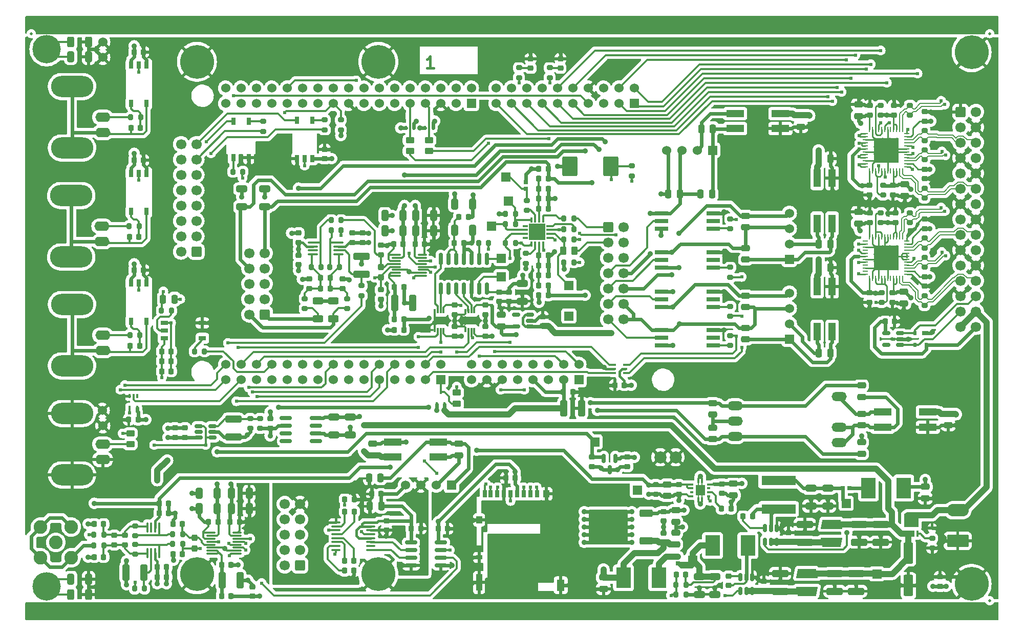
<source format=gtl>
%TF.GenerationSoftware,KiCad,Pcbnew,7.0.1*%
%TF.CreationDate,2023-11-30T13:28:03+01:00*%
%TF.ProjectId,current100A_Artiq,63757272-656e-4743-9130-30415f417274,rev?*%
%TF.SameCoordinates,Original*%
%TF.FileFunction,Copper,L1,Top*%
%TF.FilePolarity,Positive*%
%FSLAX46Y46*%
G04 Gerber Fmt 4.6, Leading zero omitted, Abs format (unit mm)*
G04 Created by KiCad (PCBNEW 7.0.1) date 2023-11-30 13:28:03*
%MOMM*%
%LPD*%
G01*
G04 APERTURE LIST*
G04 Aperture macros list*
%AMRoundRect*
0 Rectangle with rounded corners*
0 $1 Rounding radius*
0 $2 $3 $4 $5 $6 $7 $8 $9 X,Y pos of 4 corners*
0 Add a 4 corners polygon primitive as box body*
4,1,4,$2,$3,$4,$5,$6,$7,$8,$9,$2,$3,0*
0 Add four circle primitives for the rounded corners*
1,1,$1+$1,$2,$3*
1,1,$1+$1,$4,$5*
1,1,$1+$1,$6,$7*
1,1,$1+$1,$8,$9*
0 Add four rect primitives between the rounded corners*
20,1,$1+$1,$2,$3,$4,$5,0*
20,1,$1+$1,$4,$5,$6,$7,0*
20,1,$1+$1,$6,$7,$8,$9,0*
20,1,$1+$1,$8,$9,$2,$3,0*%
%AMOutline4P*
0 Free polygon, 4 corners , with rotation*
0 The origin of the aperture is its center*
0 number of corners: always 4*
0 $1 to $8 corner X, Y*
0 $9 Rotation angle, in degrees counterclockwise*
0 create outline with 4 corners*
4,1,4,$1,$2,$3,$4,$5,$6,$7,$8,$1,$2,$9*%
%AMFreePoly0*
4,1,17,1.395000,0.765000,0.855000,0.765000,0.855000,0.535000,1.395000,0.535000,1.395000,0.115000,0.855000,0.115000,0.855000,-0.115000,1.395000,-0.115000,1.395000,-0.535000,0.855000,-0.535000,0.855000,-0.765000,1.395000,-0.765000,1.395000,-1.185000,-0.855000,-1.185000,-0.855000,1.185000,1.395000,1.185000,1.395000,0.765000,1.395000,0.765000,$1*%
G04 Aperture macros list end*
%ADD10C,0.400000*%
%TA.AperFunction,NonConductor*%
%ADD11C,0.400000*%
%TD*%
%TA.AperFunction,ComponentPad*%
%ADD12O,2.500000X1.600000*%
%TD*%
%TA.AperFunction,ComponentPad*%
%ADD13O,7.000000X3.500000*%
%TD*%
%TA.AperFunction,SMDPad,CuDef*%
%ADD14RoundRect,0.200000X-0.275000X0.200000X-0.275000X-0.200000X0.275000X-0.200000X0.275000X0.200000X0*%
%TD*%
%TA.AperFunction,SMDPad,CuDef*%
%ADD15RoundRect,0.200000X0.200000X0.275000X-0.200000X0.275000X-0.200000X-0.275000X0.200000X-0.275000X0*%
%TD*%
%TA.AperFunction,SMDPad,CuDef*%
%ADD16RoundRect,0.225000X0.250000X-0.225000X0.250000X0.225000X-0.250000X0.225000X-0.250000X-0.225000X0*%
%TD*%
%TA.AperFunction,SMDPad,CuDef*%
%ADD17RoundRect,0.200000X0.275000X-0.200000X0.275000X0.200000X-0.275000X0.200000X-0.275000X-0.200000X0*%
%TD*%
%TA.AperFunction,SMDPad,CuDef*%
%ADD18R,0.600000X0.310000*%
%TD*%
%TA.AperFunction,ComponentPad*%
%ADD19C,0.400000*%
%TD*%
%TA.AperFunction,SMDPad,CuDef*%
%ADD20R,0.230000X0.825000*%
%TD*%
%TA.AperFunction,SMDPad,CuDef*%
%ADD21R,1.500000X1.750000*%
%TD*%
%TA.AperFunction,SMDPad,CuDef*%
%ADD22RoundRect,0.225000X0.225000X0.250000X-0.225000X0.250000X-0.225000X-0.250000X0.225000X-0.250000X0*%
%TD*%
%TA.AperFunction,SMDPad,CuDef*%
%ADD23RoundRect,0.225000X-0.225000X-0.250000X0.225000X-0.250000X0.225000X0.250000X-0.225000X0.250000X0*%
%TD*%
%TA.AperFunction,SMDPad,CuDef*%
%ADD24RoundRect,0.250000X-0.325000X-0.650000X0.325000X-0.650000X0.325000X0.650000X-0.325000X0.650000X0*%
%TD*%
%TA.AperFunction,SMDPad,CuDef*%
%ADD25RoundRect,0.250000X-0.450000X0.262500X-0.450000X-0.262500X0.450000X-0.262500X0.450000X0.262500X0*%
%TD*%
%TA.AperFunction,SMDPad,CuDef*%
%ADD26R,3.000000X1.200000*%
%TD*%
%TA.AperFunction,ComponentPad*%
%ADD27R,1.524000X1.524000*%
%TD*%
%TA.AperFunction,ComponentPad*%
%ADD28C,1.524000*%
%TD*%
%TA.AperFunction,SMDPad,CuDef*%
%ADD29R,2.160000X0.640000*%
%TD*%
%TA.AperFunction,SMDPad,CuDef*%
%ADD30RoundRect,0.250000X0.475000X-0.250000X0.475000X0.250000X-0.475000X0.250000X-0.475000X-0.250000X0*%
%TD*%
%TA.AperFunction,SMDPad,CuDef*%
%ADD31RoundRect,0.250000X-0.650000X0.325000X-0.650000X-0.325000X0.650000X-0.325000X0.650000X0.325000X0*%
%TD*%
%TA.AperFunction,ComponentPad*%
%ADD32R,1.500000X1.500000*%
%TD*%
%TA.AperFunction,SMDPad,CuDef*%
%ADD33R,0.800000X0.800000*%
%TD*%
%TA.AperFunction,SMDPad,CuDef*%
%ADD34RoundRect,0.250000X0.850000X0.350000X-0.850000X0.350000X-0.850000X-0.350000X0.850000X-0.350000X0*%
%TD*%
%TA.AperFunction,SMDPad,CuDef*%
%ADD35RoundRect,0.250000X1.275000X1.125000X-1.275000X1.125000X-1.275000X-1.125000X1.275000X-1.125000X0*%
%TD*%
%TA.AperFunction,SMDPad,CuDef*%
%ADD36RoundRect,0.249997X2.950003X2.650003X-2.950003X2.650003X-2.950003X-2.650003X2.950003X-2.650003X0*%
%TD*%
%TA.AperFunction,ComponentPad*%
%ADD37RoundRect,0.250000X0.600000X0.600000X-0.600000X0.600000X-0.600000X-0.600000X0.600000X-0.600000X0*%
%TD*%
%TA.AperFunction,ComponentPad*%
%ADD38C,1.700000*%
%TD*%
%TA.AperFunction,SMDPad,CuDef*%
%ADD39RoundRect,0.200000X-0.200000X-0.275000X0.200000X-0.275000X0.200000X0.275000X-0.200000X0.275000X0*%
%TD*%
%TA.AperFunction,ComponentPad*%
%ADD40C,2.250000*%
%TD*%
%TA.AperFunction,SMDPad,CuDef*%
%ADD41R,2.413000X3.429000*%
%TD*%
%TA.AperFunction,SMDPad,CuDef*%
%ADD42RoundRect,0.225000X-0.250000X0.225000X-0.250000X-0.225000X0.250000X-0.225000X0.250000X0.225000X0*%
%TD*%
%TA.AperFunction,SMDPad,CuDef*%
%ADD43R,0.800000X1.200000*%
%TD*%
%TA.AperFunction,SMDPad,CuDef*%
%ADD44RoundRect,0.218750X-0.218750X-0.256250X0.218750X-0.256250X0.218750X0.256250X-0.218750X0.256250X0*%
%TD*%
%TA.AperFunction,SMDPad,CuDef*%
%ADD45R,0.700000X1.200000*%
%TD*%
%TA.AperFunction,SMDPad,CuDef*%
%ADD46R,1.000000X0.800000*%
%TD*%
%TA.AperFunction,SMDPad,CuDef*%
%ADD47R,1.000000X1.200000*%
%TD*%
%TA.AperFunction,SMDPad,CuDef*%
%ADD48R,1.000000X2.800000*%
%TD*%
%TA.AperFunction,SMDPad,CuDef*%
%ADD49R,1.300000X1.900000*%
%TD*%
%TA.AperFunction,SMDPad,CuDef*%
%ADD50RoundRect,0.218750X-0.256250X0.218750X-0.256250X-0.218750X0.256250X-0.218750X0.256250X0.218750X0*%
%TD*%
%TA.AperFunction,SMDPad,CuDef*%
%ADD51RoundRect,0.150000X0.512500X0.150000X-0.512500X0.150000X-0.512500X-0.150000X0.512500X-0.150000X0*%
%TD*%
%TA.AperFunction,SMDPad,CuDef*%
%ADD52RoundRect,0.250000X-0.312500X-0.625000X0.312500X-0.625000X0.312500X0.625000X-0.312500X0.625000X0*%
%TD*%
%TA.AperFunction,ComponentPad*%
%ADD53C,2.000000*%
%TD*%
%TA.AperFunction,SMDPad,CuDef*%
%ADD54Outline4P,-1.500000X-0.725000X1.500000X-0.725000X1.800000X0.725000X-1.800000X0.725000X0.000000*%
%TD*%
%TA.AperFunction,SMDPad,CuDef*%
%ADD55Outline4P,-1.800000X-0.725000X1.800000X-0.725000X1.500000X0.725000X-1.500000X0.725000X0.000000*%
%TD*%
%TA.AperFunction,SMDPad,CuDef*%
%ADD56R,0.450000X0.700000*%
%TD*%
%TA.AperFunction,SMDPad,CuDef*%
%ADD57C,0.500000*%
%TD*%
%TA.AperFunction,ComponentPad*%
%ADD58C,5.600000*%
%TD*%
%TA.AperFunction,SMDPad,CuDef*%
%ADD59RoundRect,0.250000X0.450000X-0.262500X0.450000X0.262500X-0.450000X0.262500X-0.450000X-0.262500X0*%
%TD*%
%TA.AperFunction,SMDPad,CuDef*%
%ADD60RoundRect,0.250000X-0.475000X0.250000X-0.475000X-0.250000X0.475000X-0.250000X0.475000X0.250000X0*%
%TD*%
%TA.AperFunction,SMDPad,CuDef*%
%ADD61RoundRect,0.150000X-0.150000X0.825000X-0.150000X-0.825000X0.150000X-0.825000X0.150000X0.825000X0*%
%TD*%
%TA.AperFunction,SMDPad,CuDef*%
%ADD62R,0.300000X0.800000*%
%TD*%
%TA.AperFunction,SMDPad,CuDef*%
%ADD63RoundRect,0.075000X-0.650000X-0.075000X0.650000X-0.075000X0.650000X0.075000X-0.650000X0.075000X0*%
%TD*%
%TA.AperFunction,SMDPad,CuDef*%
%ADD64RoundRect,0.100000X-0.637500X-0.100000X0.637500X-0.100000X0.637500X0.100000X-0.637500X0.100000X0*%
%TD*%
%TA.AperFunction,SMDPad,CuDef*%
%ADD65RoundRect,0.250000X0.250000X0.475000X-0.250000X0.475000X-0.250000X-0.475000X0.250000X-0.475000X0*%
%TD*%
%TA.AperFunction,SMDPad,CuDef*%
%ADD66RoundRect,0.218750X0.218750X0.256250X-0.218750X0.256250X-0.218750X-0.256250X0.218750X-0.256250X0*%
%TD*%
%TA.AperFunction,SMDPad,CuDef*%
%ADD67RoundRect,0.250000X-1.100000X0.325000X-1.100000X-0.325000X1.100000X-0.325000X1.100000X0.325000X0*%
%TD*%
%TA.AperFunction,SMDPad,CuDef*%
%ADD68RoundRect,0.150000X0.825000X0.150000X-0.825000X0.150000X-0.825000X-0.150000X0.825000X-0.150000X0*%
%TD*%
%TA.AperFunction,SMDPad,CuDef*%
%ADD69RoundRect,0.112500X0.112500X-0.187500X0.112500X0.187500X-0.112500X0.187500X-0.112500X-0.187500X0*%
%TD*%
%TA.AperFunction,SMDPad,CuDef*%
%ADD70RoundRect,0.237500X0.237500X-0.300000X0.237500X0.300000X-0.237500X0.300000X-0.237500X-0.300000X0*%
%TD*%
%TA.AperFunction,SMDPad,CuDef*%
%ADD71R,1.000000X0.700000*%
%TD*%
%TA.AperFunction,SMDPad,CuDef*%
%ADD72R,0.600000X0.700000*%
%TD*%
%TA.AperFunction,SMDPad,CuDef*%
%ADD73RoundRect,0.062500X0.375000X0.062500X-0.375000X0.062500X-0.375000X-0.062500X0.375000X-0.062500X0*%
%TD*%
%TA.AperFunction,SMDPad,CuDef*%
%ADD74RoundRect,0.062500X0.062500X0.375000X-0.062500X0.375000X-0.062500X-0.375000X0.062500X-0.375000X0*%
%TD*%
%TA.AperFunction,ComponentPad*%
%ADD75C,0.500000*%
%TD*%
%TA.AperFunction,SMDPad,CuDef*%
%ADD76R,4.100000X4.100000*%
%TD*%
%TA.AperFunction,ComponentPad*%
%ADD77C,4.700000*%
%TD*%
%TA.AperFunction,SMDPad,CuDef*%
%ADD78R,1.200000X3.000000*%
%TD*%
%TA.AperFunction,SMDPad,CuDef*%
%ADD79R,0.650000X0.400000*%
%TD*%
%TA.AperFunction,SMDPad,CuDef*%
%ADD80RoundRect,0.250000X-0.250000X-0.475000X0.250000X-0.475000X0.250000X0.475000X-0.250000X0.475000X0*%
%TD*%
%TA.AperFunction,SMDPad,CuDef*%
%ADD81RoundRect,0.250000X0.325000X0.650000X-0.325000X0.650000X-0.325000X-0.650000X0.325000X-0.650000X0*%
%TD*%
%TA.AperFunction,SMDPad,CuDef*%
%ADD82RoundRect,0.250000X1.100000X-0.325000X1.100000X0.325000X-1.100000X0.325000X-1.100000X-0.325000X0*%
%TD*%
%TA.AperFunction,SMDPad,CuDef*%
%ADD83RoundRect,0.250000X0.625000X-0.312500X0.625000X0.312500X-0.625000X0.312500X-0.625000X-0.312500X0*%
%TD*%
%TA.AperFunction,SMDPad,CuDef*%
%ADD84R,0.400000X0.650000*%
%TD*%
%TA.AperFunction,SMDPad,CuDef*%
%ADD85RoundRect,0.250000X0.650000X-0.325000X0.650000X0.325000X-0.650000X0.325000X-0.650000X-0.325000X0*%
%TD*%
%TA.AperFunction,SMDPad,CuDef*%
%ADD86RoundRect,0.150000X-0.150000X0.587500X-0.150000X-0.587500X0.150000X-0.587500X0.150000X0.587500X0*%
%TD*%
%TA.AperFunction,ComponentPad*%
%ADD87RoundRect,0.250000X-0.600000X-0.600000X0.600000X-0.600000X0.600000X0.600000X-0.600000X0.600000X0*%
%TD*%
%TA.AperFunction,SMDPad,CuDef*%
%ADD88RoundRect,0.250000X-0.325000X-1.100000X0.325000X-1.100000X0.325000X1.100000X-0.325000X1.100000X0*%
%TD*%
%TA.AperFunction,SMDPad,CuDef*%
%ADD89RoundRect,0.218750X0.256250X-0.218750X0.256250X0.218750X-0.256250X0.218750X-0.256250X-0.218750X0*%
%TD*%
%TA.AperFunction,SMDPad,CuDef*%
%ADD90RoundRect,0.100000X0.100000X-0.712500X0.100000X0.712500X-0.100000X0.712500X-0.100000X-0.712500X0*%
%TD*%
%TA.AperFunction,SMDPad,CuDef*%
%ADD91RoundRect,0.250000X-0.625000X0.312500X-0.625000X-0.312500X0.625000X-0.312500X0.625000X0.312500X0*%
%TD*%
%TA.AperFunction,SMDPad,CuDef*%
%ADD92RoundRect,0.100000X0.712500X0.100000X-0.712500X0.100000X-0.712500X-0.100000X0.712500X-0.100000X0*%
%TD*%
%TA.AperFunction,SMDPad,CuDef*%
%ADD93R,1.200000X0.800000*%
%TD*%
%TA.AperFunction,SMDPad,CuDef*%
%ADD94RoundRect,0.250000X1.000000X-1.400000X1.000000X1.400000X-1.000000X1.400000X-1.000000X-1.400000X0*%
%TD*%
%TA.AperFunction,ComponentPad*%
%ADD95O,2.500000X1.500000*%
%TD*%
%TA.AperFunction,SMDPad,CuDef*%
%ADD96RoundRect,0.250000X-0.550000X1.500000X-0.550000X-1.500000X0.550000X-1.500000X0.550000X1.500000X0*%
%TD*%
%TA.AperFunction,SMDPad,CuDef*%
%ADD97RoundRect,0.250000X0.325000X1.100000X-0.325000X1.100000X-0.325000X-1.100000X0.325000X-1.100000X0*%
%TD*%
%TA.AperFunction,SMDPad,CuDef*%
%ADD98RoundRect,0.250000X0.262500X0.450000X-0.262500X0.450000X-0.262500X-0.450000X0.262500X-0.450000X0*%
%TD*%
%TA.AperFunction,SMDPad,CuDef*%
%ADD99RoundRect,0.150000X0.150000X-0.512500X0.150000X0.512500X-0.150000X0.512500X-0.150000X-0.512500X0*%
%TD*%
%TA.AperFunction,SMDPad,CuDef*%
%ADD100RoundRect,0.087500X0.087500X-0.337500X0.087500X0.337500X-0.087500X0.337500X-0.087500X-0.337500X0*%
%TD*%
%TA.AperFunction,SMDPad,CuDef*%
%ADD101RoundRect,0.081250X0.081250X-0.343750X0.081250X0.343750X-0.081250X0.343750X-0.081250X-0.343750X0*%
%TD*%
%TA.AperFunction,SMDPad,CuDef*%
%ADD102RoundRect,0.081250X0.343750X-0.081250X0.343750X0.081250X-0.343750X0.081250X-0.343750X-0.081250X0*%
%TD*%
%TA.AperFunction,SMDPad,CuDef*%
%ADD103RoundRect,0.087500X0.337500X-0.087500X0.337500X0.087500X-0.337500X0.087500X-0.337500X-0.087500X0*%
%TD*%
%TA.AperFunction,SMDPad,CuDef*%
%ADD104R,2.700000X2.700000*%
%TD*%
%TA.AperFunction,ComponentPad*%
%ADD105RoundRect,0.249999X1.550001X-0.790001X1.550001X0.790001X-1.550001X0.790001X-1.550001X-0.790001X0*%
%TD*%
%TA.AperFunction,ComponentPad*%
%ADD106O,3.600000X2.080000*%
%TD*%
%TA.AperFunction,SMDPad,CuDef*%
%ADD107RoundRect,0.150000X-0.825000X-0.150000X0.825000X-0.150000X0.825000X0.150000X-0.825000X0.150000X0*%
%TD*%
%TA.AperFunction,SMDPad,CuDef*%
%ADD108RoundRect,0.237500X-0.237500X0.300000X-0.237500X-0.300000X0.237500X-0.300000X0.237500X0.300000X0*%
%TD*%
%TA.AperFunction,SMDPad,CuDef*%
%ADD109R,5.700000X1.600000*%
%TD*%
%TA.AperFunction,SMDPad,CuDef*%
%ADD110R,0.420000X0.990000*%
%TD*%
%TA.AperFunction,SMDPad,CuDef*%
%ADD111R,0.420000X1.000000*%
%TD*%
%TA.AperFunction,SMDPad,CuDef*%
%ADD112FreePoly0,90.000000*%
%TD*%
%TA.AperFunction,ComponentPad*%
%ADD113R,1.530000X1.530000*%
%TD*%
%TA.AperFunction,ComponentPad*%
%ADD114C,1.530000*%
%TD*%
%TA.AperFunction,ViaPad*%
%ADD115C,0.889000*%
%TD*%
%TA.AperFunction,ViaPad*%
%ADD116C,0.609600*%
%TD*%
%TA.AperFunction,Conductor*%
%ADD117C,0.304800*%
%TD*%
%TA.AperFunction,Conductor*%
%ADD118C,1.016000*%
%TD*%
%TA.AperFunction,Conductor*%
%ADD119C,0.609600*%
%TD*%
%TA.AperFunction,Conductor*%
%ADD120C,0.254000*%
%TD*%
%TA.AperFunction,Conductor*%
%ADD121C,0.200000*%
%TD*%
%TA.AperFunction,Conductor*%
%ADD122C,0.406400*%
%TD*%
G04 APERTURE END LIST*
D10*
D11*
X67563809Y-8645238D02*
X66420952Y-8645238D01*
X66992380Y-8645238D02*
X66992380Y-6645238D01*
X66992380Y-6645238D02*
X66801904Y-6930952D01*
X66801904Y-6930952D02*
X66611428Y-7121428D01*
X66611428Y-7121428D02*
X66420952Y-7216666D01*
D12*
%TO.P,J9,1,In*%
%TO.N,Net-(J9-In)*%
X12700000Y-34798000D03*
D13*
%TO.P,J9,2,Ext*%
%TO.N,Net-(D14-A)*%
X7620000Y-39878000D03*
D12*
X12700000Y-37338000D03*
D13*
X7620000Y-29718000D03*
%TD*%
D12*
%TO.P,J11,1,In*%
%TO.N,Net-(J11-In)*%
X12827000Y-70866000D03*
D13*
%TO.P,J11,2,Ext*%
%TO.N,GND*%
X7747000Y-75946000D03*
D12*
X12827000Y-73406000D03*
D13*
X7747000Y-65786000D03*
%TD*%
D12*
%TO.P,J8,1,In*%
%TO.N,Net-(J8-In)*%
X12827000Y-52832000D03*
D13*
%TO.P,J8,2,Ext*%
%TO.N,Net-(D13-A)*%
X7747000Y-57912000D03*
D12*
X12827000Y-55372000D03*
D13*
X7747000Y-47752000D03*
%TD*%
D12*
%TO.P,J10,1,In*%
%TO.N,Net-(J10-In)*%
X12827000Y-16764000D03*
D13*
%TO.P,J10,2,Ext*%
%TO.N,Net-(D15-A)*%
X7747000Y-21844000D03*
D12*
X12827000Y-19304000D03*
D13*
X7747000Y-11684000D03*
%TD*%
D14*
%TO.P,R27,1*%
%TO.N,/Kasli interface/LVDS0_N*%
X146304000Y-14796000D03*
%TO.P,R27,2*%
%TO.N,/Kasli interface/LVDS0_P*%
X146304000Y-16446000D03*
%TD*%
D15*
%TO.P,R41,1*%
%TO.N,Net-(U23B-+)*%
X76644000Y-37592000D03*
%TO.P,R41,2*%
%TO.N,Net-(U22-OUT)*%
X74994000Y-37592000D03*
%TD*%
D16*
%TO.P,C80,1*%
%TO.N,+3V3*%
X139700000Y-16396000D03*
%TO.P,C80,2*%
%TO.N,GND*%
X139700000Y-14846000D03*
%TD*%
D17*
%TO.P,R29,1*%
%TO.N,+4V*%
X38862000Y-68262000D03*
%TO.P,R29,2*%
%TO.N,Net-(U16-+)*%
X38862000Y-66612000D03*
%TD*%
D18*
%TO.P,U6,1,OUT*%
%TO.N,-VSW*%
X110233000Y-77511000D03*
%TO.P,U6,2,FB*%
X110233000Y-78161000D03*
%TO.P,U6,3,NC*%
%TO.N,unconnected-(U6-NC-Pad3)*%
X110233000Y-78811000D03*
%TO.P,U6,4,GND*%
%TO.N,GNDA*%
X110233000Y-79461000D03*
%TO.P,U6,5,EN*%
%TO.N,-15V*%
X113033000Y-79461000D03*
%TO.P,U6,6,NR/SS*%
%TO.N,Net-(U6-NR{slash}SS)*%
X113033000Y-78811000D03*
%TO.P,U6,7,DNC*%
%TO.N,unconnected-(U6-DNC-Pad7)*%
X113033000Y-78161000D03*
%TO.P,U6,8,IN*%
%TO.N,-15V*%
X113033000Y-77511000D03*
D19*
%TO.P,U6,9,EP_1*%
%TO.N,GNDA*%
X111133000Y-78486000D03*
D20*
X111308000Y-77198000D03*
X111308000Y-79774000D03*
D19*
X111633000Y-77861000D03*
D21*
X111633000Y-78486000D03*
D19*
X111633000Y-79111000D03*
D20*
X111958000Y-77198000D03*
X111958000Y-79774000D03*
D19*
X112133000Y-78486000D03*
%TD*%
D22*
%TO.P,C134,1*%
%TO.N,GNDA*%
X86500000Y-31877000D03*
%TO.P,C134,2*%
%TO.N,Net-(U23E-V-)*%
X84950000Y-31877000D03*
%TD*%
D15*
%TO.P,R42,1*%
%TO.N,Net-(U23D--)*%
X81089000Y-32766000D03*
%TO.P,R42,2*%
%TO.N,GNDA*%
X79439000Y-32766000D03*
%TD*%
D16*
%TO.P,C104,1*%
%TO.N,+5VA*%
X24765000Y-69736000D03*
%TO.P,C104,2*%
%TO.N,GNDA*%
X24765000Y-68186000D03*
%TD*%
D23*
%TO.P,C41,1*%
%TO.N,+5VA*%
X21831000Y-92837000D03*
%TO.P,C41,2*%
%TO.N,GNDA*%
X23381000Y-92837000D03*
%TD*%
D14*
%TO.P,R21,1*%
%TO.N,/Kasli interface/LVDS4_N*%
X146304000Y-32576000D03*
%TO.P,R21,2*%
%TO.N,/Kasli interface/LVDS4_P*%
X146304000Y-34226000D03*
%TD*%
D24*
%TO.P,C51,1*%
%TO.N,GNDA*%
X28751000Y-81534000D03*
%TO.P,C51,2*%
%TO.N,+2V5*%
X31701000Y-81534000D03*
%TD*%
D25*
%TO.P,R48,1*%
%TO.N,Net-(R48-Pad1)*%
X71374000Y-62333500D03*
%TO.P,R48,2*%
%TO.N,/COIL_SPAN*%
X71374000Y-64158500D03*
%TD*%
D24*
%TO.P,C1,1*%
%TO.N,Net-(C1-Pad1)*%
X7542000Y-6731000D03*
%TO.P,C1,2*%
%TO.N,GND*%
X10492000Y-6731000D03*
%TD*%
D16*
%TO.P,C123,1*%
%TO.N,GND*%
X80010000Y-47257000D03*
%TO.P,C123,2*%
%TO.N,+5VD*%
X80010000Y-45707000D03*
%TD*%
D26*
%TO.P,L1,1,1*%
%TO.N,GND*%
X149292000Y-68052000D03*
%TO.P,L1,2,2*%
%TO.N,+12V*%
X149292000Y-65552000D03*
%TO.P,L1,3,3*%
%TO.N,/Power grid generation1/12V_pom2*%
X141792000Y-65552000D03*
%TO.P,L1,4,4*%
%TO.N,/Power grid generation1/gnd_pom*%
X141792000Y-68052000D03*
%TD*%
D27*
%TO.P,U33,1,-VIN*%
%TO.N,/Digital inputs/output1/gnd_pom4*%
X113665000Y-22225000D03*
D28*
%TO.P,U33,2,+VIN*%
%TO.N,/Digital inputs/output1/12V_pom4*%
X111125000Y-22225000D03*
%TO.P,U33,3,-VOUT*%
%TO.N,/Digital inputs/output1/ST1*%
X108585000Y-22225000D03*
%TO.P,U33,4,+VOUT*%
%TO.N,/Digital inputs/output1/VT1*%
X106045000Y-22225000D03*
%TD*%
D29*
%TO.P,U30,1,A*%
%TO.N,Net-(U30-A)*%
X113744000Y-48133000D03*
%TO.P,U30,2,NC*%
%TO.N,unconnected-(U30-NC-Pad2)*%
X113744000Y-46863000D03*
%TO.P,U30,3,C*%
%TO.N,GND*%
X113744000Y-45593000D03*
%TO.P,U30,4,VEE*%
%TO.N,/Digital inputs/output1/ST3*%
X105204000Y-45593000D03*
%TO.P,U30,5,VO*%
%TO.N,/Digital inputs/output1/GT3*%
X105204000Y-46863000D03*
%TO.P,U30,6,VCC*%
%TO.N,/Digital inputs/output1/VT3*%
X105204000Y-48133000D03*
%TD*%
D30*
%TO.P,C18,1*%
%TO.N,+6V*%
X107569000Y-87437000D03*
%TO.P,C18,2*%
%TO.N,GNDA*%
X107569000Y-85537000D03*
%TD*%
D31*
%TO.P,C29,1*%
%TO.N,/Power grid generation1/sw_out*%
X132715000Y-78154000D03*
%TO.P,C29,2*%
%TO.N,GND*%
X132715000Y-81104000D03*
%TD*%
D32*
%TO.P,PP2,1,1*%
%TO.N,Net-(U22-RFB)*%
X78740000Y-40132000D03*
%TD*%
%TO.P,PP5,1,1*%
%TO.N,Net-(U23B--)*%
X89916000Y-49657000D03*
%TD*%
D22*
%TO.P,C65,1*%
%TO.N,Net-(U11-C1-)*%
X54413500Y-82031000D03*
%TO.P,C65,2*%
%TO.N,Net-(U11-C1+)*%
X52863500Y-82031000D03*
%TD*%
D32*
%TO.P,PP1,1,1*%
%TO.N,Net-(U22-INV)*%
X78740000Y-43180000D03*
%TD*%
D33*
%TO.P,JP2,1,1*%
%TO.N,/Power grid generation1/3V_out*%
X136313000Y-78105000D03*
%TO.P,JP2,2,2*%
%TO.N,/Power grid generation1/sw_out*%
X135213000Y-78105000D03*
%TD*%
D23*
%TO.P,C115,1*%
%TO.N,+3V3*%
X64503000Y-37719000D03*
%TO.P,C115,2*%
%TO.N,GND*%
X66053000Y-37719000D03*
%TD*%
D22*
%TO.P,C21,1*%
%TO.N,/Power grid generation1/switch*%
X120282000Y-82804000D03*
%TO.P,C21,2*%
%TO.N,Net-(U3-BST)*%
X118732000Y-82804000D03*
%TD*%
D34*
%TO.P,U4,1,INP*%
%TO.N,+6V*%
X102703000Y-86862000D03*
D35*
%TO.P,U4,2,GND*%
%TO.N,GNDA*%
X98078000Y-86107000D03*
X98078000Y-83057000D03*
D36*
X96403000Y-84582000D03*
D35*
X94728000Y-86107000D03*
X94728000Y-83057000D03*
D34*
%TO.P,U4,3,OUT*%
%TO.N,+5VA*%
X102703000Y-82302000D03*
%TD*%
D37*
%TO.P,J4,1,Pin_1*%
%TO.N,unconnected-(J4-Pin_1-Pad1)*%
X45466000Y-90932000D03*
D38*
%TO.P,J4,2,Pin_2*%
%TO.N,unconnected-(J4-Pin_2-Pad2)*%
X42926000Y-90932000D03*
%TO.P,J4,3,Pin_3*%
%TO.N,Net-(J4-Pin_3)*%
X45466000Y-88392000D03*
%TO.P,J4,4,Pin_4*%
%TO.N,unconnected-(J4-Pin_4-Pad4)*%
X42926000Y-88392000D03*
%TO.P,J4,5,Pin_5*%
%TO.N,Net-(J4-Pin_5)*%
X45466000Y-85852000D03*
%TO.P,J4,6,Pin_6*%
%TO.N,unconnected-(J4-Pin_6-Pad6)*%
X42926000Y-85852000D03*
%TO.P,J4,7,Pin_7*%
%TO.N,unconnected-(J4-Pin_7-Pad7)*%
X45466000Y-83312000D03*
%TO.P,J4,8,Pin_8*%
%TO.N,unconnected-(J4-Pin_8-Pad8)*%
X42926000Y-83312000D03*
%TO.P,J4,9,Pin_9*%
%TO.N,/Nucleo-H743ZI1/SCPI_interface/VSISO*%
X45466000Y-80772000D03*
%TO.P,J4,10,Pin_10*%
%TO.N,unconnected-(J4-Pin_10-Pad10)*%
X42926000Y-80772000D03*
%TD*%
D26*
%TO.P,L15,1,1*%
%TO.N,GND*%
X124908000Y-18649000D03*
%TO.P,L15,2,2*%
%TO.N,+12V*%
X124908000Y-16149000D03*
%TO.P,L15,3,3*%
%TO.N,/Digital inputs/output1/12V_pom4*%
X117408000Y-16149000D03*
%TO.P,L15,4,4*%
%TO.N,/Digital inputs/output1/gnd_pom4*%
X117408000Y-18649000D03*
%TD*%
D39*
%TO.P,R7,1*%
%TO.N,/Analog input1/IN_gnd*%
X11367000Y-87630000D03*
%TO.P,R7,2*%
%TO.N,Net-(D2-K)*%
X13017000Y-87630000D03*
%TD*%
D24*
%TO.P,C132,1*%
%TO.N,Net-(U22-REFF)*%
X71042000Y-35433000D03*
%TO.P,C132,2*%
%TO.N,GNDA*%
X73992000Y-35433000D03*
%TD*%
D31*
%TO.P,C28,1*%
%TO.N,/Power grid generation1/sw_out1*%
X114046000Y-92759000D03*
%TO.P,C28,2*%
%TO.N,GND*%
X114046000Y-95709000D03*
%TD*%
D17*
%TO.P,R32,1*%
%TO.N,+3V3*%
X52197000Y-18859000D03*
%TO.P,R32,2*%
%TO.N,/LEM_OK*%
X52197000Y-17209000D03*
%TD*%
D40*
%TO.P,J2,1,In*%
%TO.N,Net-(J2-In)*%
X5080000Y-87122000D03*
%TO.P,J2,2,Ext*%
%TO.N,/Analog input1/IN_gnd*%
X2540000Y-89662000D03*
X7620000Y-89662000D03*
X2540000Y-84582000D03*
X7620000Y-84582000D03*
%TD*%
D17*
%TO.P,R16,1*%
%TO.N,Net-(U12-1FSEN)*%
X141605000Y-47434000D03*
%TO.P,R16,2*%
%TO.N,+3V3*%
X141605000Y-45784000D03*
%TD*%
D27*
%TO.P,U35,1,-VIN*%
%TO.N,/Digital inputs/output1/gnd_pom6*%
X126365000Y-40259000D03*
D28*
%TO.P,U35,2,+VIN*%
%TO.N,/Digital inputs/output1/12V_pom6*%
X126365000Y-37719000D03*
%TO.P,U35,3,-VOUT*%
%TO.N,/Digital inputs/output1/ST2*%
X126365000Y-35179000D03*
%TO.P,U35,4,+VOUT*%
%TO.N,/Digital inputs/output1/VT2*%
X126365000Y-32639000D03*
%TD*%
D41*
%TO.P,L6,1,1*%
%TO.N,/Power grid generation1/sw_out1*%
X113665000Y-87630000D03*
%TO.P,L6,2,2*%
%TO.N,/Power grid generation1/switch1*%
X119507000Y-87630000D03*
%TD*%
D16*
%TO.P,C44,1*%
%TO.N,+4V*%
X37592000Y-96025000D03*
%TO.P,C44,2*%
%TO.N,GNDA*%
X37592000Y-94475000D03*
%TD*%
D42*
%TO.P,C38,1*%
%TO.N,Net-(D3-K)*%
X14732000Y-85966000D03*
%TO.P,C38,2*%
%TO.N,Net-(D2-K)*%
X14732000Y-87516000D03*
%TD*%
D24*
%TO.P,C2,1*%
%TO.N,Net-(C2-Pad1)*%
X7542000Y-93218000D03*
%TO.P,C2,2*%
%TO.N,GND*%
X10492000Y-93218000D03*
%TD*%
D14*
%TO.P,R18,1*%
%TO.N,/Kasli interface/LVDS7_N*%
X148717000Y-46292000D03*
%TO.P,R18,2*%
%TO.N,/Kasli interface/LVDS7_P*%
X148717000Y-47942000D03*
%TD*%
D33*
%TO.P,JP1,1,1*%
%TO.N,/Power grid generation1/6V_out*%
X107950000Y-89493000D03*
%TO.P,JP1,2,2*%
%TO.N,/Power grid generation1/sw_out1*%
X107950000Y-90593000D03*
%TD*%
D22*
%TO.P,C124,1*%
%TO.N,+15V*%
X86500000Y-46228000D03*
%TO.P,C124,2*%
%TO.N,GNDA*%
X84950000Y-46228000D03*
%TD*%
D16*
%TO.P,C78,1*%
%TO.N,+3V3*%
X143637000Y-16396000D03*
%TO.P,C78,2*%
%TO.N,GND*%
X143637000Y-14846000D03*
%TD*%
D43*
%TO.P,U37,1*%
%TO.N,Net-(R64-Pad1)*%
X34417000Y-23447000D03*
%TO.P,U37,2*%
%TO.N,GND*%
X36957000Y-23447000D03*
%TO.P,U37,3*%
%TO.N,Net-(R66-Pad2)*%
X36957000Y-17447000D03*
%TO.P,U37,4*%
%TO.N,Net-(J14-Pin_9)*%
X34417000Y-17447000D03*
%TD*%
D44*
%TO.P,L12,1,1*%
%TO.N,Net-(U23E-V+)*%
X84937500Y-44577000D03*
%TO.P,L12,2,2*%
%TO.N,+15V*%
X86512500Y-44577000D03*
%TD*%
D39*
%TO.P,R8,1*%
%TO.N,Net-(J2-In)*%
X11367000Y-85852000D03*
%TO.P,R8,2*%
%TO.N,Net-(D3-K)*%
X13017000Y-85852000D03*
%TD*%
D29*
%TO.P,U28,1,A*%
%TO.N,Net-(U28-A)*%
X113744000Y-35179000D03*
%TO.P,U28,2,NC*%
%TO.N,unconnected-(U28-NC-Pad2)*%
X113744000Y-33909000D03*
%TO.P,U28,3,C*%
%TO.N,GND*%
X113744000Y-32639000D03*
%TO.P,U28,4,VEE*%
%TO.N,/Digital inputs/output1/ST1*%
X105204000Y-32639000D03*
%TO.P,U28,5,VO*%
%TO.N,/Digital inputs/output1/GT1*%
X105204000Y-33909000D03*
%TO.P,U28,6,VCC*%
%TO.N,/Digital inputs/output1/VT1*%
X105204000Y-35179000D03*
%TD*%
D45*
%TO.P,J3,1,DAT2*%
%TO.N,/Nucleo-H743ZI1/SD_D2*%
X84660000Y-79091000D03*
%TO.P,J3,2,DAT3/CD*%
%TO.N,/Nucleo-H743ZI1/SD_D3*%
X83560000Y-79091000D03*
%TO.P,J3,3,CMD*%
%TO.N,/Nucleo-H743ZI1/SD_CMD*%
X82460000Y-79091000D03*
%TO.P,J3,4,VDD*%
%TO.N,+3V3*%
X81360000Y-79091000D03*
%TO.P,J3,5,CLK*%
%TO.N,/Nucleo-H743ZI1/SD_CK*%
X80260000Y-79091000D03*
%TO.P,J3,6,VSS*%
%TO.N,GND*%
X79160000Y-79091000D03*
%TO.P,J3,7,DAT0*%
%TO.N,/Nucleo-H743ZI1/SD_D0*%
X78060000Y-79091000D03*
%TO.P,J3,8,DAT1*%
%TO.N,/Nucleo-H743ZI1/SD_D1*%
X76960000Y-79091000D03*
%TO.P,J3,9,DET_B*%
%TO.N,/Nucleo-H743ZI1/SD_DET*%
X76010000Y-79091000D03*
D46*
%TO.P,J3,10,DET_A*%
%TO.N,GND*%
X75060000Y-89591000D03*
D47*
%TO.P,J3,11,SHIELD*%
X75060000Y-83391000D03*
D48*
X75060000Y-93741000D03*
D47*
X86210000Y-79091000D03*
D49*
X88560000Y-94191000D03*
%TD*%
D50*
%TO.P,D6,1,K*%
%TO.N,+5VA*%
X52451000Y-43535500D03*
%TO.P,D6,2,A*%
%TO.N,Net-(D6-A)*%
X52451000Y-45110500D03*
%TD*%
D51*
%TO.P,U16,1*%
%TO.N,/Analog input1/VREF_P*%
X30982500Y-69784000D03*
%TO.P,U16,2,V-*%
%TO.N,GNDA*%
X30982500Y-68834000D03*
%TO.P,U16,3,+*%
%TO.N,Net-(U16-+)*%
X30982500Y-67884000D03*
%TO.P,U16,4,-*%
%TO.N,/Analog input1/VREF_P*%
X28707500Y-67884000D03*
%TO.P,U16,5,~{DISABLE}*%
%TO.N,unconnected-(U16-~{DISABLE}-Pad5)*%
X28707500Y-68834000D03*
%TO.P,U16,6,V+*%
%TO.N,+5VA*%
X28707500Y-69784000D03*
%TD*%
D52*
%TO.P,R1,1*%
%TO.N,Net-(C1-Pad1)*%
X7554500Y-4318000D03*
%TO.P,R1,2*%
%TO.N,GND*%
X10479500Y-4318000D03*
%TD*%
D14*
%TO.P,R30,1*%
%TO.N,Net-(U16-+)*%
X37211000Y-66612000D03*
%TO.P,R30,2*%
%TO.N,GNDA*%
X37211000Y-68262000D03*
%TD*%
D53*
%TO.P,GND1,1,1*%
%TO.N,GND*%
X105029000Y-73025000D03*
X107569000Y-73025000D03*
%TD*%
D54*
%TO.P,L3,1,1*%
%TO.N,/Power grid generation1/12V_pom*%
X133350000Y-87073000D03*
D55*
%TO.P,L3,2,2*%
%TO.N,+12V*%
X133350000Y-84123000D03*
%TD*%
D23*
%TO.P,C47,1*%
%TO.N,GNDA*%
X24457000Y-89027000D03*
%TO.P,C47,2*%
%TO.N,Net-(U8-IN+)*%
X26007000Y-89027000D03*
%TD*%
D16*
%TO.P,C75,1*%
%TO.N,+3V3*%
X148717000Y-35192000D03*
%TO.P,C75,2*%
%TO.N,GND*%
X148717000Y-33642000D03*
%TD*%
D56*
%TO.P,D11,1,A*%
%TO.N,GNDA*%
X66152000Y-18526000D03*
%TO.P,D11,2,K*%
%TO.N,+3V3*%
X67452000Y-18526000D03*
%TO.P,D11,3,COM*%
%TO.N,/T0_SPAN*%
X66802000Y-16526000D03*
%TD*%
D39*
%TO.P,R5,1*%
%TO.N,Net-(U2-FB)*%
X107633000Y-95758000D03*
%TO.P,R5,2*%
%TO.N,GND*%
X109283000Y-95758000D03*
%TD*%
D24*
%TO.P,C105,1*%
%TO.N,GNDA*%
X59485000Y-35560000D03*
%TO.P,C105,2*%
%TO.N,+2V5*%
X62435000Y-35560000D03*
%TD*%
D16*
%TO.P,C33,1*%
%TO.N,GNDA*%
X93726000Y-74562000D03*
%TO.P,C33,2*%
%TO.N,+2V5*%
X93726000Y-73012000D03*
%TD*%
D39*
%TO.P,R64,1*%
%TO.N,Net-(R64-Pad1)*%
X34354000Y-25781000D03*
%TO.P,R64,2*%
%TO.N,/DEL_RSD*%
X36004000Y-25781000D03*
%TD*%
D57*
%TO.P,FID2,*%
%TO.N,*%
X159512000Y-2921000D03*
%TD*%
D58*
%TO.P,H6,1,1*%
%TO.N,GND*%
X58400000Y-92400000D03*
%TD*%
D29*
%TO.P,U31,1,A*%
%TO.N,Net-(U31-A)*%
X113744000Y-54483000D03*
%TO.P,U31,2,NC*%
%TO.N,unconnected-(U31-NC-Pad2)*%
X113744000Y-53213000D03*
%TO.P,U31,3,C*%
%TO.N,GND*%
X113744000Y-51943000D03*
%TO.P,U31,4,VEE*%
%TO.N,/Digital inputs/output1/ST3*%
X105204000Y-51943000D03*
%TO.P,U31,5,VO*%
%TO.N,/Digital inputs/output1/GT4*%
X105204000Y-53213000D03*
%TO.P,U31,6,VCC*%
%TO.N,/Digital inputs/output1/VT3*%
X105204000Y-54483000D03*
%TD*%
D59*
%TO.P,R46,1*%
%TO.N,Net-(PP6-Pad1)*%
X63627000Y-22375500D03*
%TO.P,R46,2*%
%TO.N,/AUX_SPAN*%
X63627000Y-20550500D03*
%TD*%
D56*
%TO.P,D9,1,A*%
%TO.N,GNDA*%
X62977000Y-18526000D03*
%TO.P,D9,2,K*%
%TO.N,+3V3*%
X64277000Y-18526000D03*
%TO.P,D9,3,COM*%
%TO.N,/AUX_SPAN*%
X63627000Y-16526000D03*
%TD*%
D16*
%TO.P,C121,1*%
%TO.N,GND*%
X76073000Y-49416000D03*
%TO.P,C121,2*%
%TO.N,+5VD*%
X76073000Y-47866000D03*
%TD*%
D60*
%TO.P,C141,1*%
%TO.N,+12V*%
X128270000Y-16449000D03*
%TO.P,C141,2*%
%TO.N,GND*%
X128270000Y-18349000D03*
%TD*%
D61*
%TO.P,U22,1,RFB*%
%TO.N,Net-(U22-RFB)*%
X76327000Y-40197000D03*
%TO.P,U22,2,OUT*%
%TO.N,Net-(U22-OUT)*%
X75057000Y-40197000D03*
%TO.P,U22,3,AGNDF*%
%TO.N,GNDA*%
X73787000Y-40197000D03*
%TO.P,U22,4,AGNDS*%
X72517000Y-40197000D03*
%TO.P,U22,5,REFS*%
%TO.N,Net-(U22-REFF)*%
X71247000Y-40197000D03*
%TO.P,U22,6,REFF*%
X69977000Y-40197000D03*
%TO.P,U22,7,~{CS}*%
%TO.N,Net-(U19-2A)*%
X68707000Y-40197000D03*
%TO.P,U22,8,SCLK*%
%TO.N,Net-(U19-1A)*%
X68707000Y-45147000D03*
%TO.P,U22,9,NC*%
%TO.N,unconnected-(U22-NC-Pad9)*%
X69977000Y-45147000D03*
%TO.P,U22,10,DIN*%
%TO.N,Net-(U20-2A)*%
X71247000Y-45147000D03*
%TO.P,U22,11,~{LDAC}*%
%TO.N,Net-(U20-1A)*%
X72517000Y-45147000D03*
%TO.P,U22,12,DGND*%
%TO.N,GND*%
X73787000Y-45147000D03*
%TO.P,U22,13,INV*%
%TO.N,Net-(U22-INV)*%
X75057000Y-45147000D03*
%TO.P,U22,14,VDD*%
%TO.N,+5VD*%
X76327000Y-45147000D03*
%TD*%
D22*
%TO.P,C129,1*%
%TO.N,GNDA*%
X72530000Y-37592000D03*
%TO.P,C129,2*%
%TO.N,Net-(U22-REFF)*%
X70980000Y-37592000D03*
%TD*%
D39*
%TO.P,R45,1*%
%TO.N,Net-(PP7-Pad1)*%
X89091000Y-36957000D03*
%TO.P,R45,2*%
%TO.N,Net-(U23B--)*%
X90741000Y-36957000D03*
%TD*%
D17*
%TO.P,R50,1*%
%TO.N,GNDA*%
X82804000Y-40957000D03*
%TO.P,R50,2*%
%TO.N,Net-(U23A-+)*%
X82804000Y-39307000D03*
%TD*%
D22*
%TO.P,C40,1*%
%TO.N,GNDA*%
X23721000Y-82296000D03*
%TO.P,C40,2*%
%TO.N,-VSW*%
X22171000Y-82296000D03*
%TD*%
D39*
%TO.P,R56,1*%
%TO.N,Net-(J9-In)*%
X17209000Y-34798000D03*
%TO.P,R56,2*%
%TO.N,Net-(D14-K)*%
X18859000Y-34798000D03*
%TD*%
D62*
%TO.P,U19,1,VCCA*%
%TO.N,+5VD*%
X69203000Y-48869000D03*
%TO.P,U19,2,1A*%
%TO.N,Net-(U19-1A)*%
X68703000Y-48869000D03*
%TO.P,U19,3,2A*%
%TO.N,Net-(U19-2A)*%
X68203000Y-48869000D03*
%TO.P,U19,4,GND*%
%TO.N,GND*%
X67703000Y-48869000D03*
%TO.P,U19,5,DIR*%
X67703000Y-51969000D03*
%TO.P,U19,6,2B*%
%TO.N,/MOS_CS*%
X68203000Y-51969000D03*
%TO.P,U19,7,1B*%
%TO.N,/MOS_CLK*%
X68703000Y-51969000D03*
%TO.P,U19,8,VCCB*%
%TO.N,+3V3*%
X69203000Y-51969000D03*
%TD*%
D43*
%TO.P,U38,1,A*%
%TO.N,Net-(U38-A)*%
X47498000Y-17297000D03*
%TO.P,U38,3,C*%
%TO.N,Net-(J14-Pin_15)*%
X44958000Y-17297000D03*
%TO.P,U38,4,VEE*%
%TO.N,GND*%
X44958000Y-23597000D03*
%TO.P,U38,5,VO*%
%TO.N,/DEL_CC*%
X46228000Y-23597000D03*
%TO.P,U38,6,VCC*%
%TO.N,+3V3*%
X47498000Y-23597000D03*
%TD*%
%TO.P,U25,1,A*%
%TO.N,Net-(D13-K)*%
X17526000Y-50521000D03*
%TO.P,U25,3,C*%
%TO.N,Net-(D13-A)*%
X20066000Y-50521000D03*
%TO.P,U25,4,VEE*%
%TO.N,GND*%
X20066000Y-44221000D03*
%TO.P,U25,5,VO*%
%TO.N,/DIR_L2*%
X18796000Y-44221000D03*
%TO.P,U25,6,VCC*%
%TO.N,+3V3*%
X17526000Y-44221000D03*
%TD*%
D39*
%TO.P,R36,1*%
%TO.N,Net-(D7-A)*%
X47308000Y-41529000D03*
%TO.P,R36,2*%
%TO.N,/Main Current sensor1/ADC1INP*%
X48958000Y-41529000D03*
%TD*%
D63*
%TO.P,U8,1,CHAIN*%
%TO.N,GNDA*%
X30743000Y-85499000D03*
%TO.P,U8,2,VDD*%
%TO.N,+2V5*%
X30743000Y-85999000D03*
%TO.P,U8,3,GND*%
%TO.N,GNDA*%
X30743000Y-86499000D03*
%TO.P,U8,4,IN+*%
%TO.N,Net-(U8-IN+)*%
X30743000Y-86999000D03*
%TO.P,U8,5,IN-*%
%TO.N,Net-(U8-IN-)*%
X30743000Y-87499000D03*
%TO.P,U8,6,GND*%
%TO.N,GNDA*%
X30743000Y-87999000D03*
%TO.P,U8,7,REF*%
%TO.N,/Analog input1/VREFB*%
X30743000Y-88499000D03*
%TO.P,U8,8,REF/\u002ADGC*%
X30743000Y-88999000D03*
%TO.P,U8,9,CNV*%
%TO.N,/ADC_CNV*%
X35043000Y-88999000D03*
%TO.P,U8,10,GND*%
%TO.N,GNDA*%
X35043000Y-88499000D03*
%TO.P,U8,11,BUSY*%
%TO.N,/SET_BUSY*%
X35043000Y-87999000D03*
%TO.P,U8,12,RDL/SDI*%
%TO.N,/SET_RDL*%
X35043000Y-87499000D03*
%TO.P,U8,13,SCK*%
%TO.N,/SET_SCK*%
X35043000Y-86999000D03*
%TO.P,U8,14,SDO*%
%TO.N,/SET_ADC*%
X35043000Y-86499000D03*
%TO.P,U8,15,OVDD*%
%TO.N,+3V3*%
X35043000Y-85999000D03*
%TO.P,U8,16,GND*%
%TO.N,GND*%
X35043000Y-85499000D03*
%TD*%
D56*
%TO.P,D10,1,A*%
%TO.N,GNDA*%
X68057000Y-64246000D03*
%TO.P,D10,2,K*%
%TO.N,+3V3*%
X69357000Y-64246000D03*
%TO.P,D10,3,COM*%
%TO.N,/COIL_SPAN*%
X68707000Y-62246000D03*
%TD*%
D31*
%TO.P,C27,1*%
%TO.N,/Power grid generation1/sw_out1*%
X111506000Y-92759000D03*
%TO.P,C27,2*%
%TO.N,GND*%
X111506000Y-95709000D03*
%TD*%
D64*
%TO.P,U11,1,~{EN}*%
%TO.N,/Nucleo-H743ZI1/SCPI_interface/VSISO*%
X51411000Y-83820000D03*
%TO.P,U11,2,C1+*%
%TO.N,Net-(U11-C1+)*%
X51411000Y-84470000D03*
%TO.P,U11,3,V+*%
%TO.N,Net-(U11-V+)*%
X51411000Y-85120000D03*
%TO.P,U11,4,C1-*%
%TO.N,Net-(U11-C1-)*%
X51411000Y-85770000D03*
%TO.P,U11,5,C2+*%
%TO.N,Net-(U11-C2+)*%
X51411000Y-86420000D03*
%TO.P,U11,6,C2-*%
%TO.N,Net-(U11-C2-)*%
X51411000Y-87070000D03*
%TO.P,U11,7,V-*%
%TO.N,Net-(U11-V-)*%
X51411000Y-87720000D03*
%TO.P,U11,8,RIN*%
%TO.N,Net-(J4-Pin_3)*%
X51411000Y-88370000D03*
%TO.P,U11,9,ROUT*%
%TO.N,Net-(U10-VIB)*%
X57136000Y-88370000D03*
%TO.P,U11,10,~{INVALID}*%
%TO.N,unconnected-(U11-~{INVALID}-Pad10)*%
X57136000Y-87720000D03*
%TO.P,U11,11,DIN*%
%TO.N,Net-(U10-VOA)*%
X57136000Y-87070000D03*
%TO.P,U11,12,FORCEON*%
%TO.N,/Nucleo-H743ZI1/SCPI_interface/VDISO*%
X57136000Y-86420000D03*
%TO.P,U11,13,DOUT*%
%TO.N,Net-(J4-Pin_5)*%
X57136000Y-85770000D03*
%TO.P,U11,14,GND*%
%TO.N,/Nucleo-H743ZI1/SCPI_interface/VSISO*%
X57136000Y-85120000D03*
%TO.P,U11,15,VCC*%
%TO.N,/Nucleo-H743ZI1/SCPI_interface/VDISO*%
X57136000Y-84470000D03*
%TO.P,U11,16,~{FORCEOFF}*%
X57136000Y-83820000D03*
%TD*%
D65*
%TO.P,C63,1*%
%TO.N,/Nucleo-H743ZI1/SCPI_interface/VDISO*%
X58906500Y-81142000D03*
%TO.P,C63,2*%
%TO.N,/Nucleo-H743ZI1/SCPI_interface/VSISO*%
X57006500Y-81142000D03*
%TD*%
D42*
%TO.P,C71,1*%
%TO.N,+3V3*%
X148717000Y-43167000D03*
%TO.P,C71,2*%
%TO.N,GND*%
X148717000Y-44717000D03*
%TD*%
D66*
%TO.P,L14,1,1*%
%TO.N,+4V*%
X73304500Y-33274000D03*
%TO.P,L14,2,2*%
%TO.N,Net-(U22-REFF)*%
X71729500Y-33274000D03*
%TD*%
D67*
%TO.P,C6,1*%
%TO.N,+12V*%
X137414000Y-92251000D03*
%TO.P,C6,2*%
%TO.N,GND*%
X137414000Y-95201000D03*
%TD*%
D16*
%TO.P,C11,1*%
%TO.N,/Power grid generation1/12V_pom1*%
X122174000Y-95136000D03*
%TO.P,C11,2*%
%TO.N,GND*%
X122174000Y-93586000D03*
%TD*%
D68*
%TO.P,U15,1,NC*%
%TO.N,unconnected-(U15-NC-Pad1)*%
X48068000Y-70358000D03*
%TO.P,U15,2,VIN*%
%TO.N,+5VA*%
X48068000Y-69088000D03*
%TO.P,U15,3,NC*%
%TO.N,unconnected-(U15-NC-Pad3)*%
X48068000Y-67818000D03*
%TO.P,U15,4,GND*%
%TO.N,GNDA*%
X48068000Y-66548000D03*
%TO.P,U15,5,NC*%
%TO.N,unconnected-(U15-NC-Pad5)*%
X43118000Y-66548000D03*
%TO.P,U15,6,VOUT*%
%TO.N,+4V*%
X43118000Y-67818000D03*
%TO.P,U15,7,NC*%
%TO.N,unconnected-(U15-NC-Pad7)*%
X43118000Y-69088000D03*
%TO.P,U15,8,NC*%
%TO.N,unconnected-(U15-NC-Pad8)*%
X43118000Y-70358000D03*
%TD*%
D17*
%TO.P,R14,1*%
%TO.N,SPI_MOSI*%
X86741000Y-10223000D03*
%TO.P,R14,2*%
%TO.N,Net-(C73-Pad1)*%
X86741000Y-8573000D03*
%TD*%
D23*
%TO.P,C39,1*%
%TO.N,+5VA*%
X21831000Y-91186000D03*
%TO.P,C39,2*%
%TO.N,GNDA*%
X23381000Y-91186000D03*
%TD*%
D32*
%TO.P,VuC1,1,1*%
%TO.N,/Power grid generation1/sw_out*%
X135763000Y-80645000D03*
%TD*%
D69*
%TO.P,D1,1,A1*%
%TO.N,GND*%
X149987000Y-84743000D03*
%TO.P,D1,2,A2*%
%TO.N,P12V0*%
X149987000Y-82643000D03*
%TD*%
D59*
%TO.P,R52,1*%
%TO.N,Net-(R52-Pad1)*%
X66802000Y-22375500D03*
%TO.P,R52,2*%
%TO.N,/T0_SPAN*%
X66802000Y-20550500D03*
%TD*%
D26*
%TO.P,L10,1,1*%
%TO.N,GND*%
X60810500Y-70494000D03*
%TO.P,L10,2,2*%
%TO.N,+12V*%
X60810500Y-72994000D03*
%TO.P,L10,3,3*%
%TO.N,/Nucleo-H743ZI1/SCPI_interface/12V_pom3*%
X68310500Y-72994000D03*
%TO.P,L10,4,4*%
%TO.N,/Nucleo-H743ZI1/SCPI_interface/gnd_pom3*%
X68310500Y-70494000D03*
%TD*%
D32*
%TO.P,P5V1,1,1*%
%TO.N,+5VA*%
X101219000Y-78486000D03*
%TD*%
D23*
%TO.P,C32,1*%
%TO.N,Net-(U6-NR{slash}SS)*%
X115176000Y-81534000D03*
%TO.P,C32,2*%
%TO.N,GNDA*%
X116726000Y-81534000D03*
%TD*%
D66*
%TO.P,D13,1,K*%
%TO.N,Net-(D13-K)*%
X18948500Y-54610000D03*
%TO.P,D13,2,A*%
%TO.N,Net-(D13-A)*%
X17373500Y-54610000D03*
%TD*%
D70*
%TO.P,C48,1*%
%TO.N,Net-(U8-IN+)*%
X28026000Y-88111500D03*
%TO.P,C48,2*%
%TO.N,Net-(U8-IN-)*%
X28026000Y-86386500D03*
%TD*%
D23*
%TO.P,C127,1*%
%TO.N,Net-(U23E-V+)*%
X84950000Y-42926000D03*
%TO.P,C127,2*%
%TO.N,GNDA*%
X86500000Y-42926000D03*
%TD*%
D42*
%TO.P,C116,1*%
%TO.N,GND*%
X70993000Y-51422000D03*
%TO.P,C116,2*%
%TO.N,+3V3*%
X70993000Y-52972000D03*
%TD*%
%TO.P,C72,2*%
%TO.N,GND*%
X148717000Y-26937000D03*
%TO.P,C72,1*%
%TO.N,+3V3*%
X148717000Y-25387000D03*
%TD*%
D50*
%TO.P,D3,1,K*%
%TO.N,Net-(D3-K)*%
X16510000Y-85953500D03*
%TO.P,D3,2,A*%
%TO.N,Net-(D2-K)*%
X16510000Y-87528500D03*
%TD*%
D17*
%TO.P,R67,1*%
%TO.N,Net-(J14-Pin_7)*%
X49530000Y-18859000D03*
%TO.P,R67,2*%
%TO.N,Net-(U38-A)*%
X49530000Y-17209000D03*
%TD*%
D23*
%TO.P,C46,1*%
%TO.N,/Analog input1/VREFB*%
X32499000Y-90805000D03*
%TO.P,C46,2*%
%TO.N,GNDA*%
X34049000Y-90805000D03*
%TD*%
%TO.P,C139,1*%
%TO.N,+3V3*%
X18021000Y-5969000D03*
%TO.P,C139,2*%
%TO.N,GND*%
X19571000Y-5969000D03*
%TD*%
D71*
%TO.P,D5,1,GND*%
%TO.N,GND*%
X148832000Y-52467000D03*
D72*
%TO.P,D5,2,I/O1*%
%TO.N,/Kasli interface/I2C_SDA*%
X147132000Y-52467000D03*
%TO.P,D5,3,I/O2*%
%TO.N,/Kasli interface/I2C_SCL*%
X147132000Y-54467000D03*
%TO.P,D5,4,VCC*%
%TO.N,/Kasli interface/P3V3_MP*%
X149032000Y-54467000D03*
%TD*%
D42*
%TO.P,C98,1*%
%TO.N,GNDA*%
X45212000Y-35928000D03*
%TO.P,C98,2*%
%TO.N,-VSW*%
X45212000Y-37478000D03*
%TD*%
D32*
%TO.P,P6V1,1,1*%
%TO.N,/Power grid generation1/sw_out1*%
X110363000Y-90043000D03*
%TD*%
D57*
%TO.P,FID1,*%
%TO.N,*%
X1016000Y-2921000D03*
%TD*%
D22*
%TO.P,C125,1*%
%TO.N,-15V*%
X86500000Y-25273000D03*
%TO.P,C125,2*%
%TO.N,GNDA*%
X84950000Y-25273000D03*
%TD*%
D73*
%TO.P,U13,1,1DE*%
%TO.N,DAT7_OUT*%
X145804500Y-24975000D03*
%TO.P,U13,2,VCC*%
%TO.N,+3V3*%
X145804500Y-24475000D03*
%TO.P,U13,3,2A*%
%TO.N,/Kasli interface/LVDS2_P*%
X145804500Y-23975000D03*
%TO.P,U13,4,2B*%
%TO.N,/Kasli interface/LVDS2_N*%
X145804500Y-23475000D03*
%TO.P,U13,5,2DE*%
%TO.N,DAT6_OUT*%
X145804500Y-22975000D03*
%TO.P,U13,6,GND*%
%TO.N,GND*%
X145804500Y-22475000D03*
%TO.P,U13,7,GND*%
X145804500Y-21975000D03*
%TO.P,U13,8,3DE*%
%TO.N,DAT5_OUT*%
X145804500Y-21475000D03*
%TO.P,U13,9,3A*%
%TO.N,/Kasli interface/LVDS1_P*%
X145804500Y-20975000D03*
%TO.P,U13,10,3B*%
%TO.N,/Kasli interface/LVDS1_N*%
X145804500Y-20475000D03*
%TO.P,U13,11,VCC*%
%TO.N,+3V3*%
X145804500Y-19975000D03*
%TO.P,U13,12,4DE*%
%TO.N,DAT4_OUT*%
X145804500Y-19475000D03*
D74*
%TO.P,U13,13,4A*%
%TO.N,/Kasli interface/LVDS0_P*%
X145117000Y-18787500D03*
%TO.P,U13,14,4B*%
%TO.N,/Kasli interface/LVDS0_N*%
X144617000Y-18787500D03*
%TO.P,U13,15,VCC*%
%TO.N,+3V3*%
X144117000Y-18787500D03*
%TO.P,U13,16,VCC*%
X143617000Y-18787500D03*
%TO.P,U13,17,NC*%
%TO.N,unconnected-(U13-NC-Pad17)*%
X143117000Y-18787500D03*
%TO.P,U13,18,GND*%
%TO.N,GND*%
X142617000Y-18787500D03*
%TO.P,U13,19,~{3RE}*%
%TO.N,DAT5_OUT*%
X142117000Y-18787500D03*
%TO.P,U13,20,3FSEN*%
%TO.N,Net-(U13-3FSEN)*%
X141617000Y-18787500D03*
%TO.P,U13,21,~{4RE}*%
%TO.N,DAT4_OUT*%
X141117000Y-18787500D03*
%TO.P,U13,22,4FSEN*%
%TO.N,Net-(U13-3FSEN)*%
X140617000Y-18787500D03*
%TO.P,U13,23,GND*%
%TO.N,GND*%
X140117000Y-18787500D03*
%TO.P,U13,24,VCC*%
%TO.N,+3V3*%
X139617000Y-18787500D03*
D73*
%TO.P,U13,25,4D*%
%TO.N,DAT4*%
X138929500Y-19475000D03*
%TO.P,U13,26,4R*%
X138929500Y-19975000D03*
%TO.P,U13,27,GND*%
%TO.N,GND*%
X138929500Y-20475000D03*
%TO.P,U13,28,3D*%
%TO.N,DAT5*%
X138929500Y-20975000D03*
%TO.P,U13,29,3R*%
X138929500Y-21475000D03*
%TO.P,U13,30,PDN*%
%TO.N,+3V3*%
X138929500Y-21975000D03*
%TO.P,U13,31,GND*%
%TO.N,GND*%
X138929500Y-22475000D03*
%TO.P,U13,32,2D*%
%TO.N,DAT6*%
X138929500Y-22975000D03*
%TO.P,U13,33,2R*%
X138929500Y-23475000D03*
%TO.P,U13,34,GND*%
%TO.N,GND*%
X138929500Y-23975000D03*
%TO.P,U13,35,1D*%
%TO.N,DAT7*%
X138929500Y-24475000D03*
%TO.P,U13,36,1R*%
X138929500Y-24975000D03*
D74*
%TO.P,U13,37,VCC*%
%TO.N,+3V3*%
X139617000Y-25662500D03*
%TO.P,U13,38,GND*%
%TO.N,GND*%
X140117000Y-25662500D03*
%TO.P,U13,39,1FSEN*%
%TO.N,Net-(U13-1FSEN)*%
X140617000Y-25662500D03*
%TO.P,U13,40,~{1RE}*%
%TO.N,DAT7_OUT*%
X141117000Y-25662500D03*
%TO.P,U13,41,2FSEN*%
%TO.N,Net-(U13-1FSEN)*%
X141617000Y-25662500D03*
%TO.P,U13,42,~{2RE}*%
%TO.N,DAT6_OUT*%
X142117000Y-25662500D03*
%TO.P,U13,43,GND*%
%TO.N,GND*%
X142617000Y-25662500D03*
%TO.P,U13,44,NC*%
%TO.N,unconnected-(U13-NC-Pad44)*%
X143117000Y-25662500D03*
%TO.P,U13,45,VCC*%
%TO.N,+3V3*%
X143617000Y-25662500D03*
%TO.P,U13,46,VCC*%
X144117000Y-25662500D03*
%TO.P,U13,47,1A*%
%TO.N,/Kasli interface/LVDS3_P*%
X144617000Y-25662500D03*
%TO.P,U13,48,1B*%
%TO.N,/Kasli interface/LVDS3_N*%
X145117000Y-25662500D03*
D75*
%TO.P,U13,49,EP*%
%TO.N,GND*%
X144167000Y-24025000D03*
X144167000Y-22825000D03*
X144167000Y-21625000D03*
X144167000Y-20425000D03*
X142967000Y-24025000D03*
X142967000Y-22825000D03*
X142967000Y-21625000D03*
X142967000Y-20425000D03*
D76*
X142367000Y-22225000D03*
D75*
X141767000Y-24025000D03*
X141767000Y-22825000D03*
X141767000Y-21625000D03*
X141767000Y-20425000D03*
X140567000Y-24025000D03*
X140567000Y-22825000D03*
X140567000Y-21625000D03*
X140567000Y-20425000D03*
%TD*%
D16*
%TO.P,C153,1*%
%TO.N,+3V3*%
X49530000Y-23635000D03*
%TO.P,C153,2*%
%TO.N,GND*%
X49530000Y-22085000D03*
%TD*%
D30*
%TO.P,C17,1*%
%TO.N,GNDA*%
X113665000Y-65974000D03*
%TO.P,C17,2*%
%TO.N,+15V*%
X113665000Y-64074000D03*
%TD*%
D41*
%TO.P,L7,1,1*%
%TO.N,+3V3*%
X145288000Y-78105000D03*
%TO.P,L7,2,2*%
%TO.N,/Power grid generation1/3V_out*%
X139446000Y-78105000D03*
%TD*%
D17*
%TO.P,R22,1*%
%TO.N,Net-(U13-1FSEN)*%
X141859000Y-29654000D03*
%TO.P,R22,2*%
%TO.N,+3V3*%
X141859000Y-28004000D03*
%TD*%
D15*
%TO.P,R39,1*%
%TO.N,Net-(U18-IN-)*%
X52260000Y-35433000D03*
%TO.P,R39,2*%
%TO.N,/Main Current sensor1/ADC1INM*%
X50610000Y-35433000D03*
%TD*%
D60*
%TO.P,C88,1*%
%TO.N,+3V3*%
X145415000Y-27879000D03*
%TO.P,C88,2*%
%TO.N,GND*%
X145415000Y-29779000D03*
%TD*%
D42*
%TO.P,C118,1*%
%TO.N,GND*%
X76073000Y-51422000D03*
%TO.P,C118,2*%
%TO.N,+3V3*%
X76073000Y-52972000D03*
%TD*%
D16*
%TO.P,C12,1*%
%TO.N,/Power grid generation1/12V_pom*%
X126238000Y-87021000D03*
%TO.P,C12,2*%
%TO.N,GND*%
X126238000Y-85471000D03*
%TD*%
D77*
%TO.P,H1,1,1*%
%TO.N,Net-(C1-Pad1)*%
X3556000Y-5512000D03*
%TD*%
D14*
%TO.P,R23,1*%
%TO.N,Net-(U13-3FSEN)*%
X141478000Y-14796000D03*
%TO.P,R23,2*%
%TO.N,+3V3*%
X141478000Y-16446000D03*
%TD*%
D23*
%TO.P,C133,1*%
%TO.N,Net-(U23E-V+)*%
X84950000Y-39624000D03*
%TO.P,C133,2*%
%TO.N,GNDA*%
X86500000Y-39624000D03*
%TD*%
D14*
%TO.P,R24,1*%
%TO.N,/Kasli interface/LVDS3_N*%
X148717000Y-28512000D03*
%TO.P,R24,2*%
%TO.N,/Kasli interface/LVDS3_P*%
X148717000Y-30162000D03*
%TD*%
D67*
%TO.P,C7,1*%
%TO.N,+12V*%
X141478000Y-84123000D03*
%TO.P,C7,2*%
%TO.N,GND*%
X141478000Y-87073000D03*
%TD*%
D30*
%TO.P,C85,1*%
%TO.N,+3V3*%
X137795000Y-34351000D03*
%TO.P,C85,2*%
%TO.N,GND*%
X137795000Y-32451000D03*
%TD*%
D14*
%TO.P,R9,1*%
%TO.N,Net-(D3-K)*%
X18161000Y-84392000D03*
%TO.P,R9,2*%
%TO.N,/Analog input1/ADC1INM*%
X18161000Y-86042000D03*
%TD*%
D23*
%TO.P,C131,1*%
%TO.N,Net-(U23E-V-)*%
X84950000Y-30226000D03*
%TO.P,C131,2*%
%TO.N,GNDA*%
X86500000Y-30226000D03*
%TD*%
D27*
%TO.P,U9,1,-VIN*%
%TO.N,/Nucleo-H743ZI1/SCPI_interface/gnd_pom3*%
X70513800Y-77666000D03*
D28*
%TO.P,U9,2,+VIN*%
%TO.N,/Nucleo-H743ZI1/SCPI_interface/12V_pom3*%
X67973800Y-77666000D03*
%TO.P,U9,3,-VOUT*%
%TO.N,/Nucleo-H743ZI1/SCPI_interface/VSISO*%
X65433800Y-77666000D03*
%TO.P,U9,4,+VOUT*%
%TO.N,/Nucleo-H743ZI1/SCPI_interface/VDISO*%
X62893800Y-77666000D03*
%TD*%
D24*
%TO.P,C53,1*%
%TO.N,+3V3*%
X34085000Y-78994000D03*
%TO.P,C53,2*%
%TO.N,GND*%
X37035000Y-78994000D03*
%TD*%
D17*
%TO.P,R15,1*%
%TO.N,SPI_SCK*%
X81661000Y-10223000D03*
%TO.P,R15,2*%
%TO.N,Net-(C74-Pad1)*%
X81661000Y-8573000D03*
%TD*%
D23*
%TO.P,C157,1*%
%TO.N,Net-(J14-Pin_2)*%
X22593000Y-58801000D03*
%TO.P,C157,2*%
%TO.N,Net-(J14-Pin_1)*%
X24143000Y-58801000D03*
%TD*%
D39*
%TO.P,R53,1*%
%TO.N,Net-(R52-Pad1)*%
X89091000Y-35306000D03*
%TO.P,R53,2*%
%TO.N,Net-(U23C--)*%
X90741000Y-35306000D03*
%TD*%
D16*
%TO.P,C97,1*%
%TO.N,+5VA*%
X54102000Y-37478000D03*
%TO.P,C97,2*%
%TO.N,GNDA*%
X54102000Y-35928000D03*
%TD*%
D78*
%TO.P,L17,1,1*%
%TO.N,GND*%
X133457000Y-26857000D03*
%TO.P,L17,2,2*%
%TO.N,+12V*%
X130957000Y-26857000D03*
%TO.P,L17,3,3*%
%TO.N,/Digital inputs/output1/12V_pom6*%
X130957000Y-34357000D03*
%TO.P,L17,4,4*%
%TO.N,/Digital inputs/output1/gnd_pom6*%
X133457000Y-34357000D03*
%TD*%
D32*
%TO.P,PP3,1,1*%
%TO.N,Net-(JP3-B)*%
X79502000Y-26670000D03*
%TD*%
D42*
%TO.P,C36,1*%
%TO.N,-VSW*%
X108077000Y-77584000D03*
%TO.P,C36,2*%
%TO.N,GNDA*%
X108077000Y-79134000D03*
%TD*%
D79*
%TO.P,U24,1*%
%TO.N,/L2_LEFT*%
X97348000Y-57770000D03*
%TO.P,U24,2,V-*%
%TO.N,GND*%
X97348000Y-58420000D03*
%TO.P,U24,3*%
%TO.N,/L2_RIGHT*%
X97348000Y-59070000D03*
%TO.P,U24,4*%
%TO.N,/Digital inputs/output1/L2_RIGHTB*%
X99248000Y-59070000D03*
%TO.P,U24,5,V+*%
%TO.N,+3V3*%
X99248000Y-58420000D03*
%TO.P,U24,6*%
%TO.N,/Digital inputs/output1/L2_LEFTB*%
X99248000Y-57770000D03*
%TD*%
D60*
%TO.P,C35,1*%
%TO.N,+3V3*%
X148844000Y-77917000D03*
%TO.P,C35,2*%
%TO.N,GND*%
X148844000Y-79817000D03*
%TD*%
D17*
%TO.P,R66,1*%
%TO.N,Net-(J14-Pin_13)*%
X39370000Y-19113000D03*
%TO.P,R66,2*%
%TO.N,Net-(R66-Pad2)*%
X39370000Y-17463000D03*
%TD*%
D63*
%TO.P,U18,1,CHAIN*%
%TO.N,GNDA*%
X61350000Y-39525000D03*
%TO.P,U18,2,VDD*%
%TO.N,+2V5*%
X61350000Y-40025000D03*
%TO.P,U18,3,GND*%
%TO.N,GNDA*%
X61350000Y-40525000D03*
%TO.P,U18,4,IN+*%
%TO.N,Net-(U18-IN+)*%
X61350000Y-41025000D03*
%TO.P,U18,5,IN-*%
%TO.N,Net-(U18-IN-)*%
X61350000Y-41525000D03*
%TO.P,U18,6,GND*%
%TO.N,GNDA*%
X61350000Y-42025000D03*
%TO.P,U18,7,REF*%
%TO.N,/Main Current sensor1/VREFA*%
X61350000Y-42525000D03*
%TO.P,U18,8,REF/\u002ADGC*%
X61350000Y-43025000D03*
%TO.P,U18,9,CNV*%
%TO.N,/ADC_CNV*%
X65650000Y-43025000D03*
%TO.P,U18,10,GND*%
%TO.N,GNDA*%
X65650000Y-42525000D03*
%TO.P,U18,11,BUSY*%
%TO.N,/LEM_BUSY*%
X65650000Y-42025000D03*
%TO.P,U18,12,RDL/SDI*%
%TO.N,/LEM_RDL*%
X65650000Y-41525000D03*
%TO.P,U18,13,SCK*%
%TO.N,/LEM_SCK*%
X65650000Y-41025000D03*
%TO.P,U18,14,SDO*%
%TO.N,/LEM_ADC*%
X65650000Y-40525000D03*
%TO.P,U18,15,OVDD*%
%TO.N,+3V3*%
X65650000Y-40025000D03*
%TO.P,U18,16,GND*%
%TO.N,GND*%
X65650000Y-39525000D03*
%TD*%
D60*
%TO.P,C15,1*%
%TO.N,+15V*%
X138303000Y-61153000D03*
%TO.P,C15,2*%
%TO.N,/Power grid generation1/gnd_pom*%
X138303000Y-63053000D03*
%TD*%
D80*
%TO.P,C146,1*%
%TO.N,/Digital inputs/output1/12V_pom6*%
X131257000Y-37719000D03*
%TO.P,C146,2*%
%TO.N,/Digital inputs/output1/gnd_pom6*%
X133157000Y-37719000D03*
%TD*%
D81*
%TO.P,C50,1*%
%TO.N,+2V5*%
X31701000Y-78994000D03*
%TO.P,C50,2*%
%TO.N,GNDA*%
X28751000Y-78994000D03*
%TD*%
D39*
%TO.P,R55,1*%
%TO.N,Net-(J8-In)*%
X17336000Y-52832000D03*
%TO.P,R55,2*%
%TO.N,Net-(D13-K)*%
X18986000Y-52832000D03*
%TD*%
D32*
%TO.P,P12V1,1,1*%
%TO.N,+12V*%
X140843000Y-92329000D03*
%TD*%
D43*
%TO.P,U27,1,A*%
%TO.N,Net-(D15-K)*%
X17526000Y-14453000D03*
%TO.P,U27,3,C*%
%TO.N,Net-(D15-A)*%
X20066000Y-14453000D03*
%TO.P,U27,4,VEE*%
%TO.N,GND*%
X20066000Y-8153000D03*
%TO.P,U27,5,VO*%
%TO.N,/100A_ON*%
X18796000Y-8153000D03*
%TO.P,U27,6,VCC*%
%TO.N,+3V3*%
X17526000Y-8153000D03*
%TD*%
D66*
%TO.P,D2,1,K*%
%TO.N,Net-(D2-K)*%
X12979500Y-89535000D03*
%TO.P,D2,2,A*%
%TO.N,-VSW*%
X11404500Y-89535000D03*
%TD*%
D17*
%TO.P,R40,1*%
%TO.N,Net-(U23D-+)*%
X82931000Y-32194000D03*
%TO.P,R40,2*%
%TO.N,Net-(JP3-B)*%
X82931000Y-30544000D03*
%TD*%
D39*
%TO.P,R63,1*%
%TO.N,Net-(U36-A)*%
X28004000Y-55499000D03*
%TO.P,R63,2*%
%TO.N,/DEL_PWM*%
X29654000Y-55499000D03*
%TD*%
D17*
%TO.P,R34,1*%
%TO.N,/Main Current sensor1/LEM_out1*%
X46228000Y-48450000D03*
%TO.P,R34,2*%
%TO.N,Net-(D7-A)*%
X46228000Y-46800000D03*
%TD*%
D15*
%TO.P,R4,1*%
%TO.N,/Power grid generation1/sw_out1*%
X109283000Y-94107000D03*
%TO.P,R4,2*%
%TO.N,Net-(U2-FB)*%
X107633000Y-94107000D03*
%TD*%
D82*
%TO.P,C9,1*%
%TO.N,/Power grid generation1/12V_pom1*%
X124841000Y-95201000D03*
%TO.P,C9,2*%
%TO.N,GND*%
X124841000Y-92251000D03*
%TD*%
D52*
%TO.P,R2,1*%
%TO.N,Net-(C2-Pad1)*%
X7554500Y-95758000D03*
%TO.P,R2,2*%
%TO.N,GND*%
X10479500Y-95758000D03*
%TD*%
D83*
%TO.P,R28,1*%
%TO.N,/Main Current sensor1/LEM_out1*%
X48387000Y-50103500D03*
%TO.P,R28,2*%
%TO.N,/Main Current sensor1/LEM_c*%
X48387000Y-47178500D03*
%TD*%
D50*
%TO.P,L4,1,1*%
%TO.N,GND*%
X151257000Y-92811500D03*
%TO.P,L4,2,2*%
%TO.N,GNDA*%
X151257000Y-94386500D03*
%TD*%
D44*
%TO.P,D4,1,K*%
%TO.N,+5VA*%
X11404500Y-84074000D03*
%TO.P,D4,2,A*%
%TO.N,Net-(D3-K)*%
X12979500Y-84074000D03*
%TD*%
D14*
%TO.P,R20,1*%
%TO.N,/Kasli interface/LVDS5_N*%
X148717000Y-36767000D03*
%TO.P,R20,2*%
%TO.N,/Kasli interface/LVDS5_P*%
X148717000Y-38417000D03*
%TD*%
D62*
%TO.P,U20,1,VCCA*%
%TO.N,+5VD*%
X74283000Y-48869000D03*
%TO.P,U20,2,1A*%
%TO.N,Net-(U20-1A)*%
X73783000Y-48869000D03*
%TO.P,U20,3,2A*%
%TO.N,Net-(U20-2A)*%
X73283000Y-48869000D03*
%TO.P,U20,4,GND*%
%TO.N,GND*%
X72783000Y-48869000D03*
%TO.P,U20,5,DIR*%
X72783000Y-51969000D03*
%TO.P,U20,6,2B*%
%TO.N,/MOS_DATA*%
X73283000Y-51969000D03*
%TO.P,U20,7,1B*%
%TO.N,/MOS_LDAC*%
X73783000Y-51969000D03*
%TO.P,U20,8,VCCB*%
%TO.N,+3V3*%
X74283000Y-51969000D03*
%TD*%
D23*
%TO.P,C154,1*%
%TO.N,Net-(J14-Pin_2)*%
X22593000Y-55499000D03*
%TO.P,C154,2*%
%TO.N,Net-(J14-Pin_1)*%
X24143000Y-55499000D03*
%TD*%
D16*
%TO.P,C68,1*%
%TO.N,/Nucleo-H743ZI1/SCPI_interface/VSISO*%
X59734500Y-85092000D03*
%TO.P,C68,2*%
%TO.N,/Nucleo-H743ZI1/SCPI_interface/VDISO*%
X59734500Y-83542000D03*
%TD*%
D66*
%TO.P,L11,1,1*%
%TO.N,+4V*%
X62636500Y-50165000D03*
%TO.P,L11,2,2*%
%TO.N,/Main Current sensor1/VREFA*%
X61061500Y-50165000D03*
%TD*%
%TO.P,L9,1,1*%
%TO.N,+4V*%
X34061500Y-96012000D03*
%TO.P,L9,2,2*%
%TO.N,/Analog input1/VREFB*%
X32486500Y-96012000D03*
%TD*%
D60*
%TO.P,C151,1*%
%TO.N,/Digital inputs/output1/VT3*%
X119126000Y-46294000D03*
%TO.P,C151,2*%
%TO.N,/Digital inputs/output1/ST3*%
X119126000Y-48194000D03*
%TD*%
D42*
%TO.P,C82,1*%
%TO.N,+3V3*%
X139573000Y-28054000D03*
%TO.P,C82,2*%
%TO.N,GND*%
X139573000Y-29604000D03*
%TD*%
D16*
%TO.P,C74,1*%
%TO.N,Net-(C74-Pad1)*%
X83566000Y-8649000D03*
%TO.P,C74,2*%
%TO.N,GND*%
X83566000Y-7099000D03*
%TD*%
D84*
%TO.P,U32,1,NC*%
%TO.N,unconnected-(U32-NC-Pad1)*%
X18557000Y-62931000D03*
%TO.P,U32,2*%
%TO.N,/TO_C15A*%
X17907000Y-62931000D03*
%TO.P,U32,3,V-*%
%TO.N,GND*%
X17257000Y-62931000D03*
%TO.P,U32,4*%
%TO.N,Net-(R62-Pad2)*%
X17257000Y-64831000D03*
%TO.P,U32,5,V+*%
%TO.N,+3V3*%
X18557000Y-64831000D03*
%TD*%
D58*
%TO.P,H8,1,1*%
%TO.N,GND*%
X156503000Y-93997000D03*
%TD*%
D81*
%TO.P,C54,1*%
%TO.N,GND*%
X37035000Y-81534000D03*
%TO.P,C54,2*%
%TO.N,+3V3*%
X34085000Y-81534000D03*
%TD*%
D42*
%TO.P,C126,1*%
%TO.N,+5VD*%
X78359000Y-45707000D03*
%TO.P,C126,2*%
%TO.N,GND*%
X78359000Y-47257000D03*
%TD*%
D17*
%TO.P,R61,1*%
%TO.N,Net-(U31-A)*%
X116586000Y-54546000D03*
%TO.P,R61,2*%
%TO.N,/Digital inputs/output1/L2_LEFTB*%
X116586000Y-52896000D03*
%TD*%
D85*
%TO.P,C90,1*%
%TO.N,+5VA*%
X53721000Y-69293000D03*
%TO.P,C90,2*%
%TO.N,GNDA*%
X53721000Y-66343000D03*
%TD*%
D86*
%TO.P,U5,1,VI*%
%TO.N,+5VA*%
X97597000Y-73230500D03*
%TO.P,U5,2,VO*%
%TO.N,+2V5*%
X95697000Y-73230500D03*
%TO.P,U5,3,GND*%
%TO.N,GNDA*%
X96647000Y-75105500D03*
%TD*%
D42*
%TO.P,C81,1*%
%TO.N,+3V3*%
X139573000Y-45834000D03*
%TO.P,C81,2*%
%TO.N,GND*%
X139573000Y-47384000D03*
%TD*%
D60*
%TO.P,C87,1*%
%TO.N,+3V3*%
X145288000Y-45659000D03*
%TO.P,C87,2*%
%TO.N,GND*%
X145288000Y-47559000D03*
%TD*%
D87*
%TO.P,J12,1,Pin_1*%
%TO.N,DT0*%
X96393000Y-34925000D03*
D38*
%TO.P,J12,2,Pin_2*%
%TO.N,GNDA*%
X98933000Y-34925000D03*
%TO.P,J12,3,Pin_3*%
%TO.N,GT0*%
X96393000Y-37465000D03*
%TO.P,J12,4,Pin_4*%
%TO.N,GNDA*%
X98933000Y-37465000D03*
%TO.P,J12,5,Pin_5*%
%TO.N,DT12*%
X96393000Y-40005000D03*
%TO.P,J12,6,Pin_6*%
%TO.N,ST34*%
X98933000Y-40005000D03*
%TO.P,J12,7,Pin_7*%
%TO.N,/Digital inputs/output1/GT1*%
X96393000Y-42545000D03*
%TO.P,J12,8,Pin_8*%
%TO.N,/Digital inputs/output1/ST1*%
X98933000Y-42545000D03*
%TO.P,J12,9,Pin_9*%
%TO.N,/Digital inputs/output1/GT2*%
X96393000Y-45085000D03*
%TO.P,J12,10,Pin_10*%
%TO.N,/Digital inputs/output1/ST2*%
X98933000Y-45085000D03*
%TO.P,J12,11,Pin_11*%
%TO.N,/Digital inputs/output1/GT3*%
X96393000Y-47625000D03*
%TO.P,J12,12,Pin_12*%
%TO.N,/Digital inputs/output1/ST3*%
X98933000Y-47625000D03*
%TO.P,J12,13,Pin_13*%
%TO.N,/Digital inputs/output1/GT4*%
X96393000Y-50165000D03*
%TO.P,J12,14,Pin_14*%
%TO.N,/Digital inputs/output1/ST3*%
X98933000Y-50165000D03*
%TD*%
D14*
%TO.P,R25,1*%
%TO.N,/Kasli interface/LVDS2_N*%
X148717000Y-22162000D03*
%TO.P,R25,2*%
%TO.N,/Kasli interface/LVDS2_P*%
X148717000Y-23812000D03*
%TD*%
D30*
%TO.P,C59,1*%
%TO.N,+12V*%
X57448500Y-72694000D03*
%TO.P,C59,2*%
%TO.N,GND*%
X57448500Y-70794000D03*
%TD*%
D80*
%TO.P,C144,1*%
%TO.N,/Digital inputs/output1/12V_pom4*%
X111826000Y-18669000D03*
%TO.P,C144,2*%
%TO.N,/Digital inputs/output1/gnd_pom4*%
X113726000Y-18669000D03*
%TD*%
D16*
%TO.P,C79,1*%
%TO.N,+3V3*%
X139700000Y-34176000D03*
%TO.P,C79,2*%
%TO.N,GND*%
X139700000Y-32626000D03*
%TD*%
D42*
%TO.P,C109,1*%
%TO.N,Net-(U18-IN-)*%
X58801000Y-45326000D03*
%TO.P,C109,2*%
%TO.N,GNDA*%
X58801000Y-46876000D03*
%TD*%
D22*
%TO.P,C67,1*%
%TO.N,/Nucleo-H743ZI1/SCPI_interface/VSISO*%
X65418000Y-84836000D03*
%TO.P,C67,2*%
%TO.N,/Nucleo-H743ZI1/SCPI_interface/VDISO*%
X63868000Y-84836000D03*
%TD*%
D60*
%TO.P,C149,1*%
%TO.N,/Digital inputs/output1/ST2*%
X119126000Y-38420000D03*
%TO.P,C149,2*%
%TO.N,/Digital inputs/output1/gnd_pom6*%
X119126000Y-40320000D03*
%TD*%
D80*
%TO.P,C150,1*%
%TO.N,/Digital inputs/output1/VT1*%
X106365000Y-29464000D03*
%TO.P,C150,2*%
%TO.N,/Digital inputs/output1/ST1*%
X108265000Y-29464000D03*
%TD*%
D22*
%TO.P,C60,1*%
%TO.N,GND*%
X69863000Y-84836000D03*
%TO.P,C60,2*%
%TO.N,+3V3*%
X68313000Y-84836000D03*
%TD*%
D23*
%TO.P,C89,1*%
%TO.N,/Kasli interface/P3V3_MP*%
X142227000Y-50546000D03*
%TO.P,C89,2*%
%TO.N,GND*%
X143777000Y-50546000D03*
%TD*%
D58*
%TO.P,H7,1,1*%
%TO.N,GND*%
X156503000Y-6003000D03*
%TD*%
D88*
%TO.P,C110,1*%
%TO.N,/Main Current sensor1/VREFA*%
X61136000Y-47498000D03*
%TO.P,C110,2*%
%TO.N,GNDA*%
X64086000Y-47498000D03*
%TD*%
D51*
%TO.P,U21,1,VIN*%
%TO.N,+6V*%
X83433500Y-51369000D03*
%TO.P,U21,2,GND*%
%TO.N,GND*%
X83433500Y-50419000D03*
%TO.P,U21,3,ON/~{OFF}*%
%TO.N,+6V*%
X83433500Y-49469000D03*
%TO.P,U21,4,BP*%
%TO.N,unconnected-(U21-BP-Pad4)*%
X81158500Y-49469000D03*
%TO.P,U21,5,VOUT*%
%TO.N,+5VD*%
X81158500Y-51369000D03*
%TD*%
D22*
%TO.P,C128,1*%
%TO.N,GNDA*%
X86500000Y-28575000D03*
%TO.P,C128,2*%
%TO.N,Net-(U23E-V-)*%
X84950000Y-28575000D03*
%TD*%
D77*
%TO.P,H2,1,1*%
%TO.N,Net-(C2-Pad1)*%
X3556000Y-94412000D03*
%TD*%
D23*
%TO.P,C64,1*%
%TO.N,/Nucleo-H743ZI1/SCPI_interface/VSISO*%
X57308500Y-79110000D03*
%TO.P,C64,2*%
%TO.N,/Nucleo-H743ZI1/SCPI_interface/VDISO*%
X58858500Y-79110000D03*
%TD*%
D59*
%TO.P,R62,1*%
%TO.N,Net-(J11-In)*%
X17399000Y-70889500D03*
%TO.P,R62,2*%
%TO.N,Net-(R62-Pad2)*%
X17399000Y-69064500D03*
%TD*%
D32*
%TO.P,PP7,1,1*%
%TO.N,Net-(PP7-Pad1)*%
X89916000Y-44577000D03*
%TD*%
D89*
%TO.P,D8,1,K*%
%TO.N,Net-(D7-A)*%
X46990000Y-45110500D03*
%TO.P,D8,2,A*%
%TO.N,-VSW*%
X46990000Y-43535500D03*
%TD*%
D81*
%TO.P,C114,1*%
%TO.N,GND*%
X67515000Y-35560000D03*
%TO.P,C114,2*%
%TO.N,+3V3*%
X64565000Y-35560000D03*
%TD*%
D31*
%TO.P,C91,1*%
%TO.N,GNDA*%
X51054000Y-66343000D03*
%TO.P,C91,2*%
%TO.N,+5VA*%
X51054000Y-69293000D03*
%TD*%
D14*
%TO.P,R6,1*%
%TO.N,-VSW*%
X104267000Y-77534000D03*
%TO.P,R6,2*%
%TO.N,GNDA*%
X104267000Y-79184000D03*
%TD*%
D54*
%TO.P,L2,1,1*%
%TO.N,/Power grid generation1/12V_pom1*%
X129286000Y-95201000D03*
D55*
%TO.P,L2,2,2*%
%TO.N,+12V*%
X129286000Y-92251000D03*
%TD*%
D85*
%TO.P,C92,1*%
%TO.N,-15V*%
X39624000Y-31574000D03*
%TO.P,C92,2*%
%TO.N,GNDA*%
X39624000Y-28624000D03*
%TD*%
D16*
%TO.P,C30,1*%
%TO.N,GNDA*%
X99568000Y-74562000D03*
%TO.P,C30,2*%
%TO.N,+5VA*%
X99568000Y-73012000D03*
%TD*%
D22*
%TO.P,C130,1*%
%TO.N,GNDA*%
X86500000Y-41275000D03*
%TO.P,C130,2*%
%TO.N,Net-(U23E-V+)*%
X84950000Y-41275000D03*
%TD*%
D80*
%TO.P,C143,1*%
%TO.N,+12V*%
X131257000Y-23622000D03*
%TO.P,C143,2*%
%TO.N,GND*%
X133157000Y-23622000D03*
%TD*%
D60*
%TO.P,C25,1*%
%TO.N,-15V*%
X117094000Y-77409000D03*
%TO.P,C25,2*%
%TO.N,GNDA*%
X117094000Y-79309000D03*
%TD*%
D90*
%TO.P,U7,1,-*%
%TO.N,Net-(D2-K)*%
X20193000Y-88853500D03*
%TO.P,U7,2,VOCM*%
%TO.N,Net-(U7-VOCM)*%
X20843000Y-88853500D03*
%TO.P,U7,3,V+*%
%TO.N,+5VA*%
X21493000Y-88853500D03*
%TO.P,U7,4,+*%
%TO.N,/Analog input1/ADC1INP*%
X22143000Y-88853500D03*
%TO.P,U7,5,-*%
%TO.N,/Analog input1/ADC1INM*%
X22143000Y-84628500D03*
%TO.P,U7,6,V-*%
%TO.N,-VSW*%
X21493000Y-84628500D03*
%TO.P,U7,7,~{SHDN}*%
%TO.N,unconnected-(U7-~{SHDN}-Pad7)*%
X20843000Y-84628500D03*
%TO.P,U7,8,+*%
%TO.N,Net-(D3-K)*%
X20193000Y-84628500D03*
%TD*%
D14*
%TO.P,R26,1*%
%TO.N,/Kasli interface/LVDS1_N*%
X148717000Y-18987000D03*
%TO.P,R26,2*%
%TO.N,/Kasli interface/LVDS1_P*%
X148717000Y-20637000D03*
%TD*%
D39*
%TO.P,R49,1*%
%TO.N,Net-(R48-Pad1)*%
X79439000Y-37592000D03*
%TO.P,R49,2*%
%TO.N,Net-(D12-A2)*%
X81089000Y-37592000D03*
%TD*%
D16*
%TO.P,C73,1*%
%TO.N,Net-(C73-Pad1)*%
X88519000Y-8649000D03*
%TO.P,C73,2*%
%TO.N,GND*%
X88519000Y-7099000D03*
%TD*%
D60*
%TO.P,C148,1*%
%TO.N,/Digital inputs/output1/ST3*%
X119126000Y-51628000D03*
%TO.P,C148,2*%
%TO.N,/Digital inputs/output1/gnd_pom5*%
X119126000Y-53528000D03*
%TD*%
D15*
%TO.P,R43,1*%
%TO.N,Net-(U23B--)*%
X90741000Y-40767000D03*
%TO.P,R43,2*%
%TO.N,GNDA*%
X89091000Y-40767000D03*
%TD*%
D16*
%TO.P,C22,1*%
%TO.N,GNDA*%
X105537000Y-83579000D03*
%TO.P,C22,2*%
%TO.N,+5VA*%
X105537000Y-82029000D03*
%TD*%
D91*
%TO.P,R31,1*%
%TO.N,/Main Current sensor1/LEM_c*%
X50927000Y-47178500D03*
%TO.P,R31,2*%
%TO.N,/Main Current sensor1/LEM_out2*%
X50927000Y-50103500D03*
%TD*%
D22*
%TO.P,C42,1*%
%TO.N,GNDA*%
X23721000Y-80645000D03*
%TO.P,C42,2*%
%TO.N,-VSW*%
X22171000Y-80645000D03*
%TD*%
D92*
%TO.P,U17,1,-*%
%TO.N,Net-(D6-A)*%
X51769500Y-39456000D03*
%TO.P,U17,2,VOCM*%
%TO.N,Net-(U17-VOCM)*%
X51769500Y-38806000D03*
%TO.P,U17,3,V+*%
%TO.N,+5VA*%
X51769500Y-38156000D03*
%TO.P,U17,4,+*%
%TO.N,/Main Current sensor1/ADC1INM*%
X51769500Y-37506000D03*
%TO.P,U17,5,-*%
%TO.N,/Main Current sensor1/ADC1INP*%
X47544500Y-37506000D03*
%TO.P,U17,6,V-*%
%TO.N,-VSW*%
X47544500Y-38156000D03*
%TO.P,U17,7,~{SHDN}*%
%TO.N,unconnected-(U17-~{SHDN}-Pad7)*%
X47544500Y-38806000D03*
%TO.P,U17,8,+*%
%TO.N,Net-(D7-A)*%
X47544500Y-39456000D03*
%TD*%
D42*
%TO.P,C107,1*%
%TO.N,GNDA*%
X58801000Y-37960000D03*
%TO.P,C107,2*%
%TO.N,Net-(U18-IN+)*%
X58801000Y-39510000D03*
%TD*%
D41*
%TO.P,L8,1,1*%
%TO.N,+6V*%
X98933000Y-92964000D03*
%TO.P,L8,2,2*%
%TO.N,/Power grid generation1/6V_out*%
X104775000Y-92964000D03*
%TD*%
D23*
%TO.P,C156,1*%
%TO.N,Net-(J14-Pin_2)*%
X22593000Y-57150000D03*
%TO.P,C156,2*%
%TO.N,Net-(J14-Pin_1)*%
X24143000Y-57150000D03*
%TD*%
D30*
%TO.P,C61,1*%
%TO.N,/Nucleo-H743ZI1/SCPI_interface/12V_pom3*%
X71672500Y-72694000D03*
%TO.P,C61,2*%
%TO.N,/Nucleo-H743ZI1/SCPI_interface/gnd_pom3*%
X71672500Y-70794000D03*
%TD*%
D88*
%TO.P,C45,1*%
%TO.N,/Analog input1/VREFB*%
X32561000Y-93345000D03*
%TO.P,C45,2*%
%TO.N,GNDA*%
X35511000Y-93345000D03*
%TD*%
D14*
%TO.P,R35,1*%
%TO.N,Net-(U17-VOCM)*%
X55626000Y-44641000D03*
%TO.P,R35,2*%
%TO.N,/Analog input1/VREF_P*%
X55626000Y-46291000D03*
%TD*%
D80*
%TO.P,C147,1*%
%TO.N,/Digital inputs/output1/ST1*%
X111699000Y-29464000D03*
%TO.P,C147,2*%
%TO.N,/Digital inputs/output1/gnd_pom4*%
X113599000Y-29464000D03*
%TD*%
D22*
%TO.P,C49,1*%
%TO.N,Net-(U8-IN-)*%
X26007000Y-84074000D03*
%TO.P,C49,2*%
%TO.N,GNDA*%
X24457000Y-84074000D03*
%TD*%
D23*
%TO.P,C66,1*%
%TO.N,Net-(U11-C2-)*%
X52819000Y-90159000D03*
%TO.P,C66,2*%
%TO.N,Net-(U11-C2+)*%
X54369000Y-90159000D03*
%TD*%
D67*
%TO.P,C4,1*%
%TO.N,+12V*%
X137922000Y-84123000D03*
%TO.P,C4,2*%
%TO.N,GND*%
X137922000Y-87073000D03*
%TD*%
D15*
%TO.P,R37,1*%
%TO.N,Net-(D6-A)*%
X52006000Y-41529000D03*
%TO.P,R37,2*%
%TO.N,/Main Current sensor1/ADC1INM*%
X50356000Y-41529000D03*
%TD*%
D93*
%TO.P,U36,1,A*%
%TO.N,Net-(U36-A)*%
X29312000Y-53340000D03*
%TO.P,U36,3,C*%
%TO.N,GND*%
X29312000Y-50800000D03*
%TO.P,U36,4,VEE*%
%TO.N,Net-(J14-Pin_1)*%
X23012000Y-50800000D03*
%TO.P,U36,5,VO*%
%TO.N,Net-(U36-VO)*%
X23012000Y-52070000D03*
%TO.P,U36,6,VCC*%
%TO.N,Net-(J14-Pin_2)*%
X23012000Y-53340000D03*
%TD*%
D16*
%TO.P,C102,1*%
%TO.N,+5VA*%
X26416000Y-69736000D03*
%TO.P,C102,2*%
%TO.N,GNDA*%
X26416000Y-68186000D03*
%TD*%
D42*
%TO.P,C83,1*%
%TO.N,+3V3*%
X143383000Y-45834000D03*
%TO.P,C83,2*%
%TO.N,GND*%
X143383000Y-47384000D03*
%TD*%
D22*
%TO.P,C23,1*%
%TO.N,/Power grid generation1/sw_out1*%
X109233000Y-92456000D03*
%TO.P,C23,2*%
%TO.N,Net-(U2-FB)*%
X107683000Y-92456000D03*
%TD*%
D30*
%TO.P,C119,1*%
%TO.N,+5VD*%
X78740000Y-51369000D03*
%TO.P,C119,2*%
%TO.N,GND*%
X78740000Y-49469000D03*
%TD*%
D17*
%TO.P,R33,1*%
%TO.N,/Main Current sensor1/LEM_out2*%
X53213000Y-48450000D03*
%TO.P,R33,2*%
%TO.N,Net-(D6-A)*%
X53213000Y-46800000D03*
%TD*%
D14*
%TO.P,R3,1*%
%TO.N,Net-(Q1-G)*%
X149987000Y-86424000D03*
%TO.P,R3,2*%
%TO.N,GND*%
X149987000Y-88074000D03*
%TD*%
D22*
%TO.P,C52,1*%
%TO.N,+2V5*%
X31890000Y-83693000D03*
%TO.P,C52,2*%
%TO.N,GNDA*%
X30340000Y-83693000D03*
%TD*%
D14*
%TO.P,R17,1*%
%TO.N,Net-(U12-3FSEN)*%
X141478000Y-32576000D03*
%TO.P,R17,2*%
%TO.N,+3V3*%
X141478000Y-34226000D03*
%TD*%
D67*
%TO.P,C3,1*%
%TO.N,+12V*%
X133858000Y-92251000D03*
%TO.P,C3,2*%
%TO.N,GND*%
X133858000Y-95201000D03*
%TD*%
D60*
%TO.P,C26,1*%
%TO.N,+5VA*%
X107569000Y-81793000D03*
%TO.P,C26,2*%
%TO.N,GNDA*%
X107569000Y-83693000D03*
%TD*%
D73*
%TO.P,U12,1,1DE*%
%TO.N,GND*%
X145804500Y-42755000D03*
%TO.P,U12,2,VCC*%
%TO.N,+3V3*%
X145804500Y-42255000D03*
%TO.P,U12,3,2A*%
%TO.N,/Kasli interface/LVDS6_P*%
X145804500Y-41755000D03*
%TO.P,U12,4,2B*%
%TO.N,/Kasli interface/LVDS6_N*%
X145804500Y-41255000D03*
%TO.P,U12,5,2DE*%
%TO.N,Net-(U12-1FSEN)*%
X145804500Y-40755000D03*
%TO.P,U12,6,GND*%
%TO.N,GND*%
X145804500Y-40255000D03*
%TO.P,U12,7,GND*%
X145804500Y-39755000D03*
%TO.P,U12,8,3DE*%
X145804500Y-39255000D03*
%TO.P,U12,9,3A*%
%TO.N,/Kasli interface/LVDS5_P*%
X145804500Y-38755000D03*
%TO.P,U12,10,3B*%
%TO.N,/Kasli interface/LVDS5_N*%
X145804500Y-38255000D03*
%TO.P,U12,11,VCC*%
%TO.N,+3V3*%
X145804500Y-37755000D03*
%TO.P,U12,12,4DE*%
%TO.N,GND*%
X145804500Y-37255000D03*
D74*
%TO.P,U12,13,4A*%
%TO.N,/Kasli interface/LVDS4_P*%
X145117000Y-36567500D03*
%TO.P,U12,14,4B*%
%TO.N,/Kasli interface/LVDS4_N*%
X144617000Y-36567500D03*
%TO.P,U12,15,VCC*%
%TO.N,+3V3*%
X144117000Y-36567500D03*
%TO.P,U12,16,VCC*%
X143617000Y-36567500D03*
%TO.P,U12,17,NC*%
%TO.N,unconnected-(U12-NC-Pad17)*%
X143117000Y-36567500D03*
%TO.P,U12,18,GND*%
%TO.N,GND*%
X142617000Y-36567500D03*
%TO.P,U12,19,~{3RE}*%
X142117000Y-36567500D03*
%TO.P,U12,20,3FSEN*%
%TO.N,Net-(U12-3FSEN)*%
X141617000Y-36567500D03*
%TO.P,U12,21,~{4RE}*%
%TO.N,GND*%
X141117000Y-36567500D03*
%TO.P,U12,22,4FSEN*%
%TO.N,Net-(U12-3FSEN)*%
X140617000Y-36567500D03*
%TO.P,U12,23,GND*%
%TO.N,GND*%
X140117000Y-36567500D03*
%TO.P,U12,24,VCC*%
%TO.N,+3V3*%
X139617000Y-36567500D03*
D73*
%TO.P,U12,25,4D*%
%TO.N,unconnected-(U12-4D-Pad25)*%
X138929500Y-37255000D03*
%TO.P,U12,26,4R*%
%TO.N,SPI_SCK*%
X138929500Y-37755000D03*
%TO.P,U12,27,GND*%
%TO.N,GND*%
X138929500Y-38255000D03*
%TO.P,U12,28,3D*%
%TO.N,unconnected-(U12-3D-Pad28)*%
X138929500Y-38755000D03*
%TO.P,U12,29,3R*%
%TO.N,SPI_MOSI*%
X138929500Y-39255000D03*
%TO.P,U12,30,PDN*%
%TO.N,+3V3*%
X138929500Y-39755000D03*
%TO.P,U12,31,GND*%
%TO.N,GND*%
X138929500Y-40255000D03*
%TO.P,U12,32,2D*%
%TO.N,SPI_MISO*%
X138929500Y-40755000D03*
%TO.P,U12,33,2R*%
%TO.N,unconnected-(U12-2R-Pad33)*%
X138929500Y-41255000D03*
%TO.P,U12,34,GND*%
%TO.N,GND*%
X138929500Y-41755000D03*
%TO.P,U12,35,1D*%
%TO.N,unconnected-(U12-1D-Pad35)*%
X138929500Y-42255000D03*
%TO.P,U12,36,1R*%
%TO.N,SPI_NSS*%
X138929500Y-42755000D03*
D74*
%TO.P,U12,37,VCC*%
%TO.N,+3V3*%
X139617000Y-43442500D03*
%TO.P,U12,38,GND*%
%TO.N,GND*%
X140117000Y-43442500D03*
%TO.P,U12,39,1FSEN*%
%TO.N,Net-(U12-1FSEN)*%
X140617000Y-43442500D03*
%TO.P,U12,40,~{1RE}*%
%TO.N,GND*%
X141117000Y-43442500D03*
%TO.P,U12,41,2FSEN*%
%TO.N,Net-(U12-1FSEN)*%
X141617000Y-43442500D03*
%TO.P,U12,42,~{2RE}*%
X142117000Y-43442500D03*
%TO.P,U12,43,GND*%
%TO.N,GND*%
X142617000Y-43442500D03*
%TO.P,U12,44,NC*%
%TO.N,unconnected-(U12-NC-Pad44)*%
X143117000Y-43442500D03*
%TO.P,U12,45,VCC*%
%TO.N,+3V3*%
X143617000Y-43442500D03*
%TO.P,U12,46,VCC*%
X144117000Y-43442500D03*
%TO.P,U12,47,1A*%
%TO.N,/Kasli interface/LVDS7_P*%
X144617000Y-43442500D03*
%TO.P,U12,48,1B*%
%TO.N,/Kasli interface/LVDS7_N*%
X145117000Y-43442500D03*
D75*
%TO.P,U12,49,EP*%
%TO.N,GND*%
X144167000Y-41805000D03*
X144167000Y-40605000D03*
X144167000Y-39405000D03*
X144167000Y-38205000D03*
X142967000Y-41805000D03*
X142967000Y-40605000D03*
X142967000Y-39405000D03*
X142967000Y-38205000D03*
D76*
X142367000Y-40005000D03*
D75*
X141767000Y-41805000D03*
X141767000Y-40605000D03*
X141767000Y-39405000D03*
X141767000Y-38205000D03*
X140567000Y-41805000D03*
X140567000Y-40605000D03*
X140567000Y-39405000D03*
X140567000Y-38205000D03*
%TD*%
D33*
%TO.P,JP3,1,A*%
%TO.N,GNDA*%
X82804000Y-27517000D03*
%TO.P,JP3,2,B*%
%TO.N,Net-(JP3-B)*%
X82804000Y-28617000D03*
%TD*%
D60*
%TO.P,C37,1*%
%TO.N,-VSW*%
X106172000Y-77536000D03*
%TO.P,C37,2*%
%TO.N,GNDA*%
X106172000Y-79436000D03*
%TD*%
D43*
%TO.P,U26,1,A*%
%TO.N,Net-(D14-K)*%
X17526000Y-32360000D03*
%TO.P,U26,3,C*%
%TO.N,Net-(D14-A)*%
X20066000Y-32360000D03*
%TO.P,U26,4,VEE*%
%TO.N,GND*%
X20066000Y-26060000D03*
%TO.P,U26,5,VO*%
%TO.N,/15A_ON*%
X18796000Y-26060000D03*
%TO.P,U26,6,VCC*%
%TO.N,+3V3*%
X17526000Y-26060000D03*
%TD*%
D16*
%TO.P,C120,1*%
%TO.N,GND*%
X70993000Y-49416000D03*
%TO.P,C120,2*%
%TO.N,+5VD*%
X70993000Y-47866000D03*
%TD*%
D27*
%TO.P,U34,1,-VIN*%
%TO.N,/Digital inputs/output1/gnd_pom5*%
X126365000Y-53467000D03*
D28*
%TO.P,U34,2,+VIN*%
%TO.N,/Digital inputs/output1/12V_pom5*%
X126365000Y-50927000D03*
%TO.P,U34,3,-VOUT*%
%TO.N,/Digital inputs/output1/ST3*%
X126365000Y-48387000D03*
%TO.P,U34,4,+VOUT*%
%TO.N,/Digital inputs/output1/VT3*%
X126365000Y-45847000D03*
%TD*%
D60*
%TO.P,C8,1*%
%TO.N,/Power grid generation1/12V_pom2*%
X138303000Y-65852000D03*
%TO.P,C8,2*%
%TO.N,/Power grid generation1/gnd_pom*%
X138303000Y-67752000D03*
%TD*%
D39*
%TO.P,R65,1*%
%TO.N,Net-(J14-Pin_6)*%
X22543000Y-48768000D03*
%TO.P,R65,2*%
%TO.N,Net-(U36-VO)*%
X24193000Y-48768000D03*
%TD*%
D94*
%TO.P,D12,1,A1*%
%TO.N,GNDA*%
X90072000Y-24892000D03*
%TO.P,D12,2,A2*%
%TO.N,Net-(D12-A2)*%
X96872000Y-24892000D03*
%TD*%
D95*
%TO.P,U1,1,-VIN*%
%TO.N,/Power grid generation1/gnd_pom*%
X134584000Y-70616000D03*
%TO.P,U1,2,RC*%
X134584000Y-68076000D03*
%TO.P,U1,3,+VIN*%
%TO.N,/Power grid generation1/12V_pom2*%
X134584000Y-62996000D03*
%TO.P,U1,4,+VOUT*%
%TO.N,+15V*%
X117384000Y-64516000D03*
%TO.P,U1,5,COM*%
%TO.N,GNDA*%
X117384000Y-67056000D03*
%TO.P,U1,6,-VOUT*%
%TO.N,-15V*%
X117384000Y-69596000D03*
%TD*%
D57*
%TO.P,FID3,*%
%TO.N,*%
X159512000Y-96774000D03*
%TD*%
D39*
%TO.P,R57,1*%
%TO.N,Net-(J10-In)*%
X17463000Y-16764000D03*
%TO.P,R57,2*%
%TO.N,Net-(D15-K)*%
X19113000Y-16764000D03*
%TD*%
D15*
%TO.P,R13,1*%
%TO.N,Net-(U8-IN-)*%
X26057000Y-85725000D03*
%TO.P,R13,2*%
%TO.N,/Analog input1/ADC1INM*%
X24407000Y-85725000D03*
%TD*%
D37*
%TO.P,J7,1,Pin_1*%
%TO.N,/Main Current sensor1/LEM_out1*%
X39624000Y-49403000D03*
D38*
%TO.P,J7,2,Pin_2*%
%TO.N,/Main Current sensor1/LEM_out2*%
X37084000Y-49403000D03*
%TO.P,J7,3,Pin_3*%
%TO.N,unconnected-(J7-Pin_3-Pad3)*%
X39624000Y-46863000D03*
%TO.P,J7,4,Pin_4*%
%TO.N,unconnected-(J7-Pin_4-Pad4)*%
X37084000Y-46863000D03*
%TO.P,J7,5,Pin_5*%
%TO.N,GNDA*%
X39624000Y-44323000D03*
%TO.P,J7,6,Pin_6*%
%TO.N,/LEM_OK*%
X37084000Y-44323000D03*
%TO.P,J7,7,Pin_7*%
%TO.N,GNDA*%
X39624000Y-41783000D03*
%TO.P,J7,8,Pin_8*%
%TO.N,+15V*%
X37084000Y-41783000D03*
%TO.P,J7,9,Pin_9*%
%TO.N,-15V*%
X39624000Y-39243000D03*
%TO.P,J7,10,Pin_10*%
%TO.N,unconnected-(J7-Pin_10-Pad10)*%
X37084000Y-39243000D03*
%TD*%
D16*
%TO.P,C20,1*%
%TO.N,/Power grid generation1/switch1*%
X116332000Y-94247000D03*
%TO.P,C20,2*%
%TO.N,Net-(U2-BST)*%
X116332000Y-92697000D03*
%TD*%
D81*
%TO.P,C103,1*%
%TO.N,+2V5*%
X62435000Y-33020000D03*
%TO.P,C103,2*%
%TO.N,GNDA*%
X59485000Y-33020000D03*
%TD*%
D22*
%TO.P,C106,1*%
%TO.N,+4V*%
X62624000Y-51943000D03*
%TO.P,C106,2*%
%TO.N,GNDA*%
X61074000Y-51943000D03*
%TD*%
D32*
%TO.P,PP4,1,1*%
%TO.N,Net-(U23D--)*%
X79883000Y-30607000D03*
%TD*%
D23*
%TO.P,C55,1*%
%TO.N,+3V3*%
X33896000Y-83693000D03*
%TO.P,C55,2*%
%TO.N,GND*%
X35446000Y-83693000D03*
%TD*%
D22*
%TO.P,C111,1*%
%TO.N,+2V5*%
X62497000Y-37719000D03*
%TO.P,C111,2*%
%TO.N,GNDA*%
X60947000Y-37719000D03*
%TD*%
D82*
%TO.P,C99,1*%
%TO.N,Net-(U17-VOCM)*%
X55626000Y-42750000D03*
%TO.P,C99,2*%
%TO.N,GNDA*%
X55626000Y-39800000D03*
%TD*%
D32*
%TO.P,PP6,1,1*%
%TO.N,Net-(PP6-Pad1)*%
X77089000Y-34798000D03*
%TD*%
D51*
%TO.P,U14,1,SCL*%
%TO.N,/Kasli interface/I2C_SCL*%
X144647500Y-54417000D03*
%TO.P,U14,2,V_{SS}*%
%TO.N,GND*%
X144647500Y-53467000D03*
%TO.P,U14,3,SDA*%
%TO.N,/Kasli interface/I2C_SDA*%
X144647500Y-52517000D03*
%TO.P,U14,4,V_{CC}*%
%TO.N,/Kasli interface/P3V3_MP*%
X142372500Y-52517000D03*
%TO.P,U14,5,WP*%
%TO.N,unconnected-(U14-WP-Pad5)*%
X142372500Y-54417000D03*
%TD*%
D15*
%TO.P,R38,1*%
%TO.N,Net-(U18-IN+)*%
X52260000Y-33782000D03*
%TO.P,R38,2*%
%TO.N,/Main Current sensor1/ADC1INP*%
X50610000Y-33782000D03*
%TD*%
D31*
%TO.P,C122,1*%
%TO.N,+5VD*%
X82169000Y-44245000D03*
%TO.P,C122,2*%
%TO.N,GND*%
X82169000Y-47195000D03*
%TD*%
D15*
%TO.P,R11,1*%
%TO.N,Net-(U7-VOCM)*%
X19748000Y-94742000D03*
%TO.P,R11,2*%
%TO.N,/Analog input1/VREF_P*%
X18098000Y-94742000D03*
%TD*%
D96*
%TO.P,C13,1*%
%TO.N,+12V*%
X146050000Y-88867000D03*
%TO.P,C13,2*%
%TO.N,GND*%
X146050000Y-94267000D03*
%TD*%
D42*
%TO.P,C31,1*%
%TO.N,-15V*%
X115189000Y-77457000D03*
%TO.P,C31,2*%
%TO.N,GNDA*%
X115189000Y-79007000D03*
%TD*%
D22*
%TO.P,C69,1*%
%TO.N,/Nucleo-H743ZI1/SCPI_interface/VSISO*%
X54413500Y-79999000D03*
%TO.P,C69,2*%
%TO.N,Net-(U11-V+)*%
X52863500Y-79999000D03*
%TD*%
D97*
%TO.P,C43,1*%
%TO.N,Net-(U7-VOCM)*%
X19636000Y-92075000D03*
%TO.P,C43,2*%
%TO.N,GNDA*%
X16686000Y-92075000D03*
%TD*%
D80*
%TO.P,C142,1*%
%TO.N,+12V*%
X131257000Y-41656000D03*
%TO.P,C142,2*%
%TO.N,GND*%
X133157000Y-41656000D03*
%TD*%
D30*
%TO.P,C14,1*%
%TO.N,-15V*%
X138303000Y-72451000D03*
%TO.P,C14,2*%
%TO.N,/Power grid generation1/12V_pom2*%
X138303000Y-70551000D03*
%TD*%
D78*
%TO.P,L16,1,1*%
%TO.N,GND*%
X133457000Y-44764000D03*
%TO.P,L16,2,2*%
%TO.N,+12V*%
X130957000Y-44764000D03*
%TO.P,L16,3,3*%
%TO.N,/Digital inputs/output1/12V_pom5*%
X130957000Y-52264000D03*
%TO.P,L16,4,4*%
%TO.N,/Digital inputs/output1/gnd_pom5*%
X133457000Y-52264000D03*
%TD*%
D66*
%TO.P,D15,1,K*%
%TO.N,Net-(D15-K)*%
X19075500Y-18542000D03*
%TO.P,D15,2,A*%
%TO.N,Net-(D15-A)*%
X17500500Y-18542000D03*
%TD*%
D60*
%TO.P,C5,1*%
%TO.N,+12V*%
X152654000Y-65852000D03*
%TO.P,C5,2*%
%TO.N,GND*%
X152654000Y-67752000D03*
%TD*%
D88*
%TO.P,C56,1*%
%TO.N,+3V3*%
X89076000Y-64897000D03*
%TO.P,C56,2*%
%TO.N,GND*%
X92026000Y-64897000D03*
%TD*%
D30*
%TO.P,C86,1*%
%TO.N,+3V3*%
X137795000Y-16571000D03*
%TO.P,C86,2*%
%TO.N,GND*%
X137795000Y-14671000D03*
%TD*%
D42*
%TO.P,C84,1*%
%TO.N,+3V3*%
X143510000Y-28054000D03*
%TO.P,C84,2*%
%TO.N,GND*%
X143510000Y-29604000D03*
%TD*%
D67*
%TO.P,C93,1*%
%TO.N,Net-(U16-+)*%
X34417000Y-66724000D03*
%TO.P,C93,2*%
%TO.N,GNDA*%
X34417000Y-69674000D03*
%TD*%
D16*
%TO.P,C100,1*%
%TO.N,+5VA*%
X55753000Y-37478000D03*
%TO.P,C100,2*%
%TO.N,GNDA*%
X55753000Y-35928000D03*
%TD*%
D14*
%TO.P,R60,1*%
%TO.N,Net-(U30-A)*%
X116586000Y-48070000D03*
%TO.P,R60,2*%
%TO.N,/Digital inputs/output1/L2_RIGHTB*%
X116586000Y-49720000D03*
%TD*%
D39*
%TO.P,R44,1*%
%TO.N,Net-(PP6-Pad1)*%
X79439000Y-34417000D03*
%TO.P,R44,2*%
%TO.N,Net-(U23D--)*%
X81089000Y-34417000D03*
%TD*%
D16*
%TO.P,C95,1*%
%TO.N,+4V*%
X40513000Y-68212000D03*
%TO.P,C95,2*%
%TO.N,GNDA*%
X40513000Y-66662000D03*
%TD*%
D23*
%TO.P,C137,1*%
%TO.N,+3V3*%
X18021000Y-42037000D03*
%TO.P,C137,2*%
%TO.N,GND*%
X19571000Y-42037000D03*
%TD*%
D60*
%TO.P,C152,1*%
%TO.N,/Digital inputs/output1/VT2*%
X119126000Y-33086000D03*
%TO.P,C152,2*%
%TO.N,/Digital inputs/output1/ST2*%
X119126000Y-34986000D03*
%TD*%
D66*
%TO.P,D7,1,K*%
%TO.N,Net-(D6-A)*%
X50444500Y-43307000D03*
%TO.P,D7,2,A*%
%TO.N,Net-(D7-A)*%
X48869500Y-43307000D03*
%TD*%
D15*
%TO.P,R12,1*%
%TO.N,Net-(U8-IN+)*%
X26057000Y-87376000D03*
%TO.P,R12,2*%
%TO.N,/Analog input1/ADC1INP*%
X24407000Y-87376000D03*
%TD*%
D58*
%TO.P,H4,1,1*%
%TO.N,GND*%
X28400000Y-92400000D03*
%TD*%
D98*
%TO.P,R47,1*%
%TO.N,GT0*%
X90828500Y-38862000D03*
%TO.P,R47,2*%
%TO.N,Net-(PP7-Pad1)*%
X89003500Y-38862000D03*
%TD*%
D87*
%TO.P,J5,1,Pin_1*%
%TO.N,GND*%
X154679692Y-15877648D03*
D38*
%TO.P,J5,2,Pin_2*%
%TO.N,/Kasli interface/LVDS0_P*%
X157219692Y-15877648D03*
%TO.P,J5,3,Pin_3*%
%TO.N,/Kasli interface/LVDS0_N*%
X154679692Y-18417648D03*
%TO.P,J5,4,Pin_4*%
%TO.N,GND*%
X157219692Y-18417648D03*
%TO.P,J5,5,Pin_5*%
%TO.N,/Kasli interface/LVDS1_P*%
X154679692Y-20957648D03*
%TO.P,J5,6,Pin_6*%
%TO.N,/Kasli interface/LVDS1_N*%
X157219692Y-20957648D03*
%TO.P,J5,7,Pin_7*%
%TO.N,GND*%
X154679692Y-23497648D03*
%TO.P,J5,8,Pin_8*%
%TO.N,/Kasli interface/LVDS2_P*%
X157219692Y-23497648D03*
%TO.P,J5,9,Pin_9*%
%TO.N,/Kasli interface/LVDS2_N*%
X154679692Y-26037648D03*
%TO.P,J5,10,Pin_10*%
%TO.N,GND*%
X157219692Y-26037648D03*
%TO.P,J5,11,Pin_11*%
%TO.N,/Kasli interface/LVDS3_P*%
X154679692Y-28577648D03*
%TO.P,J5,12,Pin_12*%
%TO.N,/Kasli interface/LVDS3_N*%
X157219692Y-28577648D03*
%TO.P,J5,13,Pin_13*%
%TO.N,GND*%
X154679692Y-31117648D03*
%TO.P,J5,14,Pin_14*%
%TO.N,/Kasli interface/LVDS4_P*%
X157219692Y-31117648D03*
%TO.P,J5,15,Pin_15*%
%TO.N,/Kasli interface/LVDS4_N*%
X154679692Y-33657648D03*
%TO.P,J5,16,Pin_16*%
%TO.N,GND*%
X157219692Y-33657648D03*
%TO.P,J5,17,Pin_17*%
%TO.N,/Kasli interface/LVDS5_P*%
X154679692Y-36197648D03*
%TO.P,J5,18,Pin_18*%
%TO.N,/Kasli interface/LVDS5_N*%
X157219692Y-36197648D03*
%TO.P,J5,19,Pin_19*%
%TO.N,GND*%
X154679692Y-38737648D03*
%TO.P,J5,20,Pin_20*%
%TO.N,/Kasli interface/LVDS6_P*%
X157219692Y-38737648D03*
%TO.P,J5,21,Pin_21*%
%TO.N,/Kasli interface/LVDS6_N*%
X154679692Y-41277648D03*
%TO.P,J5,22,Pin_22*%
%TO.N,GND*%
X157219692Y-41277648D03*
%TO.P,J5,23,Pin_23*%
%TO.N,/Kasli interface/LVDS7_P*%
X154679692Y-43817648D03*
%TO.P,J5,24,Pin_24*%
%TO.N,/Kasli interface/LVDS7_N*%
X157219692Y-43817648D03*
%TO.P,J5,25,Pin_25*%
%TO.N,GND*%
X154679692Y-46357648D03*
%TO.P,J5,26,Pin_26*%
%TO.N,/Kasli interface/I2C_SDA*%
X157219692Y-46357648D03*
%TO.P,J5,27,Pin_27*%
%TO.N,/Kasli interface/I2C_SCL*%
X154679692Y-48897648D03*
%TO.P,J5,28,Pin_28*%
%TO.N,P12V0*%
X157219692Y-48897648D03*
%TO.P,J5,29,Pin_29*%
X154679692Y-51437648D03*
%TO.P,J5,30,Pin_30*%
%TO.N,/Kasli interface/P3V3_MP*%
X157219692Y-51437648D03*
%TD*%
D99*
%TO.P,U3,1,FB*%
%TO.N,/Power grid generation1/sw_out*%
X122367000Y-86989500D03*
%TO.P,U3,2,EN*%
%TO.N,/Power grid generation1/12V_pom*%
X123317000Y-86989500D03*
%TO.P,U3,3,IN*%
X124267000Y-86989500D03*
%TO.P,U3,4,GND*%
%TO.N,GND*%
X124267000Y-84714500D03*
%TO.P,U3,5,SW*%
%TO.N,/Power grid generation1/switch*%
X123317000Y-84714500D03*
%TO.P,U3,6,BST*%
%TO.N,Net-(U3-BST)*%
X122367000Y-84714500D03*
%TD*%
D16*
%TO.P,C77,1*%
%TO.N,+3V3*%
X143891000Y-34176000D03*
%TO.P,C77,2*%
%TO.N,GND*%
X143891000Y-32626000D03*
%TD*%
D22*
%TO.P,C57,1*%
%TO.N,+3V3*%
X81039000Y-76454000D03*
%TO.P,C57,2*%
%TO.N,GND*%
X79489000Y-76454000D03*
%TD*%
D42*
%TO.P,C19,1*%
%TO.N,GNDA*%
X105537000Y-85585000D03*
%TO.P,C19,2*%
%TO.N,+6V*%
X105537000Y-87135000D03*
%TD*%
D44*
%TO.P,L13,1,1*%
%TO.N,Net-(U23E-V-)*%
X84937500Y-26924000D03*
%TO.P,L13,2,2*%
%TO.N,-15V*%
X86512500Y-26924000D03*
%TD*%
D16*
%TO.P,C117,1*%
%TO.N,+6V*%
X85598000Y-51321000D03*
%TO.P,C117,2*%
%TO.N,GND*%
X85598000Y-49771000D03*
%TD*%
D14*
%TO.P,R51,1*%
%TO.N,Net-(D12-A2)*%
X100330000Y-24829000D03*
%TO.P,R51,2*%
%TO.N,ST34*%
X100330000Y-26479000D03*
%TD*%
D16*
%TO.P,C101,1*%
%TO.N,GNDA*%
X45212000Y-41161000D03*
%TO.P,C101,2*%
%TO.N,-VSW*%
X45212000Y-39611000D03*
%TD*%
D81*
%TO.P,C135,1*%
%TO.N,+4V*%
X73992000Y-31115000D03*
%TO.P,C135,2*%
%TO.N,GNDA*%
X71042000Y-31115000D03*
%TD*%
D17*
%TO.P,R58,1*%
%TO.N,Net-(U28-A)*%
X116586000Y-35242000D03*
%TO.P,R58,2*%
%TO.N,/Digital inputs/output1/L2_LEFTB*%
X116586000Y-33592000D03*
%TD*%
D100*
%TO.P,U23,1,-*%
%TO.N,Net-(D12-A2)*%
X83683200Y-37712800D03*
%TO.P,U23,2,+*%
%TO.N,Net-(U23A-+)*%
X84333200Y-37712800D03*
D101*
%TO.P,U23,3,V+*%
%TO.N,Net-(U23E-V+)*%
X84983200Y-37712800D03*
D100*
%TO.P,U23,4,+*%
%TO.N,Net-(U23B-+)*%
X85633200Y-37712800D03*
D102*
%TO.P,U23,5,-*%
%TO.N,Net-(U23B--)*%
X86633200Y-36712800D03*
D103*
%TO.P,U23,6*%
%TO.N,Net-(PP7-Pad1)*%
X86633200Y-36062800D03*
%TO.P,U23,7*%
%TO.N,Net-(R52-Pad1)*%
X86633200Y-35412800D03*
%TO.P,U23,8,-*%
%TO.N,Net-(U23C--)*%
X86633200Y-34762800D03*
D100*
%TO.P,U23,9,+*%
%TO.N,Net-(U23C-+)*%
X85633200Y-33762800D03*
%TO.P,U23,10,V-*%
%TO.N,Net-(U23E-V-)*%
X84983200Y-33762800D03*
%TO.P,U23,11,+*%
%TO.N,Net-(U23D-+)*%
X84333200Y-33762800D03*
%TO.P,U23,12,-*%
%TO.N,Net-(U23D--)*%
X83683200Y-33762800D03*
D103*
%TO.P,U23,13*%
%TO.N,unconnected-(U23-Pad13)*%
X82683200Y-34762800D03*
%TO.P,U23,14*%
%TO.N,Net-(PP6-Pad1)*%
X82683200Y-35412800D03*
%TO.P,U23,15*%
%TO.N,Net-(R48-Pad1)*%
X82683200Y-36062800D03*
%TO.P,U23,16*%
%TO.N,unconnected-(U23-Pad16)*%
X82683200Y-36712800D03*
D75*
%TO.P,U23,17,EP*%
%TO.N,unconnected-(U23E-EP-Pad17)*%
X83608200Y-36787800D03*
X84658200Y-36787800D03*
X85708200Y-36787800D03*
X83608200Y-35737800D03*
X84658200Y-35737800D03*
D104*
X84658200Y-35737800D03*
D75*
X85708200Y-35737800D03*
X83608200Y-34687800D03*
X84658200Y-34687800D03*
X85708200Y-34687800D03*
%TD*%
D16*
%TO.P,C76,1*%
%TO.N,+3V3*%
X148717000Y-17412000D03*
%TO.P,C76,2*%
%TO.N,GND*%
X148717000Y-15862000D03*
%TD*%
D105*
%TO.P,J1,1,Pin_1*%
%TO.N,GND*%
X154210500Y-86868000D03*
D106*
%TO.P,J1,2,Pin_2*%
%TO.N,P12V0*%
X154210500Y-81788000D03*
%TD*%
D80*
%TO.P,C62,1*%
%TO.N,/Nucleo-H743ZI1/SCPI_interface/VSISO*%
X56879500Y-76443000D03*
%TO.P,C62,2*%
%TO.N,/Nucleo-H743ZI1/SCPI_interface/gnd_pom3*%
X58779500Y-76443000D03*
%TD*%
D82*
%TO.P,C10,1*%
%TO.N,/Power grid generation1/12V_pom*%
X128905000Y-87073000D03*
%TO.P,C10,2*%
%TO.N,GND*%
X128905000Y-84123000D03*
%TD*%
D80*
%TO.P,C145,1*%
%TO.N,/Digital inputs/output1/12V_pom5*%
X131257000Y-55753000D03*
%TO.P,C145,2*%
%TO.N,/Digital inputs/output1/gnd_pom5*%
X133157000Y-55753000D03*
%TD*%
D17*
%TO.P,R10,1*%
%TO.N,Net-(D2-K)*%
X18161000Y-89090000D03*
%TO.P,R10,2*%
%TO.N,/Analog input1/ADC1INP*%
X18161000Y-87440000D03*
%TD*%
D22*
%TO.P,C70,1*%
%TO.N,/Nucleo-H743ZI1/SCPI_interface/VSISO*%
X54369000Y-91810000D03*
%TO.P,C70,2*%
%TO.N,Net-(U11-V-)*%
X52819000Y-91810000D03*
%TD*%
%TO.P,C136,1*%
%TO.N,+3V3*%
X99073000Y-61087000D03*
%TO.P,C136,2*%
%TO.N,GND*%
X97523000Y-61087000D03*
%TD*%
D31*
%TO.P,C24,1*%
%TO.N,/Power grid generation1/sw_out*%
X129921000Y-78154000D03*
%TO.P,C24,2*%
%TO.N,GND*%
X129921000Y-81104000D03*
%TD*%
D107*
%TO.P,U10,1,VDD1*%
%TO.N,/Nucleo-H743ZI1/SCPI_interface/VDISO*%
X63819000Y-87122000D03*
%TO.P,U10,2,VOA*%
%TO.N,Net-(U10-VOA)*%
X63819000Y-88392000D03*
%TO.P,U10,3,VIB*%
%TO.N,Net-(U10-VIB)*%
X63819000Y-89662000D03*
%TO.P,U10,4,GND1*%
%TO.N,/Nucleo-H743ZI1/SCPI_interface/VSISO*%
X63819000Y-90932000D03*
%TO.P,U10,5,GND2*%
%TO.N,GND*%
X68769000Y-90932000D03*
%TO.P,U10,6,VOB*%
%TO.N,/Nucleo-H743ZI1/SCPI_RX*%
X68769000Y-89662000D03*
%TO.P,U10,7,VIA*%
%TO.N,/Nucleo-H743ZI1/SCPI_TX*%
X68769000Y-88392000D03*
%TO.P,U10,8,VDD2*%
%TO.N,+3V3*%
X68769000Y-87122000D03*
%TD*%
D39*
%TO.P,R54,1*%
%TO.N,Net-(U23C-+)*%
X89091000Y-33528000D03*
%TO.P,R54,2*%
%TO.N,DT0*%
X90741000Y-33528000D03*
%TD*%
D29*
%TO.P,U29,1,A*%
%TO.N,Net-(U29-A)*%
X113744000Y-41656000D03*
%TO.P,U29,2,NC*%
%TO.N,unconnected-(U29-NC-Pad2)*%
X113744000Y-40386000D03*
%TO.P,U29,3,C*%
%TO.N,GND*%
X113744000Y-39116000D03*
%TO.P,U29,4,VEE*%
%TO.N,/Digital inputs/output1/ST2*%
X105204000Y-39116000D03*
%TO.P,U29,5,VO*%
%TO.N,/Digital inputs/output1/GT2*%
X105204000Y-40386000D03*
%TO.P,U29,6,VCC*%
%TO.N,/Digital inputs/output1/VT2*%
X105204000Y-41656000D03*
%TD*%
D66*
%TO.P,D14,1,K*%
%TO.N,Net-(D14-K)*%
X18821500Y-36576000D03*
%TO.P,D14,2,A*%
%TO.N,Net-(D14-A)*%
X17246500Y-36576000D03*
%TD*%
D14*
%TO.P,R19,1*%
%TO.N,/Kasli interface/LVDS6_N*%
X148717000Y-39942000D03*
%TO.P,R19,2*%
%TO.N,/Kasli interface/LVDS6_P*%
X148717000Y-41592000D03*
%TD*%
D99*
%TO.P,U2,1,FB*%
%TO.N,Net-(U2-FB)*%
X118303000Y-95117500D03*
%TO.P,U2,2,EN*%
%TO.N,/Power grid generation1/12V_pom1*%
X119253000Y-95117500D03*
%TO.P,U2,3,IN*%
X120203000Y-95117500D03*
%TO.P,U2,4,GND*%
%TO.N,GND*%
X120203000Y-92842500D03*
%TO.P,U2,5,SW*%
%TO.N,/Power grid generation1/switch1*%
X119253000Y-92842500D03*
%TO.P,U2,6,BST*%
%TO.N,Net-(U2-BST)*%
X118303000Y-92842500D03*
%TD*%
D108*
%TO.P,C108,1*%
%TO.N,Net-(U18-IN+)*%
X58801000Y-41555500D03*
%TO.P,C108,2*%
%TO.N,Net-(U18-IN-)*%
X58801000Y-43280500D03*
%TD*%
D23*
%TO.P,C58,1*%
%TO.N,+3V3*%
X89014000Y-62230000D03*
%TO.P,C58,2*%
%TO.N,GND*%
X90564000Y-62230000D03*
%TD*%
D32*
%TO.P,P2V1,1,1*%
%TO.N,+2V5*%
X94234000Y-70485000D03*
%TD*%
D30*
%TO.P,C16,1*%
%TO.N,-15V*%
X113665000Y-70038000D03*
%TO.P,C16,2*%
%TO.N,GNDA*%
X113665000Y-68138000D03*
%TD*%
D23*
%TO.P,C112,1*%
%TO.N,/Main Current sensor1/VREFA*%
X61074000Y-44831000D03*
%TO.P,C112,2*%
%TO.N,GNDA*%
X62624000Y-44831000D03*
%TD*%
D58*
%TO.P,H3,1,1*%
%TO.N,GND*%
X28400000Y-7600000D03*
%TD*%
D37*
%TO.P,J14,1,Pin_1*%
%TO.N,Net-(J14-Pin_1)*%
X28321000Y-38989000D03*
D38*
%TO.P,J14,2,Pin_2*%
%TO.N,Net-(J14-Pin_2)*%
X25781000Y-38989000D03*
%TO.P,J14,3,Pin_3*%
%TO.N,unconnected-(J14-Pin_3-Pad3)*%
X28321000Y-36449000D03*
%TO.P,J14,4,Pin_4*%
%TO.N,unconnected-(J14-Pin_4-Pad4)*%
X25781000Y-36449000D03*
%TO.P,J14,5,Pin_5*%
%TO.N,unconnected-(J14-Pin_5-Pad5)*%
X28321000Y-33909000D03*
%TO.P,J14,6,Pin_6*%
%TO.N,Net-(J14-Pin_6)*%
X25781000Y-33909000D03*
%TO.P,J14,7,Pin_7*%
%TO.N,Net-(J14-Pin_7)*%
X28321000Y-31369000D03*
%TO.P,J14,8,Pin_8*%
%TO.N,unconnected-(J14-Pin_8-Pad8)*%
X25781000Y-31369000D03*
%TO.P,J14,9,Pin_9*%
%TO.N,Net-(J14-Pin_9)*%
X28321000Y-28829000D03*
%TO.P,J14,10,Pin_10*%
%TO.N,unconnected-(J14-Pin_10-Pad10)*%
X25781000Y-28829000D03*
%TO.P,J14,11,Pin_11*%
%TO.N,unconnected-(J14-Pin_11-Pad11)*%
X28321000Y-26289000D03*
%TO.P,J14,12,Pin_12*%
%TO.N,unconnected-(J14-Pin_12-Pad12)*%
X25781000Y-26289000D03*
%TO.P,J14,13,Pin_13*%
%TO.N,Net-(J14-Pin_13)*%
X28321000Y-23749000D03*
%TO.P,J14,14,Pin_14*%
%TO.N,unconnected-(J14-Pin_14-Pad14)*%
X25781000Y-23749000D03*
%TO.P,J14,15,Pin_15*%
%TO.N,Net-(J14-Pin_15)*%
X28321000Y-21209000D03*
%TO.P,J14,16,Pin_16*%
%TO.N,unconnected-(J14-Pin_16-Pad16)*%
X25781000Y-21209000D03*
%TD*%
D109*
%TO.P,L5,1,1*%
%TO.N,/Power grid generation1/sw_out*%
X124587000Y-76898000D03*
%TO.P,L5,2,2*%
%TO.N,/Power grid generation1/switch*%
X124587000Y-81598000D03*
%TD*%
D60*
%TO.P,C34,1*%
%TO.N,+6V*%
X95631000Y-92903000D03*
%TO.P,C34,2*%
%TO.N,GND*%
X95631000Y-94803000D03*
%TD*%
D14*
%TO.P,R59,1*%
%TO.N,Net-(U29-A)*%
X116586000Y-41593000D03*
%TO.P,R59,2*%
%TO.N,/Digital inputs/output1/L2_RIGHTB*%
X116586000Y-43243000D03*
%TD*%
D23*
%TO.P,C96,1*%
%TO.N,Net-(D7-A)*%
X48882000Y-45085000D03*
%TO.P,C96,2*%
%TO.N,Net-(D6-A)*%
X50432000Y-45085000D03*
%TD*%
D85*
%TO.P,C94,1*%
%TO.N,+15V*%
X35814000Y-31574000D03*
%TO.P,C94,2*%
%TO.N,GNDA*%
X35814000Y-28624000D03*
%TD*%
D110*
%TO.P,Q1,1,S*%
%TO.N,+12V*%
X145583000Y-85701000D03*
D111*
%TO.P,Q1,2,S*%
X146233000Y-85701000D03*
%TO.P,Q1,3,S*%
X146883000Y-85701000D03*
%TO.P,Q1,4,G*%
%TO.N,Net-(Q1-G)*%
X147533000Y-85701000D03*
D112*
%TO.P,Q1,5,D*%
%TO.N,P12V0*%
X146558000Y-83746000D03*
%TD*%
D22*
%TO.P,C140,1*%
%TO.N,+3V3*%
X18682000Y-66802000D03*
%TO.P,C140,2*%
%TO.N,GND*%
X17132000Y-66802000D03*
%TD*%
D23*
%TO.P,C138,1*%
%TO.N,+3V3*%
X18021000Y-23876000D03*
%TO.P,C138,2*%
%TO.N,GND*%
X19571000Y-23876000D03*
%TD*%
D65*
%TO.P,C155,1*%
%TO.N,Net-(J14-Pin_1)*%
X24699000Y-46863000D03*
%TO.P,C155,2*%
%TO.N,Net-(J14-Pin_6)*%
X22799000Y-46863000D03*
%TD*%
D24*
%TO.P,C113,1*%
%TO.N,+3V3*%
X64565000Y-33020000D03*
%TO.P,C113,2*%
%TO.N,GND*%
X67515000Y-33020000D03*
%TD*%
D58*
%TO.P,H5,1,1*%
%TO.N,GND*%
X58400000Y-7600000D03*
%TD*%
D28*
%TO.P,M1,35,EXT_GND*%
%TO.N,GND*%
X12827000Y-67818000D03*
X12750800Y-65278000D03*
X12827000Y-6858000D03*
X12827000Y-4318000D03*
D113*
%TO.P,M1,CN7_1,D16/PC6/I2S_A_MCK*%
%TO.N,DAT7*%
X100710920Y-14478000D03*
D114*
%TO.P,M1,CN7_2,D15/PB8/I2C_A_SCL*%
%TO.N,DAT7_OUT*%
X100710920Y-11938000D03*
%TO.P,M1,CN7_3,D17/PB15/I2S_A_SD*%
%TO.N,DAT6_OUT*%
X98170920Y-14478000D03*
%TO.P,M1,CN7_4,D14/PB9/I2C_A_SDA*%
%TO.N,DAT6*%
X98170920Y-11938000D03*
%TO.P,M1,CN7_5,XD18/PB13/I2S_A_CK*%
%TO.N,unconnected-(M1E-XD18{slash}PB13{slash}I2S_A_CK-PadCN7_5)*%
X95630920Y-14478000D03*
%TO.P,M1,CN7_6,AREF*%
%TO.N,unconnected-(M1E-AREF-PadCN7_6)*%
X95630920Y-11938000D03*
%TO.P,M1,CN7_7,D19/PB12/I2S_A_WS*%
%TO.N,/SET_RDL*%
X93090920Y-14478000D03*
%TO.P,M1,CN7_8,GND_CN7*%
%TO.N,GND*%
X93090920Y-11938000D03*
%TO.P,M1,CN7_9,XD20/PA15/I2S_B_WS*%
%TO.N,DAT5*%
X90550920Y-14478000D03*
%TO.P,M1,CN7_10,D13/PA5/SPI_A_SCK*%
%TO.N,DAT4*%
X90550920Y-11938000D03*
%TO.P,M1,CN7_11,D21/PC7/I2S_B_MCK*%
%TO.N,DAT5_OUT*%
X88010920Y-14478000D03*
%TO.P,M1,CN7_12,D12/PA6/SPI_A_MISO*%
%TO.N,DAT4_OUT*%
X88010920Y-11938000D03*
%TO.P,M1,CN7_13,D22/PB5/I2S_B_SD/SPI_B_MOSI*%
%TO.N,SPI_MOSI*%
X85470920Y-14478000D03*
%TO.P,M1,CN7_14,D11/PA7(PB5)/SPI_A_MOSI/TIM_E_PWM1*%
%TO.N,unconnected-(M1E-D11{slash}PA7(PB5){slash}SPI_A_MOSI{slash}TIM_E_PWM1-PadCN7_14)*%
X85470920Y-11938000D03*
%TO.P,M1,CN7_15,D23/PB3/I2S_B_CK/SPI_B_SCK*%
%TO.N,SPI_SCK*%
X82930920Y-14478000D03*
%TO.P,M1,CN7_16,D10/PD14/SPI_A_CS/TIM_B_PWM3*%
%TO.N,unconnected-(M1E-D10{slash}PD14{slash}SPI_A_CS{slash}TIM_B_PWM3-PadCN7_16)*%
X82930920Y-11938000D03*
%TO.P,M1,CN7_17,D24/PA4/SPI_B_NSS*%
%TO.N,SPI_NSS*%
X80390920Y-14478000D03*
%TO.P,M1,CN7_18,D9/PD15/TIMER_B_PWM2*%
%TO.N,unconnected-(M1E-D9{slash}PD15{slash}TIMER_B_PWM2-PadCN7_18)*%
X80390920Y-11938000D03*
%TO.P,M1,CN7_19,D25/PB4/SPI_B_MISO*%
%TO.N,SPI_MISO*%
X77850920Y-14478000D03*
%TO.P,M1,CN7_20,D8/PF3/IO*%
%TO.N,unconnected-(M1E-D8{slash}PF3{slash}IO-PadCN7_20)*%
X77850920Y-11938000D03*
D113*
%TO.P,M1,CN8_1,NC*%
%TO.N,unconnected-(M1C-NC-PadCN8_1)*%
X91566920Y-60198000D03*
D114*
%TO.P,M1,CN8_2,D43/PC8/SDMMC_D0*%
%TO.N,/Nucleo-H743ZI1/SD_D0*%
X91566920Y-57658000D03*
%TO.P,M1,CN8_3,IOREF_CN8*%
%TO.N,+3V3*%
X89026920Y-60198000D03*
%TO.P,M1,CN8_4,D44/PC9/SDMMC_D1/I2S_A_CKIN*%
%TO.N,/Nucleo-H743ZI1/SD_D1*%
X89026920Y-57658000D03*
%TO.P,M1,CN8_5,RESET_CN8*%
%TO.N,unconnected-(M1C-RESET_CN8-PadCN8_5)*%
X86486920Y-60198000D03*
%TO.P,M1,CN8_6,D45/PC10/SDMMC_D2*%
%TO.N,/Nucleo-H743ZI1/SD_D2*%
X86486920Y-57658000D03*
%TO.P,M1,CN8_7,+3V3_CN8*%
%TO.N,+3V3*%
X83946920Y-60198000D03*
%TO.P,M1,CN8_8,D46/PC11/SDMMC_D3*%
%TO.N,/Nucleo-H743ZI1/SD_D3*%
X83946920Y-57658000D03*
%TO.P,M1,CN8_9,+5V_CN8*%
%TO.N,unconnected-(M1C-+5V_CN8-PadCN8_9)*%
X81406920Y-60198000D03*
%TO.P,M1,CN8_10,D47/PC12/SDMMC_CK*%
%TO.N,/Nucleo-H743ZI1/SD_CK*%
X81406920Y-57658000D03*
%TO.P,M1,CN8_11,GND_CN8*%
%TO.N,GND*%
X78866920Y-60198000D03*
%TO.P,M1,CN8_12,D48/PD2/SDMMC_CMD*%
%TO.N,/Nucleo-H743ZI1/SD_CMD*%
X78866920Y-57658000D03*
%TO.P,M1,CN8_13,GND_CN8*%
%TO.N,GND*%
X76326920Y-60198000D03*
%TO.P,M1,CN8_14,D49/PG2/IO*%
%TO.N,/MOS_LDAC*%
X76326920Y-57658000D03*
%TO.P,M1,CN8_15,VIN_CN8*%
%TO.N,unconnected-(M1C-VIN_CN8-PadCN8_15)*%
X73786920Y-60198000D03*
%TO.P,M1,CN8_16,D50/PG3/IO*%
%TO.N,/Nucleo-H743ZI1/SD_DET*%
X73786920Y-57658000D03*
D113*
%TO.P,M1,CN9_1,A0/PA3/ADC123_IN3*%
%TO.N,/COIL_SPAN*%
X68706920Y-60198000D03*
D114*
%TO.P,M1,CN9_2,D51/PD7/USART_B_SCLK*%
%TO.N,/LEM_BUSY*%
X68706920Y-57658000D03*
%TO.P,M1,CN9_3,A1/PC0/ADC123_IN10*%
%TO.N,/L2_RIGHT*%
X66166920Y-60198000D03*
%TO.P,M1,CN9_4,D52/PD6/USART_B_RX*%
%TO.N,/L2_LEFT*%
X66166920Y-57658000D03*
%TO.P,M1,CN9_5,A2/PC3/ADC123_IN13*%
%TO.N,unconnected-(M1D-A2{slash}PC3{slash}ADC123_IN13-PadCN9_5)*%
X63626920Y-60198000D03*
%TO.P,M1,CN9_6,D53/PD5/USART_B_TX*%
%TO.N,unconnected-(M1D-D53{slash}PD5{slash}USART_B_TX-PadCN9_6)*%
X63626920Y-57658000D03*
%TO.P,M1,CN9_7,A3/PB1/ADC12_IN5*%
%TO.N,unconnected-(M1D-A3{slash}PB1{slash}ADC12_IN5-PadCN9_7)*%
X61086920Y-60198000D03*
%TO.P,M1,CN9_8,D54/PD4/USART_B_RTS*%
%TO.N,/ADC_CNV*%
X61086920Y-57658000D03*
%TO.P,M1,CN9_9,A4/PC2(PB9)/ADC3_IN12/I2C1_SDA*%
%TO.N,/SET_ADC*%
X58546920Y-60198000D03*
%TO.P,M1,CN9_10,D55/PD3/USART_B_CTS*%
%TO.N,/SET_SCK*%
X58546920Y-57658000D03*
%TO.P,M1,CN9_11,A5/PF10(PB8)/ADC3_IN6/I2C1_SCL*%
%TO.N,unconnected-(M1D-A5{slash}PF10(PB8){slash}ADC3_IN6{slash}I2C1_SCL-PadCN9_11)*%
X56006920Y-60198000D03*
%TO.P,M1,CN9_12,GND_CN9*%
%TO.N,GND*%
X56006920Y-57658000D03*
%TO.P,M1,CN9_13,D72/PB2/COMP_1_INP*%
%TO.N,unconnected-(M1D-D72{slash}PB2{slash}COMP_1_INP-PadCN9_13)*%
X53466920Y-60198000D03*
%TO.P,M1,CN9_14,D56/PE2/SAI_A_MCLK*%
%TO.N,unconnected-(M1D-D56{slash}PE2{slash}SAI_A_MCLK-PadCN9_14)*%
X53466920Y-57658000D03*
%TO.P,M1,CN9_15,D71/PE0/COMP_2_INP*%
%TO.N,unconnected-(M1D-D71{slash}PE0{slash}COMP_2_INP-PadCN9_15)*%
X50926920Y-60198000D03*
%TO.P,M1,CN9_16,D57/PE4/SAI_A_FS*%
%TO.N,/SET_BUSY*%
X50926920Y-57658000D03*
%TO.P,M1,CN9_17,D70/PF2/I2C_B_SMBA*%
%TO.N,unconnected-(M1D-D70{slash}PF2{slash}I2C_B_SMBA-PadCN9_17)*%
X48386920Y-60198000D03*
%TO.P,M1,CN9_18,D58/PE5/SAI_A_SCK*%
%TO.N,unconnected-(M1D-D58{slash}PE5{slash}SAI_A_SCK-PadCN9_18)*%
X48386920Y-57658000D03*
%TO.P,M1,CN9_19,D69/PF1/I2C_B_SCL*%
%TO.N,unconnected-(M1D-D69{slash}PF1{slash}I2C_B_SCL-PadCN9_19)*%
X45846920Y-60198000D03*
%TO.P,M1,CN9_20,D59/PE6/SAI_A_SD*%
%TO.N,unconnected-(M1D-D59{slash}PE6{slash}SAI_A_SD-PadCN9_20)*%
X45846920Y-57658000D03*
%TO.P,M1,CN9_21,D68/PF0/I2C_B_SDA*%
%TO.N,unconnected-(M1D-D68{slash}PF0{slash}I2C_B_SDA-PadCN9_21)*%
X43306920Y-60198000D03*
%TO.P,M1,CN9_22,D60/PE3/SAI_B_SD*%
%TO.N,unconnected-(M1D-D60{slash}PE3{slash}SAI_B_SD-PadCN9_22)*%
X43306920Y-57658000D03*
%TO.P,M1,CN9_23,GND_CN9*%
%TO.N,GND*%
X40766920Y-60198000D03*
%TO.P,M1,CN9_24,D61/PF8/SAI_B_SCK*%
%TO.N,/DEL_PWM*%
X40766920Y-57658000D03*
%TO.P,M1,CN9_25,D67/PD0/CAN_RX*%
%TO.N,/Nucleo-H743ZI1/SCPI_RX*%
X38226920Y-60198000D03*
%TO.P,M1,CN9_26,D62/PF7/SAI_B_MCLK*%
%TO.N,/MOS_CLK*%
X38226920Y-57658000D03*
%TO.P,M1,CN9_27,D66/PD1/CAN_TX*%
%TO.N,/TO_C15A*%
X35686920Y-60198000D03*
%TO.P,M1,CN9_28,D63/PF9/SAI_B_FS*%
%TO.N,/MOS_DATA*%
X35686920Y-57658000D03*
%TO.P,M1,CN9_29,D65/PG0/IO*%
%TO.N,/100A_ON*%
X33146920Y-60198000D03*
%TO.P,M1,CN9_30,D64/PG1/IO*%
%TO.N,/15A_ON*%
X33146920Y-57658000D03*
D113*
%TO.P,M1,CN10_1,AVDD_CN10*%
%TO.N,unconnected-(M1F-AVDD_CN10-PadCN10_1)*%
X73786920Y-14478000D03*
D114*
%TO.P,M1,CN10_2,D7/PG12/IO*%
%TO.N,unconnected-(M1F-D7{slash}PG12{slash}IO-PadCN10_2)*%
X73786920Y-11938000D03*
%TO.P,M1,CN10_3,AGND_CN10*%
%TO.N,GNDA*%
X71246920Y-14478000D03*
%TO.P,M1,CN10_4,D6/PE9/TIMER_A_PWM1*%
%TO.N,unconnected-(M1F-D6{slash}PE9{slash}TIMER_A_PWM1-PadCN10_4)*%
X71246920Y-11938000D03*
%TO.P,M1,CN10_5,GND_CN10*%
%TO.N,GND*%
X68706920Y-14478000D03*
%TO.P,M1,CN10_6,D5/PE11/TIMER_A_PWM2*%
%TO.N,/LEM_RDL*%
X68706920Y-11938000D03*
%TO.P,M1,CN10_7,A6/PF4/ADC3_IN9*%
%TO.N,/T0_SPAN*%
X66166920Y-14478000D03*
%TO.P,M1,CN10_8,D4/PE14/IO*%
%TO.N,unconnected-(M1F-D4{slash}PE14{slash}IO-PadCN10_8)*%
X66166920Y-11938000D03*
%TO.P,M1,CN10_9,A7/PF5/ADC3_IN4*%
%TO.N,/AUX_SPAN*%
X63626920Y-14478000D03*
%TO.P,M1,CN10_10,D3/PE13/TIMER_A_PWM3*%
%TO.N,/LEM_ADC*%
X63626920Y-11938000D03*
%TO.P,M1,CN10_11,A8/PF6/ADC3_IN8*%
%TO.N,/MOS_CS*%
X61086920Y-14478000D03*
%TO.P,M1,CN10_12,D2/PG14/IO*%
%TO.N,unconnected-(M1F-D2{slash}PG14{slash}IO-PadCN10_12)*%
X61086920Y-11938000D03*
%TO.P,M1,CN10_13,D26/PG6/QSPI_CS*%
%TO.N,unconnected-(M1F-D26{slash}PG6{slash}QSPI_CS-PadCN10_13)*%
X58546920Y-14478000D03*
%TO.P,M1,CN10_14,D1/PB6/USART_A_TX*%
%TO.N,/EEP_SCL*%
X58546920Y-11938000D03*
%TO.P,M1,CN10_15,D27/PB2/QSPI_CLK*%
%TO.N,unconnected-(M1F-D27{slash}PB2{slash}QSPI_CLK-PadCN10_15)*%
X56006920Y-14478000D03*
%TO.P,M1,CN10_16,D0/PB7/USART_A_RX*%
%TO.N,/EEP_SDA*%
X56006920Y-11938000D03*
%TO.P,M1,CN10_17,GND_CN10*%
%TO.N,GND*%
X53466920Y-14478000D03*
%TO.P,M1,CN10_18,D42/PE8/TIMER_A_PWM1N*%
%TO.N,unconnected-(M1F-D42{slash}PE8{slash}TIMER_A_PWM1N-PadCN10_18)*%
X53466920Y-11938000D03*
%TO.P,M1,CN10_19,D28/PD13/QSPI_BK1_IO3*%
%TO.N,/LEM_OK*%
X50926920Y-14478000D03*
%TO.P,M1,CN10_20,D41/PE7/TIMER_A_ETR*%
%TO.N,unconnected-(M1F-D41{slash}PE7{slash}TIMER_A_ETR-PadCN10_20)*%
X50926920Y-11938000D03*
%TO.P,M1,CN10_21,D29/PD12/QSPI_BK1_IO1*%
%TO.N,unconnected-(M1F-D29{slash}PD12{slash}QSPI_BK1_IO1-PadCN10_21)*%
X48386920Y-14478000D03*
%TO.P,M1,CN10_22,GND_CN10*%
%TO.N,GND*%
X48386920Y-11938000D03*
%TO.P,M1,CN10_23,D30/PD11/QSPI_BK1_IO0*%
%TO.N,unconnected-(M1F-D30{slash}PD11{slash}QSPI_BK1_IO0-PadCN10_23)*%
X45846920Y-14478000D03*
%TO.P,M1,CN10_24,D40/PE10/TIMER_A_PWM2N*%
%TO.N,unconnected-(M1F-D40{slash}PE10{slash}TIMER_A_PWM2N-PadCN10_24)*%
X45846920Y-11938000D03*
%TO.P,M1,CN10_25,D31/PE2/QSPI_BK1_IO2*%
%TO.N,/DEL_CC*%
X43306920Y-14478000D03*
%TO.P,M1,CN10_26,D39/PE12/TIMER_A_PWM3N*%
%TO.N,/LEM_SCK*%
X43306920Y-11938000D03*
%TO.P,M1,CN10_27,GND_CN10*%
%TO.N,GND*%
X40766920Y-14478000D03*
%TO.P,M1,CN10_28,D38/PE6/TIMER_A_BKIN2*%
%TO.N,unconnected-(M1F-D38{slash}PE6{slash}TIMER_A_BKIN2-PadCN10_28)*%
X40766920Y-11938000D03*
%TO.P,M1,CN10_29,D32/PA0/TIMER_C_PWM1*%
%TO.N,/Nucleo-H743ZI1/SCPI_TX*%
X38226920Y-14478000D03*
%TO.P,M1,CN10_30,D37/PE15/TIMER_A_BKIN1*%
%TO.N,unconnected-(M1F-D37{slash}PE15{slash}TIMER_A_BKIN1-PadCN10_30)*%
X38226920Y-11938000D03*
%TO.P,M1,CN10_31,XD33/PB0/TIMER_D_PWM1*%
%TO.N,/DEL_RSD*%
X35686920Y-14478000D03*
%TO.P,M1,CN10_32,D36/PB10/TIMER_C_PWM2*%
%TO.N,unconnected-(M1F-D36{slash}PB10{slash}TIMER_C_PWM2-PadCN10_32)*%
X35686920Y-11938000D03*
%TO.P,M1,CN10_33,D34/PE0/TIMER_B_ETR*%
%TO.N,unconnected-(M1F-D34{slash}PE0{slash}TIMER_B_ETR-PadCN10_33)*%
X33146920Y-14478000D03*
%TO.P,M1,CN10_34,D35/PB11/TIMER_C_PWM3*%
%TO.N,/DIR_L2*%
X33146920Y-11938000D03*
%TD*%
D115*
%TO.N,GND*%
X149606000Y-44704000D03*
X95758000Y-61087000D03*
X141478000Y-85979000D03*
X149987000Y-52324000D03*
X129540000Y-18288000D03*
X73787000Y-43434000D03*
X91948000Y-62611000D03*
X67310000Y-37465000D03*
X138176000Y-13462000D03*
X89916000Y-94234000D03*
X133858000Y-93980000D03*
X139573000Y-48387000D03*
X62992000Y-70485000D03*
X149606000Y-26924000D03*
X19558000Y-41021000D03*
X144653000Y-94234000D03*
X111506000Y-94615000D03*
X145415000Y-30861000D03*
X121158000Y-93091000D03*
X19558000Y-4953000D03*
X142621000Y-32639000D03*
X147574000Y-94234000D03*
X137414000Y-93980000D03*
X146050000Y-53467000D03*
X137922000Y-85979000D03*
X149733000Y-15875000D03*
X94234000Y-94869000D03*
X138049000Y-31242000D03*
X124841000Y-93472000D03*
X115570000Y-45593000D03*
X150241000Y-79756000D03*
X125222000Y-85344000D03*
X95758000Y-58166000D03*
X115570000Y-51943000D03*
X70612000Y-90932000D03*
X44958000Y-24892000D03*
X83566000Y-5969000D03*
X144780000Y-50546000D03*
X38227000Y-81534000D03*
X71120000Y-84836000D03*
X115570000Y-32385000D03*
X73914000Y-89662000D03*
X86741000Y-49784000D03*
X36957000Y-24638000D03*
X132715000Y-80010000D03*
X133096000Y-40259000D03*
X19558000Y-22733000D03*
X133477000Y-28956000D03*
X78740000Y-48387000D03*
X50673000Y-22098000D03*
X76073000Y-50419000D03*
X11684000Y-94488000D03*
X88519000Y-5969000D03*
X38227000Y-78994000D03*
X74041000Y-83439000D03*
X73406000Y-64135000D03*
X73914000Y-93853000D03*
X79502000Y-75438000D03*
X82169000Y-45974000D03*
X30480000Y-50800000D03*
X153924000Y-67691000D03*
X143637000Y-13716000D03*
X115570000Y-39116000D03*
X70993000Y-50419000D03*
X145288000Y-48641000D03*
X125222000Y-84201000D03*
X67703000Y-50800000D03*
X67564000Y-31369000D03*
X129921000Y-80010000D03*
X86233000Y-80391000D03*
X149606000Y-33655000D03*
X128905000Y-85344000D03*
X114046000Y-94615000D03*
%TO.N,+12V*%
X56007000Y-72009000D03*
X153924000Y-65913000D03*
X129667000Y-16510000D03*
X131191000Y-40259000D03*
X56007000Y-67691000D03*
X131191000Y-22225000D03*
%TO.N,/Power grid generation1/12V_pom2*%
X138303000Y-69469000D03*
%TO.N,-15V*%
X94615000Y-65278000D03*
D116*
X113919000Y-77470000D03*
D115*
X118491000Y-77343000D03*
D116*
X113284000Y-80264000D03*
D115*
X93726000Y-27559000D03*
%TO.N,+15V*%
X92583000Y-22352000D03*
X93472000Y-64008000D03*
X92583000Y-46228000D03*
%TO.N,+6V*%
X95631000Y-91567000D03*
X96901000Y-52451000D03*
D116*
%TO.N,Net-(U2-FB)*%
X115697000Y-95885000D03*
X106807000Y-95885000D03*
D115*
%TO.N,/Power grid generation1/sw_out*%
X135890000Y-85471000D03*
%TO.N,+5VA*%
X108966000Y-81788000D03*
X53594000Y-43688000D03*
X10414000Y-84074000D03*
X56769000Y-37465000D03*
X53721000Y-68072000D03*
X23622000Y-69723000D03*
X21844000Y-93980000D03*
X100711000Y-73025000D03*
X23495000Y-73533000D03*
X21844000Y-76835000D03*
%TO.N,/Nucleo-H743ZI1/SCPI_interface/VSISO*%
X57023000Y-82550000D03*
X62357000Y-90932000D03*
X59690000Y-86106000D03*
%TO.N,+3V3*%
X142494000Y-16383000D03*
X68313000Y-83680000D03*
X149733000Y-17399000D03*
X149606000Y-25400000D03*
X81026000Y-64897000D03*
X77216000Y-52959000D03*
X18034000Y-22733000D03*
X138430000Y-28067000D03*
X50673000Y-23622000D03*
X67691000Y-17399000D03*
D116*
X137795000Y-39751000D03*
D115*
X87884000Y-64897000D03*
X64643000Y-17399000D03*
X72136000Y-52959000D03*
X81026000Y-75438000D03*
D116*
X137922000Y-21971000D03*
D115*
X138176000Y-17780000D03*
X149606000Y-35179000D03*
X52197000Y-19812000D03*
X19939000Y-66802000D03*
X148844000Y-76708000D03*
X100203000Y-61087000D03*
X140589000Y-45847000D03*
X149606000Y-43180000D03*
X138049000Y-35560000D03*
X18034000Y-4953000D03*
X18034000Y-41021000D03*
X146431000Y-28702000D03*
X142621000Y-34163000D03*
X64516000Y-31369000D03*
X34036000Y-77470000D03*
X146431000Y-46609000D03*
X69342000Y-65278000D03*
%TO.N,-VSW*%
X103124000Y-77597000D03*
X45212000Y-28498800D03*
X74673755Y-71884245D03*
X11430000Y-80645000D03*
X45847000Y-43561000D03*
X10414000Y-89535000D03*
X60325000Y-74676000D03*
X45212000Y-38608000D03*
X95885000Y-20828000D03*
%TO.N,+4V*%
X40513000Y-69469000D03*
X38735000Y-96012000D03*
X74041000Y-29591000D03*
X66675000Y-64770000D03*
X66802000Y-50038000D03*
X41910000Y-64770000D03*
D116*
%TO.N,Net-(U8-IN+)*%
X28956000Y-88138000D03*
X32004000Y-86995000D03*
D115*
%TO.N,+2V5*%
X62738000Y-26289000D03*
X62738000Y-31369000D03*
X94869000Y-22098000D03*
X31750000Y-72136000D03*
X31750000Y-77470000D03*
%TO.N,+5VD*%
X81153000Y-52705000D03*
D116*
X72009000Y-47879000D03*
X77089000Y-47879000D03*
D115*
X82296000Y-42926000D03*
%TO.N,/Digital inputs/output1/ST1*%
X103378000Y-39370000D03*
X103378000Y-32639000D03*
%TO.N,/Digital inputs/output1/ST3*%
X107061000Y-45593000D03*
X108204000Y-50927000D03*
%TO.N,/Digital inputs/output1/ST2*%
X106934000Y-39116000D03*
X106934000Y-42799000D03*
%TO.N,/Digital inputs/output1/VT1*%
X105156000Y-29464000D03*
X105156000Y-36322000D03*
%TO.N,/Digital inputs/output1/VT3*%
X107061000Y-54483000D03*
X107061000Y-48133000D03*
%TO.N,/Digital inputs/output1/VT2*%
X108077000Y-41656000D03*
X108077000Y-35941000D03*
D116*
%TO.N,ST34*%
X100330000Y-27305000D03*
%TO.N,Net-(J2-In)*%
X10541000Y-85852000D03*
%TO.N,/Nucleo-H743ZI1/SD_D2*%
X84582000Y-77978000D03*
%TO.N,/Nucleo-H743ZI1/SD_D3*%
X83566000Y-77978000D03*
%TO.N,/Nucleo-H743ZI1/SD_CMD*%
X82423000Y-77978000D03*
%TO.N,/Nucleo-H743ZI1/SD_CK*%
X80264000Y-80264000D03*
X82550000Y-61849000D03*
X78613000Y-61849000D03*
%TO.N,/Nucleo-H743ZI1/SD_D0*%
X78105000Y-77978000D03*
X77597000Y-55499000D03*
%TO.N,/Nucleo-H743ZI1/SD_D1*%
X75057000Y-56261000D03*
X76962000Y-77978000D03*
%TO.N,/Kasli interface/LVDS0_P*%
X152068915Y-14654915D03*
%TO.N,/Kasli interface/LVDS0_N*%
X151461085Y-14047085D03*
%TO.N,/Kasli interface/LVDS2_P*%
X152195915Y-23036915D03*
%TO.N,/Kasli interface/LVDS2_N*%
X151588085Y-22429085D03*
%TO.N,/Kasli interface/LVDS4_P*%
X152068915Y-32307915D03*
%TO.N,/Kasli interface/LVDS4_N*%
X151461085Y-31700085D03*
%TO.N,/Kasli interface/LVDS6_P*%
X152195915Y-39673915D03*
%TO.N,/Kasli interface/LVDS6_N*%
X151588085Y-39066085D03*
%TO.N,/LEM_OK*%
X42926000Y-16002000D03*
%TO.N,Net-(J14-Pin_2)*%
X22606000Y-59817000D03*
%TO.N,Net-(J14-Pin_1)*%
X25654000Y-46863000D03*
X24130000Y-50800000D03*
%TO.N,Net-(J14-Pin_6)*%
X22860000Y-45593000D03*
%TO.N,Net-(J4-Pin_3)*%
X51181000Y-89027000D03*
%TO.N,Net-(J4-Pin_5)*%
X55626000Y-85344000D03*
%TO.N,/LEM_BUSY*%
X67056000Y-42418000D03*
%TO.N,/SET_RDL*%
X34417000Y-13208000D03*
X33655000Y-87249000D03*
%TO.N,/ADC_CNV*%
X33782000Y-89281000D03*
X34925000Y-63754000D03*
X64262000Y-43307000D03*
%TO.N,/SET_ADC*%
X38354000Y-62992000D03*
X37211000Y-86487000D03*
%TO.N,/SET_SCK*%
X37592000Y-62230000D03*
X36449000Y-87249000D03*
%TO.N,/SET_BUSY*%
X36957000Y-61468000D03*
X36449000Y-88392000D03*
%TO.N,/MOS_CS*%
X65024000Y-53086000D03*
%TO.N,SPI_NSS*%
X137795000Y-42672000D03*
X132715000Y-13335000D03*
%TO.N,SPI_MOSI*%
X134239000Y-11811000D03*
X86741000Y-11049000D03*
X137795000Y-38735000D03*
%TO.N,SPI_SCK*%
X137795000Y-37719000D03*
X81661000Y-11049000D03*
X135001000Y-12573000D03*
%TO.N,SPI_MISO*%
X137795000Y-40767000D03*
X133477000Y-14097000D03*
%TO.N,/100A_ON*%
X18796000Y-9271000D03*
X15748000Y-61849000D03*
%TO.N,/15A_ON*%
X18796000Y-27178000D03*
X16510000Y-61087000D03*
%TO.N,/LEM_ADC*%
X67056000Y-40513000D03*
%TO.N,/DIR_L2*%
X18796000Y-45339000D03*
%TO.N,/LEM_RDL*%
X67818000Y-41529000D03*
%TO.N,/LEM_SCK*%
X63500000Y-39243000D03*
X54737000Y-10668000D03*
%TO.N,/MOS_CLK*%
X68707000Y-53975000D03*
X68707000Y-55626000D03*
%TO.N,/MOS_LDAC*%
X73977500Y-53276500D03*
%TO.N,/DEL_RSD*%
X35941000Y-26797000D03*
%TO.N,/DEL_CC*%
X46228000Y-24765000D03*
%TO.N,Net-(J14-Pin_7)*%
X30734000Y-22733000D03*
%TO.N,Net-(PP6-Pad1)*%
X76581000Y-21082000D03*
%TO.N,/Analog input1/VREF_P*%
X18161000Y-93726000D03*
X21336000Y-70993000D03*
X33528000Y-54102000D03*
X29845000Y-70993000D03*
%TO.N,Net-(J14-Pin_9)*%
X29972000Y-20828000D03*
%TO.N,DAT7*%
X139065000Y-8763000D03*
X137922000Y-24638000D03*
%TO.N,DAT7_OUT*%
X139827000Y-8001000D03*
X146685000Y-25400000D03*
X141097000Y-24765000D03*
%TO.N,DAT6*%
X137922000Y-23241000D03*
X135763000Y-7239000D03*
%TO.N,DAT6_OUT*%
X146812000Y-22733000D03*
X142240000Y-26670000D03*
X147574000Y-9525000D03*
%TO.N,DAT5*%
X137922000Y-21082000D03*
X136525000Y-10287000D03*
%TO.N,DAT5_OUT*%
X142875000Y-17653000D03*
X142494000Y-11049000D03*
X146812000Y-21717000D03*
%TO.N,DAT4*%
X137287000Y-6477000D03*
X137922000Y-19812000D03*
%TO.N,DAT4_OUT*%
X141478000Y-5715000D03*
X145923000Y-18796000D03*
X141478000Y-17653000D03*
%TO.N,/Digital inputs/output1/L2_LEFTB*%
X117602000Y-52959000D03*
X117602000Y-33655000D03*
%TO.N,/Digital inputs/output1/L2_RIGHTB*%
X118491000Y-43180000D03*
X118491000Y-54864000D03*
X118491000Y-49657000D03*
D115*
%TO.N,GNDA*%
X84963000Y-47371000D03*
X65278000Y-18542000D03*
X27559000Y-81534000D03*
X62738000Y-47498000D03*
X27559000Y-78994000D03*
X16764000Y-94107000D03*
X103124000Y-79121000D03*
X56769000Y-35941000D03*
X24765000Y-82296000D03*
X35814000Y-29972000D03*
X111633000Y-76200000D03*
X62103000Y-18542000D03*
X60706000Y-35560000D03*
X152273000Y-94361000D03*
X23368000Y-93980000D03*
X92456000Y-82042000D03*
X45212000Y-42164000D03*
X97917000Y-75057000D03*
X35179000Y-90805000D03*
X23622000Y-68199000D03*
X73787000Y-37592000D03*
X33020000Y-88138000D03*
X100330000Y-82042000D03*
X36703000Y-69342000D03*
X105537000Y-84582000D03*
X111633000Y-80772000D03*
X82804000Y-41783000D03*
X100330000Y-84582000D03*
X78359000Y-32766000D03*
X16764000Y-90170000D03*
X40513000Y-65532000D03*
X100330000Y-83312000D03*
X92456000Y-85852000D03*
X100330000Y-87122000D03*
X92456000Y-84582000D03*
X92456000Y-83312000D03*
X100330000Y-85852000D03*
X39624000Y-29972000D03*
X87630000Y-30226000D03*
X95250000Y-74803000D03*
X59817000Y-37973000D03*
X68072000Y-65278000D03*
X108077000Y-80137000D03*
X24511000Y-90043000D03*
X59944000Y-51943000D03*
X55245000Y-66294000D03*
X116713000Y-80391000D03*
X108712000Y-84582000D03*
X63500000Y-42291000D03*
X88011000Y-24892000D03*
X58801000Y-48006000D03*
X44069000Y-35941000D03*
X70993000Y-29464000D03*
X60706000Y-33020000D03*
X83693000Y-25273000D03*
X36830000Y-93345000D03*
X55626000Y-41021000D03*
X89154000Y-41910000D03*
X150114000Y-94361000D03*
X87503000Y-38989000D03*
X92456000Y-87122000D03*
D116*
%TO.N,/Nucleo-H743ZI1/SCPI_TX*%
X66040000Y-73660000D03*
X68072000Y-75692000D03*
X65024000Y-54864000D03*
X35179000Y-54864000D03*
X70231000Y-88392000D03*
%TO.N,/Nucleo-H743ZI1/SCPI_RX*%
X39116000Y-93854000D03*
%TO.N,Net-(R48-Pad1)*%
X71374000Y-55626000D03*
X80137000Y-53975000D03*
X71374000Y-61341000D03*
X80137000Y-40132000D03*
%TO.N,Net-(R52-Pad1)*%
X88265000Y-35412800D03*
X86614000Y-20320000D03*
%TO.N,Net-(R62-Pad2)*%
X16129000Y-69088000D03*
X17272000Y-65659000D03*
%TO.N,/Nucleo-H743ZI1/SD_DET*%
X76200000Y-77470000D03*
%TO.N,Net-(U11-V+)*%
X50165000Y-85090000D03*
X52832000Y-80899000D03*
%TO.N,Net-(U18-IN-)*%
X57785000Y-43307000D03*
X52197000Y-36322000D03*
%TO.N,Net-(U23B--)*%
X91694000Y-40767000D03*
X91694000Y-36957000D03*
X87630000Y-37084000D03*
%TO.N,Net-(U12-1FSEN)*%
X146939000Y-40132000D03*
X140716000Y-47371000D03*
%TO.N,Net-(U23B-+)*%
X85725000Y-38735000D03*
X76581000Y-38608000D03*
%TO.N,Net-(D12-A2)*%
X82068148Y-37592000D03*
X97663000Y-36195000D03*
X91694000Y-35941000D03*
X96901000Y-27051000D03*
%TD*%
D117*
%TO.N,Net-(J14-Pin_15)*%
X33401000Y-16129000D02*
X28321000Y-21209000D01*
X41783000Y-16129000D02*
X33401000Y-16129000D01*
X44958000Y-17297000D02*
X42951000Y-17297000D01*
X42951000Y-17297000D02*
X41783000Y-16129000D01*
D118*
%TO.N,+12V*%
X56692000Y-72694000D02*
X57448500Y-72694000D01*
X56007000Y-72009000D02*
X56692000Y-72694000D01*
D119*
%TO.N,GND*%
X152019000Y-86233000D02*
X152019000Y-86868000D01*
X150529000Y-84743000D02*
X152019000Y-86233000D01*
X149987000Y-84743000D02*
X150529000Y-84743000D01*
X150813000Y-88074000D02*
X152019000Y-86868000D01*
X149987000Y-88074000D02*
X150813000Y-88074000D01*
X152019000Y-86868000D02*
X154210500Y-86868000D01*
D117*
%TO.N,Net-(Q1-G)*%
X148058000Y-85701000D02*
X148781000Y-86424000D01*
X148781000Y-86424000D02*
X149987000Y-86424000D01*
X147533000Y-85701000D02*
X148058000Y-85701000D01*
D120*
%TO.N,+3V3*%
X139617000Y-16479000D02*
X139700000Y-16396000D01*
X139617000Y-18787500D02*
X139617000Y-16479000D01*
D121*
%TO.N,/Kasli interface/LVDS5_N*%
X148117000Y-37367000D02*
X148717000Y-36767000D01*
X147703488Y-37367000D02*
X148117000Y-37367000D01*
X146790488Y-38280000D02*
X147703488Y-37367000D01*
%TO.N,/Kasli interface/LVDS5_P*%
X148117000Y-37817000D02*
X148717000Y-38417000D01*
X147889888Y-37817000D02*
X148117000Y-37817000D01*
%TO.N,/Kasli interface/LVDS5_N*%
X145804500Y-38255000D02*
X145829500Y-38280000D01*
%TO.N,/Kasli interface/LVDS5_P*%
X145829500Y-38730000D02*
X146976888Y-38730000D01*
X145804500Y-38755000D02*
X145829500Y-38730000D01*
%TO.N,/Kasli interface/LVDS5_N*%
X145829500Y-38280000D02*
X146790488Y-38280000D01*
%TO.N,/Kasli interface/LVDS5_P*%
X146976888Y-38730000D02*
X147889888Y-37817000D01*
%TO.N,/Kasli interface/LVDS7_N*%
X148117001Y-46891999D02*
X148717000Y-46292000D01*
X147921201Y-46891999D02*
X148117001Y-46891999D01*
X147672000Y-46642800D02*
X147921201Y-46891999D01*
X147672000Y-45499800D02*
X147672000Y-46642800D01*
X146273153Y-44100953D02*
X147672000Y-45499800D01*
X145223253Y-44100953D02*
X146273153Y-44100953D01*
X145092001Y-43969701D02*
X145223253Y-44100953D01*
X145092001Y-43467499D02*
X145092001Y-43969701D01*
X145117000Y-43442500D02*
X145092001Y-43467499D01*
%TO.N,/Kasli interface/LVDS7_P*%
X148117001Y-47342001D02*
X148717000Y-47942000D01*
X147734801Y-47342001D02*
X148117001Y-47342001D01*
X147222000Y-46829200D02*
X147734801Y-47342001D01*
X147222000Y-45686200D02*
X147222000Y-46829200D01*
X144641999Y-43467499D02*
X144641999Y-44156099D01*
X144617000Y-43442500D02*
X144641999Y-43467499D01*
X144641999Y-44156099D02*
X145036853Y-44550953D01*
X145036853Y-44550953D02*
X146086753Y-44550953D01*
X146086753Y-44550953D02*
X147222000Y-45686200D01*
%TO.N,/Kasli interface/LVDS7_N*%
X149316999Y-46891999D02*
X148717000Y-46292000D01*
X149893799Y-46891999D02*
X149316999Y-46891999D01*
X153418152Y-43367648D02*
X149893799Y-46891999D01*
X153570662Y-43367648D02*
X153418152Y-43367648D01*
X154223062Y-42715248D02*
X153570662Y-43367648D01*
X157219692Y-43817648D02*
X156769692Y-43367648D01*
X156769692Y-43367648D02*
X155788722Y-43367648D01*
X155788722Y-43367648D02*
X155136322Y-42715248D01*
%TO.N,/Kasli interface/LVDS7_P*%
X149316999Y-47342001D02*
X148717000Y-47942000D01*
%TO.N,/Kasli interface/LVDS7_N*%
X155136322Y-42715248D02*
X154223062Y-42715248D01*
%TO.N,/Kasli interface/LVDS7_P*%
X150080199Y-47342001D02*
X149316999Y-47342001D01*
X153604552Y-43817648D02*
X150080199Y-47342001D01*
X154679692Y-43817648D02*
X153604552Y-43817648D01*
D119*
%TO.N,GND*%
X149593000Y-44717000D02*
X149606000Y-44704000D01*
X148717000Y-44717000D02*
X149593000Y-44717000D01*
%TO.N,+3V3*%
X149593000Y-43167000D02*
X149606000Y-43180000D01*
X148717000Y-43167000D02*
X149593000Y-43167000D01*
D120*
X147942000Y-43167000D02*
X148717000Y-43167000D01*
X145804500Y-42255000D02*
X147030000Y-42255000D01*
X147030000Y-42255000D02*
X147942000Y-43167000D01*
%TO.N,GND*%
X148476000Y-44717000D02*
X148717000Y-44717000D01*
X146514000Y-42755000D02*
X148476000Y-44717000D01*
X145804500Y-42755000D02*
X146514000Y-42755000D01*
D121*
%TO.N,/Kasli interface/LVDS6_N*%
X149316999Y-40541999D02*
X148717000Y-39942000D01*
X150401800Y-40541999D02*
X149316999Y-40541999D01*
X151588085Y-39355716D02*
X150401800Y-40541999D01*
X151588085Y-39066085D02*
X151588085Y-39355716D01*
%TO.N,/Kasli interface/LVDS6_P*%
X151906284Y-39673915D02*
X150588198Y-40992001D01*
X152195915Y-39673915D02*
X151906284Y-39673915D01*
X149316999Y-40992001D02*
X148717000Y-41592000D01*
X150588198Y-40992001D02*
X149316999Y-40992001D01*
%TO.N,/Kasli interface/LVDS6_N*%
X145829499Y-41279999D02*
X145804500Y-41255000D01*
X146840610Y-41279999D02*
X145829499Y-41279999D01*
%TO.N,/Kasli interface/LVDS6_P*%
X147765009Y-40992000D02*
X147027008Y-41730001D01*
X148717000Y-41592000D02*
X148117000Y-40992000D01*
%TO.N,/Kasli interface/LVDS6_N*%
X148117000Y-40542000D02*
X147578609Y-40542000D01*
%TO.N,/Kasli interface/LVDS6_P*%
X148117000Y-40992000D02*
X147765009Y-40992000D01*
X145829499Y-41730001D02*
X145804500Y-41755000D01*
X147027008Y-41730001D02*
X145829499Y-41730001D01*
%TO.N,/Kasli interface/LVDS6_N*%
X148717000Y-39942000D02*
X148117000Y-40542000D01*
X147578609Y-40542000D02*
X146840610Y-41279999D01*
D120*
%TO.N,Net-(U12-1FSEN)*%
X146443000Y-40755000D02*
X145804500Y-40755000D01*
X146939000Y-40259000D02*
X146443000Y-40755000D01*
X146939000Y-40132000D02*
X146939000Y-40259000D01*
D121*
%TO.N,/Kasli interface/LVDS5_N*%
X149316999Y-37366999D02*
X148717000Y-36767000D01*
X149512799Y-37366999D02*
X149316999Y-37366999D01*
X151132152Y-35747648D02*
X149512799Y-37366999D01*
X153570662Y-35747648D02*
X151132152Y-35747648D01*
X154223062Y-35095248D02*
X153570662Y-35747648D01*
X156769692Y-35747648D02*
X155788722Y-35747648D01*
X157219692Y-36197648D02*
X156769692Y-35747648D01*
X155788722Y-35747648D02*
X155136322Y-35095248D01*
%TO.N,/Kasli interface/LVDS5_P*%
X151318552Y-36197648D02*
X149699199Y-37817001D01*
X149699199Y-37817001D02*
X149316999Y-37817001D01*
X154679692Y-36197648D02*
X151318552Y-36197648D01*
%TO.N,/Kasli interface/LVDS5_N*%
X155136322Y-35095248D02*
X154223062Y-35095248D01*
%TO.N,/Kasli interface/LVDS5_P*%
X149316999Y-37817001D02*
X148717000Y-38417000D01*
D120*
%TO.N,+3V3*%
X148196000Y-35192000D02*
X148717000Y-35192000D01*
X146685000Y-36703000D02*
X148196000Y-35192000D01*
X146522000Y-37755000D02*
X146685000Y-37592000D01*
X146685000Y-37592000D02*
X146685000Y-36703000D01*
X145804500Y-37755000D02*
X146522000Y-37755000D01*
D119*
X148717000Y-35192000D02*
X149593000Y-35192000D01*
X149593000Y-35192000D02*
X149606000Y-35179000D01*
%TO.N,GND*%
X148717000Y-33642000D02*
X149593000Y-33642000D01*
X149593000Y-33642000D02*
X149606000Y-33655000D01*
D120*
X147320000Y-34544000D02*
X148222000Y-33642000D01*
X147320000Y-35179000D02*
X147320000Y-34544000D01*
X145804500Y-36694500D02*
X147320000Y-35179000D01*
X145804500Y-37255000D02*
X145804500Y-36694500D01*
X148222000Y-33642000D02*
X148717000Y-33642000D01*
D121*
%TO.N,/Kasli interface/LVDS4_N*%
X151417801Y-32033000D02*
X151461085Y-31989716D01*
%TO.N,/Kasli interface/LVDS4_P*%
X151779284Y-32307915D02*
X152068915Y-32307915D01*
%TO.N,/Kasli interface/LVDS4_N*%
X147861800Y-32033000D02*
X151417801Y-32033000D01*
%TO.N,/Kasli interface/LVDS4_P*%
X151604199Y-32483000D02*
X151779284Y-32307915D01*
%TO.N,/Kasli interface/LVDS4_N*%
X151461085Y-31989716D02*
X151461085Y-31700085D01*
%TO.N,/Kasli interface/LVDS4_P*%
X148048200Y-32483000D02*
X151604199Y-32483000D01*
%TO.N,/Kasli interface/LVDS4_N*%
X147349000Y-32545800D02*
X147861800Y-32033000D01*
%TO.N,/Kasli interface/LVDS4_P*%
X147799000Y-32732200D02*
X148048200Y-32483000D01*
%TO.N,/Kasli interface/LVDS4_N*%
X147349000Y-33053800D02*
X147349000Y-32545800D01*
%TO.N,/Kasli interface/LVDS4_P*%
X147799000Y-33240200D02*
X147799000Y-32732200D01*
%TO.N,/Kasli interface/LVDS4_N*%
X147226800Y-33176000D02*
X147349000Y-33053800D01*
%TO.N,/Kasli interface/LVDS4_P*%
X147413200Y-33626000D02*
X147799000Y-33240200D01*
%TO.N,/Kasli interface/LVDS4_N*%
X146904000Y-33176000D02*
X147226800Y-33176000D01*
%TO.N,/Kasli interface/LVDS4_P*%
X146904000Y-33626000D02*
X147413200Y-33626000D01*
%TO.N,/Kasli interface/LVDS4_N*%
X146304000Y-32576000D02*
X146904000Y-33176000D01*
%TO.N,/Kasli interface/LVDS4_P*%
X146304000Y-34226000D02*
X146904000Y-33626000D01*
%TO.N,/Kasli interface/LVDS4_N*%
X145704001Y-33175999D02*
X146304000Y-32576000D01*
X145321801Y-33175999D02*
X145704001Y-33175999D01*
X144936000Y-33561800D02*
X145321801Y-33175999D01*
X144936000Y-35466800D02*
X144936000Y-33561800D01*
X144642000Y-35760800D02*
X144936000Y-35466800D01*
X144642000Y-36542500D02*
X144642000Y-35760800D01*
X144617000Y-36567500D02*
X144642000Y-36542500D01*
%TO.N,/Kasli interface/LVDS4_P*%
X145704001Y-33626001D02*
X146304000Y-34226000D01*
X145508199Y-33626001D02*
X145704001Y-33626001D01*
X145386000Y-33748200D02*
X145508199Y-33626001D01*
X145117000Y-36567500D02*
X145092000Y-36542500D01*
X145092000Y-36542500D02*
X145092000Y-35947200D01*
X145092000Y-35947200D02*
X145386000Y-35653200D01*
X145386000Y-35653200D02*
X145386000Y-33748200D01*
%TO.N,/Kasli interface/LVDS1_N*%
X148117001Y-19586999D02*
X148717000Y-18987000D01*
X147734801Y-19586999D02*
X148117001Y-19586999D01*
X145804500Y-20475000D02*
X145829500Y-20500000D01*
%TO.N,/Kasli interface/LVDS1_P*%
X147008200Y-20950000D02*
X147921201Y-20037001D01*
%TO.N,/Kasli interface/LVDS1_N*%
X146821800Y-20500000D02*
X147734801Y-19586999D01*
%TO.N,/Kasli interface/LVDS1_P*%
X145829500Y-20950000D02*
X147008200Y-20950000D01*
X148117001Y-20037001D02*
X148717000Y-20637000D01*
X145804500Y-20975000D02*
X145829500Y-20950000D01*
%TO.N,/Kasli interface/LVDS1_N*%
X145829500Y-20500000D02*
X146821800Y-20500000D01*
%TO.N,/Kasli interface/LVDS1_P*%
X147921201Y-20037001D02*
X148117001Y-20037001D01*
%TO.N,/Kasli interface/LVDS3_N*%
X148117001Y-29111999D02*
X148717000Y-28512000D01*
X147921201Y-29111999D02*
X148117001Y-29111999D01*
X146651200Y-26445000D02*
X147672000Y-27465800D01*
X145347300Y-26445000D02*
X146651200Y-26445000D01*
X145092001Y-26189701D02*
X145347300Y-26445000D01*
X145092001Y-25687499D02*
X145092001Y-26189701D01*
X145117000Y-25662500D02*
X145092001Y-25687499D01*
%TO.N,/Kasli interface/LVDS3_P*%
X148117001Y-29562001D02*
X148717000Y-30162000D01*
X147734801Y-29562001D02*
X148117001Y-29562001D01*
X147222000Y-29049200D02*
X147734801Y-29562001D01*
%TO.N,/Kasli interface/LVDS3_N*%
X147672000Y-27465800D02*
X147672000Y-28862800D01*
%TO.N,/Kasli interface/LVDS3_P*%
X147222000Y-27652200D02*
X147222000Y-29049200D01*
X144641999Y-26376099D02*
X145160900Y-26895000D01*
X144617000Y-25662500D02*
X144641999Y-25687499D01*
X145160900Y-26895000D02*
X146464800Y-26895000D01*
X146464800Y-26895000D02*
X147222000Y-27652200D01*
%TO.N,/Kasli interface/LVDS3_N*%
X147672000Y-28862800D02*
X147921201Y-29111999D01*
%TO.N,/Kasli interface/LVDS3_P*%
X144641999Y-25687499D02*
X144641999Y-26376099D01*
%TO.N,/Kasli interface/LVDS3_N*%
X149316999Y-29111999D02*
X148717000Y-28512000D01*
X151925799Y-29111999D02*
X149316999Y-29111999D01*
X152910152Y-28127648D02*
X151925799Y-29111999D01*
X153570662Y-28127648D02*
X152910152Y-28127648D01*
X154223062Y-27475248D02*
X153570662Y-28127648D01*
X155788722Y-28127648D02*
X155136322Y-27475248D01*
X157219692Y-28577648D02*
X156769692Y-28127648D01*
%TO.N,/Kasli interface/LVDS3_P*%
X152112199Y-29562001D02*
X149316999Y-29562001D01*
X153096552Y-28577648D02*
X152112199Y-29562001D01*
%TO.N,/Kasli interface/LVDS3_N*%
X155136322Y-27475248D02*
X154223062Y-27475248D01*
%TO.N,/Kasli interface/LVDS3_P*%
X149316999Y-29562001D02*
X148717000Y-30162000D01*
%TO.N,/Kasli interface/LVDS3_N*%
X156769692Y-28127648D02*
X155788722Y-28127648D01*
%TO.N,/Kasli interface/LVDS3_P*%
X154679692Y-28577648D02*
X153096552Y-28577648D01*
D119*
%TO.N,GND*%
X149593000Y-26937000D02*
X149606000Y-26924000D01*
X148717000Y-26937000D02*
X149593000Y-26937000D01*
%TO.N,+3V3*%
X148717000Y-25387000D02*
X149593000Y-25387000D01*
D120*
X147688000Y-25387000D02*
X148717000Y-25387000D01*
X146776000Y-24475000D02*
X147688000Y-25387000D01*
X145804500Y-24475000D02*
X146776000Y-24475000D01*
D121*
%TO.N,/Kasli interface/LVDS2_N*%
X148117001Y-22761999D02*
X148717000Y-22162000D01*
X147861801Y-22761999D02*
X148117001Y-22761999D01*
X145804500Y-23475000D02*
X145829499Y-23499999D01*
%TO.N,/Kasli interface/LVDS2_P*%
X148117001Y-23212001D02*
X148717000Y-23812000D01*
%TO.N,/Kasli interface/LVDS2_N*%
X145829499Y-23499999D02*
X147123801Y-23499999D01*
%TO.N,/Kasli interface/LVDS2_P*%
X145829499Y-23950001D02*
X147310199Y-23950001D01*
X148048201Y-23212001D02*
X148117001Y-23212001D01*
%TO.N,/Kasli interface/LVDS2_N*%
X147123801Y-23499999D02*
X147861801Y-22761999D01*
%TO.N,/Kasli interface/LVDS2_P*%
X145804500Y-23975000D02*
X145829499Y-23950001D01*
X147310199Y-23950001D02*
X148048201Y-23212001D01*
%TO.N,/Kasli interface/LVDS2_N*%
X149317000Y-22762000D02*
X151544801Y-22762000D01*
X148717000Y-22162000D02*
X149317000Y-22762000D01*
%TO.N,/Kasli interface/LVDS2_P*%
X151731199Y-23212000D02*
X151906284Y-23036915D01*
X149317000Y-23212000D02*
X151731199Y-23212000D01*
X151906284Y-23036915D02*
X152195915Y-23036915D01*
X148717000Y-23812000D02*
X149317000Y-23212000D01*
%TO.N,/Kasli interface/LVDS2_N*%
X151544801Y-22762000D02*
X151588085Y-22718716D01*
X151588085Y-22718716D02*
X151588085Y-22429085D01*
%TO.N,/Kasli interface/LVDS1_N*%
X156769692Y-20507648D02*
X157219692Y-20957648D01*
X155788722Y-20507648D02*
X156769692Y-20507648D01*
X155136322Y-19855248D02*
X155788722Y-20507648D01*
X154223062Y-19855248D02*
X155136322Y-19855248D01*
X153873255Y-20205055D02*
X154223062Y-19855248D01*
X153382200Y-19714000D02*
X153873255Y-20205055D01*
X150969200Y-19714000D02*
X153382200Y-19714000D01*
X150842200Y-19587000D02*
X150969200Y-19714000D01*
X148717000Y-18987000D02*
X149317000Y-19587000D01*
%TO.N,/Kasli interface/LVDS1_P*%
X150655800Y-20037000D02*
X150782800Y-20164000D01*
X150782800Y-20164000D02*
X153195800Y-20164000D01*
X148717000Y-20637000D02*
X149317000Y-20037000D01*
X153989448Y-20957648D02*
X154679692Y-20957648D01*
%TO.N,/Kasli interface/LVDS1_N*%
X149317000Y-19587000D02*
X150842200Y-19587000D01*
%TO.N,/Kasli interface/LVDS1_P*%
X153195800Y-20164000D02*
X153989448Y-20957648D01*
X149317000Y-20037000D02*
X150655800Y-20037000D01*
D120*
%TO.N,+3V3*%
X146812000Y-18542000D02*
X147942000Y-17412000D01*
X146812000Y-19600260D02*
X146812000Y-18542000D01*
X146437260Y-19975000D02*
X146812000Y-19600260D01*
X147942000Y-17412000D02*
X148717000Y-17412000D01*
X145804500Y-19975000D02*
X146437260Y-19975000D01*
D119*
X149720000Y-17412000D02*
X148717000Y-17412000D01*
X149733000Y-17399000D02*
X149720000Y-17412000D01*
%TO.N,GND*%
X149720000Y-15862000D02*
X148717000Y-15862000D01*
X149733000Y-15875000D02*
X149720000Y-15862000D01*
D121*
%TO.N,/Kasli interface/LVDS0_N*%
X144641999Y-18762501D02*
X144617000Y-18787500D01*
X144641999Y-16202800D02*
X144641999Y-18762501D01*
X145704000Y-15396000D02*
X145448799Y-15396000D01*
%TO.N,/Kasli interface/LVDS0_P*%
X145092001Y-18762501D02*
X145117000Y-18787500D01*
X145635199Y-15846000D02*
X145092001Y-16389198D01*
%TO.N,/Kasli interface/LVDS0_N*%
X146304000Y-14796000D02*
X145704000Y-15396000D01*
%TO.N,/Kasli interface/LVDS0_P*%
X145704000Y-15846000D02*
X145635199Y-15846000D01*
X145092001Y-16389198D02*
X145092001Y-18762501D01*
%TO.N,/Kasli interface/LVDS0_N*%
X145448799Y-15396000D02*
X144641999Y-16202800D01*
%TO.N,/Kasli interface/LVDS0_P*%
X146304000Y-16446000D02*
X145704000Y-15846000D01*
%TO.N,/Kasli interface/LVDS0_N*%
X151461085Y-14336716D02*
X151461085Y-14047085D01*
X151290801Y-14507000D02*
X151461085Y-14336716D01*
X148020112Y-14507000D02*
X151290801Y-14507000D01*
X146904000Y-15396000D02*
X147131112Y-15396000D01*
%TO.N,/Kasli interface/LVDS0_P*%
X151477199Y-14957000D02*
X151779284Y-14654915D01*
X148206512Y-14957000D02*
X151477199Y-14957000D01*
X146904000Y-15846000D02*
X147317512Y-15846000D01*
X146304000Y-16446000D02*
X146904000Y-15846000D01*
%TO.N,/Kasli interface/LVDS0_N*%
X147131112Y-15396000D02*
X148020112Y-14507000D01*
%TO.N,/Kasli interface/LVDS0_P*%
X147317512Y-15846000D02*
X148206512Y-14957000D01*
X151779284Y-14654915D02*
X152068915Y-14654915D01*
%TO.N,/Kasli interface/LVDS0_N*%
X146304000Y-14796000D02*
X146904000Y-15396000D01*
D119*
%TO.N,GND*%
X143637000Y-13716000D02*
X143637000Y-14846000D01*
D117*
%TO.N,DAT5_OUT*%
X106553000Y-17018000D02*
X90550920Y-17018000D01*
X112522000Y-11049000D02*
X106553000Y-17018000D01*
X142494000Y-11049000D02*
X112522000Y-11049000D01*
X90550920Y-17018000D02*
X88010920Y-14478000D01*
%TO.N,Net-(U22-OUT)*%
X75057000Y-37655000D02*
X74994000Y-37592000D01*
X75057000Y-40197000D02*
X75057000Y-37655000D01*
D119*
%TO.N,GNDA*%
X89091000Y-41847000D02*
X89154000Y-41910000D01*
X89091000Y-40767000D02*
X89091000Y-41847000D01*
D117*
%TO.N,Net-(U23B-+)*%
X76644000Y-38545000D02*
X76581000Y-38608000D01*
X76644000Y-37592000D02*
X76644000Y-38545000D01*
%TO.N,Net-(U18-IN-)*%
X52260000Y-36259000D02*
X52197000Y-36322000D01*
X52260000Y-35433000D02*
X52260000Y-36259000D01*
%TO.N,Net-(U31-A)*%
X116523000Y-54483000D02*
X116586000Y-54546000D01*
X113744000Y-54483000D02*
X116523000Y-54483000D01*
%TO.N,/Digital inputs/output1/L2_RIGHTB*%
X118428000Y-43243000D02*
X118491000Y-43180000D01*
X116586000Y-43243000D02*
X118428000Y-43243000D01*
%TO.N,/Digital inputs/output1/L2_LEFTB*%
X116586000Y-52896000D02*
X117539000Y-52896000D01*
X117539000Y-52896000D02*
X117602000Y-52959000D01*
%TO.N,Net-(U8-IN+)*%
X28026000Y-88111500D02*
X26083500Y-88111500D01*
X26057000Y-88138000D02*
X26057000Y-88977000D01*
X26057000Y-87376000D02*
X26057000Y-88138000D01*
X26083500Y-88111500D02*
X26057000Y-88138000D01*
X26057000Y-88977000D02*
X26007000Y-89027000D01*
D119*
%TO.N,+3V3*%
X139052000Y-16396000D02*
X138877000Y-16571000D01*
X139700000Y-16396000D02*
X139052000Y-16396000D01*
%TO.N,+4V*%
X40463000Y-68262000D02*
X40513000Y-68212000D01*
X38862000Y-68262000D02*
X40463000Y-68262000D01*
%TO.N,GND*%
X67515000Y-31418000D02*
X67564000Y-31369000D01*
X146050000Y-94267000D02*
X144686000Y-94267000D01*
X50660000Y-22085000D02*
X50673000Y-22098000D01*
D120*
X145804500Y-39255000D02*
X145149000Y-39255000D01*
D122*
X15097800Y-62931000D02*
X12750800Y-65278000D01*
D119*
X20066000Y-7239000D02*
X19571000Y-6744000D01*
X121653000Y-93586000D02*
X121158000Y-93091000D01*
X120203000Y-92842500D02*
X120909500Y-92842500D01*
X20066000Y-44221000D02*
X20066000Y-43307000D01*
X148832000Y-52467000D02*
X149844000Y-52467000D01*
X89873000Y-94191000D02*
X89916000Y-94234000D01*
X66053000Y-37719000D02*
X67056000Y-37719000D01*
D120*
X142617000Y-37215000D02*
X142367000Y-37465000D01*
D119*
X144460000Y-29779000D02*
X144285000Y-29604000D01*
X133457000Y-26857000D02*
X133457000Y-25126000D01*
X133457000Y-26857000D02*
X133457000Y-28936000D01*
X20066000Y-8153000D02*
X20066000Y-7239000D01*
X80072000Y-47195000D02*
X80010000Y-47257000D01*
X129921000Y-81104000D02*
X129921000Y-80010000D01*
X139573000Y-29604000D02*
X139573000Y-30353000D01*
X137795000Y-14671000D02*
X137795000Y-13843000D01*
X78359000Y-47257000D02*
X78359000Y-48006000D01*
D120*
X145804500Y-21975000D02*
X142617000Y-21975000D01*
X138929500Y-22475000D02*
X142117000Y-22475000D01*
D119*
X10492000Y-6731000D02*
X10492000Y-5461000D01*
D120*
X142117000Y-22475000D02*
X142367000Y-22225000D01*
D117*
X72631000Y-49416000D02*
X70993000Y-49416000D01*
D119*
X19571000Y-41034000D02*
X19558000Y-41021000D01*
D120*
X140617000Y-38255000D02*
X142367000Y-40005000D01*
X142617000Y-40255000D02*
X142367000Y-40005000D01*
D119*
X62983000Y-70494000D02*
X62992000Y-70485000D01*
X152654000Y-67752000D02*
X153863000Y-67752000D01*
X60810500Y-70494000D02*
X59046000Y-70494000D01*
X94300000Y-94803000D02*
X94234000Y-94869000D01*
X139573000Y-47384000D02*
X139573000Y-48387000D01*
X113744000Y-51943000D02*
X115570000Y-51943000D01*
X120909500Y-92842500D02*
X121158000Y-93091000D01*
X133157000Y-22286000D02*
X133096000Y-22225000D01*
D120*
X141117000Y-43442500D02*
X141117000Y-41255000D01*
D119*
X139700000Y-14846000D02*
X138925000Y-14846000D01*
X151257000Y-92811500D02*
X155317500Y-92811500D01*
X76073000Y-51422000D02*
X76073000Y-50419000D01*
X19571000Y-24651000D02*
X19571000Y-23876000D01*
X144206000Y-47559000D02*
X145288000Y-47559000D01*
X113744000Y-39116000D02*
X115570000Y-39116000D01*
X74089000Y-83391000D02*
X74041000Y-83439000D01*
D120*
X140117000Y-37755000D02*
X141767000Y-39405000D01*
D119*
X111506000Y-95709000D02*
X111506000Y-94615000D01*
X78740000Y-49469000D02*
X78740000Y-48387000D01*
X133157000Y-41656000D02*
X133157000Y-40320000D01*
D117*
X65885000Y-39525000D02*
X65650000Y-39525000D01*
D119*
X128270000Y-18349000D02*
X129479000Y-18349000D01*
D120*
X140117000Y-36567500D02*
X140117000Y-37755000D01*
D119*
X58746000Y-70794000D02*
X57448500Y-70794000D01*
D120*
X138929500Y-38255000D02*
X140617000Y-38255000D01*
D119*
X145415000Y-29779000D02*
X145415000Y-30861000D01*
X139700000Y-32626000D02*
X138925000Y-32626000D01*
D120*
X145804500Y-40255000D02*
X145157000Y-40255000D01*
D119*
X35446000Y-83693000D02*
X36195000Y-83693000D01*
X143383000Y-47384000D02*
X144031000Y-47384000D01*
D117*
X66053000Y-37719000D02*
X66053000Y-39357000D01*
D119*
X10492000Y-4330500D02*
X10479500Y-4318000D01*
X124908000Y-18649000D02*
X126766000Y-18649000D01*
X49530000Y-22085000D02*
X50660000Y-22085000D01*
X124267000Y-84714500D02*
X124592500Y-84714500D01*
X19571000Y-42812000D02*
X19571000Y-42037000D01*
X91567000Y-62230000D02*
X91948000Y-62611000D01*
X10479500Y-94488000D02*
X11684000Y-94488000D01*
D120*
X140117000Y-18787500D02*
X140117000Y-19975000D01*
D119*
X133157000Y-40320000D02*
X133096000Y-40259000D01*
X13843000Y-66802000D02*
X12827000Y-67818000D01*
X75060000Y-89591000D02*
X73985000Y-89591000D01*
X74026000Y-93741000D02*
X73914000Y-93853000D01*
D120*
X142617000Y-39755000D02*
X142367000Y-40005000D01*
X142617000Y-22475000D02*
X142367000Y-22225000D01*
D119*
X124267000Y-84714500D02*
X124708500Y-84714500D01*
D117*
X67703000Y-50800000D02*
X67703000Y-48869000D01*
D120*
X142617000Y-43442500D02*
X142617000Y-40255000D01*
D119*
X148844000Y-79817000D02*
X150180000Y-79817000D01*
X19571000Y-22746000D02*
X19558000Y-22733000D01*
X144285000Y-29604000D02*
X143510000Y-29604000D01*
X133457000Y-44764000D02*
X133457000Y-42906000D01*
D117*
X35446000Y-83693000D02*
X35446000Y-85204000D01*
D119*
X132715000Y-81104000D02*
X132715000Y-80010000D01*
D120*
X140117000Y-19975000D02*
X140567000Y-20425000D01*
D119*
X70612000Y-90932000D02*
X68769000Y-90932000D01*
X144686000Y-94267000D02*
X144653000Y-94234000D01*
D120*
X140117000Y-24475000D02*
X140567000Y-24025000D01*
X145157000Y-40255000D02*
X144907000Y-40005000D01*
D119*
X125349000Y-85471000D02*
X125222000Y-85344000D01*
X139573000Y-30353000D02*
X138684000Y-31242000D01*
D117*
X67703000Y-50800000D02*
X67703000Y-51969000D01*
D119*
X114046000Y-95709000D02*
X114046000Y-94615000D01*
X75060000Y-83391000D02*
X74089000Y-83391000D01*
X37035000Y-81534000D02*
X38227000Y-81534000D01*
D120*
X144907000Y-39497000D02*
X144907000Y-39755000D01*
D119*
X10479500Y-95758000D02*
X10479500Y-94488000D01*
X115316000Y-32639000D02*
X115570000Y-32385000D01*
X145288000Y-47559000D02*
X145288000Y-48641000D01*
X19571000Y-42037000D02*
X19571000Y-41034000D01*
X79489000Y-77610000D02*
X79489000Y-76454000D01*
D120*
X142617000Y-18787500D02*
X142617000Y-21975000D01*
D119*
X67515000Y-35560000D02*
X67515000Y-37260000D01*
D120*
X138929500Y-23975000D02*
X140617000Y-23975000D01*
D119*
X126766000Y-18649000D02*
X127066000Y-18349000D01*
X78359000Y-48006000D02*
X78740000Y-48387000D01*
X137795000Y-32451000D02*
X137795000Y-31496000D01*
X73985000Y-89591000D02*
X73914000Y-89662000D01*
X113744000Y-45593000D02*
X115570000Y-45593000D01*
D120*
X142117000Y-40255000D02*
X142367000Y-40005000D01*
D119*
X82169000Y-47195000D02*
X80072000Y-47195000D01*
X150180000Y-79817000D02*
X150241000Y-79756000D01*
D117*
X72631000Y-51422000D02*
X70993000Y-51422000D01*
D119*
X97523000Y-61087000D02*
X95758000Y-61087000D01*
X17132000Y-66802000D02*
X13843000Y-66802000D01*
D122*
X96012000Y-58420000D02*
X95758000Y-58166000D01*
D119*
X137922000Y-87073000D02*
X137922000Y-85979000D01*
D120*
X140617000Y-41755000D02*
X142367000Y-40005000D01*
X142617000Y-25662500D02*
X142617000Y-22475000D01*
X142117000Y-37465000D02*
X142117000Y-39755000D01*
D119*
X151150000Y-68052000D02*
X151450000Y-67752000D01*
X79489000Y-76454000D02*
X79489000Y-75451000D01*
X86210000Y-80368000D02*
X86233000Y-80391000D01*
X83566000Y-5969000D02*
X83566000Y-7099000D01*
D117*
X35151000Y-85499000D02*
X35043000Y-85499000D01*
D119*
X84328000Y-50419000D02*
X84976000Y-49771000D01*
D120*
X141117000Y-41255000D02*
X142367000Y-40005000D01*
D119*
X83433500Y-50419000D02*
X84328000Y-50419000D01*
D120*
X144907000Y-40005000D02*
X144907000Y-39755000D01*
D119*
X138684000Y-31242000D02*
X138049000Y-31242000D01*
X20066000Y-26060000D02*
X20066000Y-25146000D01*
X10479500Y-94488000D02*
X10479500Y-93230500D01*
X146050000Y-94267000D02*
X147541000Y-94267000D01*
X79489000Y-75451000D02*
X79502000Y-75438000D01*
X149844000Y-52467000D02*
X149987000Y-52324000D01*
X133457000Y-28936000D02*
X133477000Y-28956000D01*
X153863000Y-67752000D02*
X153924000Y-67691000D01*
X141478000Y-87073000D02*
X141478000Y-85979000D01*
X109208000Y-95758000D02*
X111457000Y-95758000D01*
X84976000Y-49771000D02*
X85598000Y-49771000D01*
X10479500Y-93230500D02*
X10492000Y-93218000D01*
X37035000Y-82853000D02*
X37035000Y-81534000D01*
X133858000Y-95201000D02*
X133858000Y-93980000D01*
X113744000Y-32639000D02*
X115316000Y-32639000D01*
X19571000Y-6744000D02*
X19571000Y-5969000D01*
X133457000Y-42906000D02*
X133157000Y-42606000D01*
X75060000Y-93741000D02*
X74026000Y-93741000D01*
X70993000Y-51422000D02*
X70993000Y-50419000D01*
X82169000Y-47195000D02*
X82169000Y-45974000D01*
D120*
X140117000Y-25662500D02*
X140117000Y-24475000D01*
D119*
X155317500Y-92811500D02*
X156503000Y-93997000D01*
D120*
X138929500Y-41755000D02*
X140617000Y-41755000D01*
X140517000Y-20475000D02*
X140567000Y-20425000D01*
X140617000Y-23975000D02*
X142367000Y-22225000D01*
D119*
X79160000Y-79091000D02*
X79160000Y-77939000D01*
D120*
X145149000Y-39255000D02*
X144907000Y-39497000D01*
D119*
X133157000Y-23622000D02*
X133157000Y-22286000D01*
D120*
X142117000Y-36567500D02*
X142117000Y-37465000D01*
X138929500Y-20475000D02*
X140517000Y-20475000D01*
D119*
X127066000Y-18349000D02*
X128270000Y-18349000D01*
X144647500Y-53467000D02*
X146050000Y-53467000D01*
X73787000Y-45147000D02*
X73787000Y-43434000D01*
X10492000Y-5461000D02*
X10492000Y-4330500D01*
X86728000Y-49771000D02*
X86741000Y-49784000D01*
X71120000Y-84836000D02*
X69863000Y-84836000D01*
D120*
X140117000Y-42255000D02*
X142367000Y-40005000D01*
D119*
X151450000Y-67752000D02*
X152654000Y-67752000D01*
D117*
X35446000Y-85204000D02*
X35151000Y-85499000D01*
D119*
X90564000Y-62230000D02*
X91567000Y-62230000D01*
X86210000Y-79091000D02*
X86210000Y-80368000D01*
D120*
X142617000Y-21975000D02*
X142367000Y-22225000D01*
D119*
X128905000Y-84123000D02*
X128905000Y-85344000D01*
X11430000Y-5461000D02*
X12827000Y-6858000D01*
X129479000Y-18349000D02*
X129540000Y-18288000D01*
D122*
X97348000Y-58420000D02*
X96012000Y-58420000D01*
D119*
X20066000Y-43307000D02*
X19571000Y-42812000D01*
X67056000Y-37719000D02*
X67310000Y-37465000D01*
D122*
X17257000Y-62931000D02*
X15097800Y-62931000D01*
D119*
X88560000Y-94191000D02*
X89873000Y-94191000D01*
D120*
X143817000Y-22475000D02*
X142967000Y-21625000D01*
X140117000Y-43442500D02*
X140117000Y-42255000D01*
X142617000Y-21975000D02*
X141767000Y-22825000D01*
D117*
X72783000Y-49264000D02*
X72631000Y-49416000D01*
X72783000Y-48869000D02*
X72783000Y-49264000D01*
D119*
X20066000Y-25146000D02*
X19571000Y-24651000D01*
X19571000Y-4966000D02*
X19558000Y-4953000D01*
X143891000Y-32626000D02*
X142634000Y-32626000D01*
X70993000Y-49416000D02*
X70993000Y-50419000D01*
X138925000Y-32626000D02*
X138750000Y-32451000D01*
X111457000Y-95758000D02*
X111506000Y-95709000D01*
X124592500Y-84714500D02*
X125222000Y-85344000D01*
X60810500Y-70494000D02*
X62983000Y-70494000D01*
D120*
X145804500Y-22475000D02*
X143817000Y-22475000D01*
D119*
X145415000Y-29779000D02*
X144460000Y-29779000D01*
X148996500Y-92811500D02*
X147574000Y-94234000D01*
X138750000Y-32451000D02*
X137795000Y-32451000D01*
X67515000Y-33020000D02*
X67515000Y-31418000D01*
X133157000Y-24826000D02*
X133157000Y-23622000D01*
X59046000Y-70494000D02*
X58746000Y-70794000D01*
X10492000Y-5461000D02*
X11430000Y-5461000D01*
X151257000Y-92811500D02*
X148996500Y-92811500D01*
X137414000Y-95201000D02*
X137414000Y-93980000D01*
D120*
X141117000Y-38755000D02*
X142367000Y-40005000D01*
X141117000Y-36567500D02*
X141117000Y-38755000D01*
D119*
X144031000Y-47384000D02*
X144206000Y-47559000D01*
X29312000Y-50800000D02*
X30480000Y-50800000D01*
X137795000Y-31496000D02*
X138049000Y-31242000D01*
X124841000Y-92251000D02*
X124841000Y-93472000D01*
D117*
X72783000Y-51969000D02*
X72783000Y-51574000D01*
D119*
X124708500Y-84714500D02*
X125222000Y-84201000D01*
X37035000Y-78994000D02*
X38227000Y-78994000D01*
D120*
X144907000Y-39755000D02*
X142617000Y-39755000D01*
D119*
X95631000Y-94803000D02*
X94300000Y-94803000D01*
X149292000Y-68052000D02*
X151150000Y-68052000D01*
X44958000Y-23597000D02*
X44958000Y-24892000D01*
X88519000Y-5969000D02*
X88519000Y-7099000D01*
X137795000Y-14671000D02*
X138750000Y-14671000D01*
D120*
X138929500Y-40255000D02*
X142117000Y-40255000D01*
D119*
X122174000Y-93586000D02*
X121653000Y-93586000D01*
X142634000Y-32626000D02*
X142621000Y-32639000D01*
X133457000Y-25126000D02*
X133157000Y-24826000D01*
X126238000Y-85471000D02*
X125349000Y-85471000D01*
X147541000Y-94267000D02*
X147574000Y-94234000D01*
X19571000Y-23876000D02*
X19571000Y-22746000D01*
X19571000Y-5969000D02*
X19571000Y-4966000D01*
X143777000Y-50546000D02*
X144780000Y-50546000D01*
X79160000Y-77939000D02*
X79489000Y-77610000D01*
X85598000Y-49771000D02*
X86728000Y-49771000D01*
D120*
X142117000Y-39755000D02*
X142367000Y-40005000D01*
D119*
X76073000Y-49416000D02*
X76073000Y-50419000D01*
D117*
X72783000Y-51574000D02*
X72631000Y-51422000D01*
X66053000Y-39357000D02*
X65885000Y-39525000D01*
D119*
X36195000Y-83693000D02*
X37035000Y-82853000D01*
X92026000Y-64897000D02*
X92026000Y-62689000D01*
D120*
X145804500Y-39755000D02*
X144907000Y-39755000D01*
D119*
X92026000Y-62689000D02*
X91948000Y-62611000D01*
X138750000Y-14671000D02*
X138925000Y-14846000D01*
X137795000Y-13843000D02*
X138176000Y-13462000D01*
D120*
X142367000Y-37465000D02*
X142117000Y-37465000D01*
X142617000Y-36567500D02*
X142617000Y-37215000D01*
D119*
X67515000Y-37260000D02*
X67310000Y-37465000D01*
X133157000Y-42606000D02*
X133157000Y-41656000D01*
X36957000Y-23447000D02*
X36957000Y-24638000D01*
D117*
%TO.N,Net-(C1-Pad1)*%
X4775000Y-6731000D02*
X3556000Y-5512000D01*
X7554500Y-4318000D02*
X4750000Y-4318000D01*
X7542000Y-6731000D02*
X4775000Y-6731000D01*
X4750000Y-4318000D02*
X3556000Y-5512000D01*
%TO.N,Net-(C2-Pad1)*%
X7542000Y-93218000D02*
X4750000Y-93218000D01*
X4902000Y-95758000D02*
X3556000Y-94412000D01*
X4750000Y-93218000D02*
X3556000Y-94412000D01*
X7554500Y-95758000D02*
X4902000Y-95758000D01*
D118*
%TO.N,+12V*%
X140716000Y-74930000D02*
X114046000Y-74930000D01*
X140765000Y-92251000D02*
X140843000Y-92329000D01*
X142748000Y-81534000D02*
X142748000Y-76962000D01*
X151150000Y-65552000D02*
X151450000Y-65852000D01*
X142748000Y-76962000D02*
X140716000Y-74930000D01*
X131257000Y-42733000D02*
X131257000Y-41656000D01*
X128270000Y-16449000D02*
X129606000Y-16449000D01*
X131257000Y-41656000D02*
X131257000Y-40325000D01*
X130957000Y-44764000D02*
X130957000Y-43033000D01*
X149292000Y-65552000D02*
X151150000Y-65552000D01*
X124908000Y-16149000D02*
X126893000Y-16149000D01*
X58597000Y-72694000D02*
X57448500Y-72694000D01*
X129606000Y-16449000D02*
X129667000Y-16510000D01*
X131257000Y-24699000D02*
X131257000Y-23622000D01*
X143305000Y-82091000D02*
X142748000Y-81534000D01*
X60810500Y-72994000D02*
X58897000Y-72994000D01*
X58897000Y-72994000D02*
X58597000Y-72694000D01*
X130957000Y-24999000D02*
X131257000Y-24699000D01*
X153863000Y-65852000D02*
X152654000Y-65852000D01*
X146558000Y-85701000D02*
X144883000Y-85701000D01*
X137414000Y-92251000D02*
X133858000Y-92251000D01*
X137414000Y-92251000D02*
X140765000Y-92251000D01*
X146050000Y-85884000D02*
X146233000Y-85701000D01*
X146050000Y-89662000D02*
X143383000Y-92329000D01*
X137922000Y-84123000D02*
X133350000Y-84123000D01*
X114046000Y-74930000D02*
X106807000Y-67691000D01*
X146050000Y-88867000D02*
X146050000Y-89662000D01*
X153924000Y-65913000D02*
X153863000Y-65852000D01*
X106807000Y-67691000D02*
X56007000Y-67691000D01*
X141478000Y-84123000D02*
X137922000Y-84123000D01*
X126893000Y-16149000D02*
X127193000Y-16449000D01*
X127193000Y-16449000D02*
X128270000Y-16449000D01*
X131257000Y-40325000D02*
X131191000Y-40259000D01*
X151450000Y-65852000D02*
X152654000Y-65852000D01*
X146050000Y-88867000D02*
X146050000Y-85884000D01*
X130957000Y-26857000D02*
X130957000Y-24999000D01*
X133858000Y-92251000D02*
X129286000Y-92251000D01*
X131257000Y-23622000D02*
X131257000Y-22291000D01*
X131257000Y-22291000D02*
X131191000Y-22225000D01*
X130957000Y-43033000D02*
X131257000Y-42733000D01*
X144883000Y-85701000D02*
X143305000Y-84123000D01*
X143383000Y-92329000D02*
X140843000Y-92329000D01*
X143305000Y-84123000D02*
X143305000Y-82091000D01*
X143305000Y-84123000D02*
X141478000Y-84123000D01*
D119*
%TO.N,/Power grid generation1/12V_pom2*%
X141792000Y-65552000D02*
X139807000Y-65552000D01*
X137353000Y-65852000D02*
X134584000Y-63083000D01*
X139807000Y-65552000D02*
X139507000Y-65852000D01*
X134584000Y-63083000D02*
X134584000Y-62996000D01*
X139507000Y-65852000D02*
X138303000Y-65852000D01*
X138303000Y-65852000D02*
X137353000Y-65852000D01*
X138303000Y-69469000D02*
X138303000Y-70551000D01*
%TO.N,/Power grid generation1/gnd_pom*%
X141792000Y-68052000D02*
X143657000Y-68052000D01*
X142301000Y-63053000D02*
X138303000Y-63053000D01*
X144272000Y-67437000D02*
X144272000Y-65024000D01*
X136775000Y-69219000D02*
X135378000Y-70616000D01*
X144272000Y-65024000D02*
X142301000Y-63053000D01*
X138303000Y-67752000D02*
X137099000Y-67752000D01*
X137099000Y-67752000D02*
X136775000Y-68076000D01*
X135378000Y-70616000D02*
X134584000Y-70616000D01*
X139380000Y-67752000D02*
X139680000Y-68052000D01*
X143657000Y-68052000D02*
X144272000Y-67437000D01*
X136775000Y-68076000D02*
X134584000Y-68076000D01*
X139680000Y-68052000D02*
X141792000Y-68052000D01*
X136775000Y-68076000D02*
X136775000Y-69219000D01*
X138303000Y-67752000D02*
X139380000Y-67752000D01*
D118*
%TO.N,/Power grid generation1/12V_pom1*%
X122174000Y-95136000D02*
X119520000Y-95136000D01*
D119*
X119520000Y-95136000D02*
X119271500Y-95136000D01*
D118*
X122174000Y-95136000D02*
X124776000Y-95136000D01*
X124841000Y-95201000D02*
X129286000Y-95201000D01*
X124776000Y-95136000D02*
X124841000Y-95201000D01*
D119*
X119271500Y-95136000D02*
X119253000Y-95117500D01*
D118*
%TO.N,/Power grid generation1/12V_pom*%
X126238000Y-87021000D02*
X123597000Y-87021000D01*
X128853000Y-87021000D02*
X128905000Y-87073000D01*
D119*
X123597000Y-87021000D02*
X123348500Y-87021000D01*
X123348500Y-87021000D02*
X123317000Y-86989500D01*
D118*
X133350000Y-87073000D02*
X128905000Y-87073000D01*
X126238000Y-87021000D02*
X128853000Y-87021000D01*
D119*
%TO.N,-15V*%
X115237000Y-77409000D02*
X115189000Y-77457000D01*
X115189000Y-69596000D02*
X117384000Y-69596000D01*
X129032000Y-69596000D02*
X117384000Y-69596000D01*
X54787800Y-30607000D02*
X57073800Y-28321000D01*
X88138000Y-27559000D02*
X87503000Y-26924000D01*
X112456000Y-70038000D02*
X107696000Y-65278000D01*
X57073800Y-28321000D02*
X75311000Y-28321000D01*
X79502000Y-24130000D02*
X86106000Y-24130000D01*
D117*
X113878000Y-77511000D02*
X113919000Y-77470000D01*
D119*
X41708600Y-30607000D02*
X54787800Y-30607000D01*
X131887000Y-72451000D02*
X129032000Y-69596000D01*
X40741600Y-31574000D02*
X41708600Y-30607000D01*
D117*
X113033000Y-80013000D02*
X113284000Y-80264000D01*
D119*
X86500000Y-25273000D02*
X86500000Y-26911500D01*
X39624000Y-39243000D02*
X39624000Y-31574000D01*
X86500000Y-26911500D02*
X86512500Y-26924000D01*
X114747000Y-70038000D02*
X115189000Y-69596000D01*
X113665000Y-70038000D02*
X114747000Y-70038000D01*
X138303000Y-72451000D02*
X131887000Y-72451000D01*
X39624000Y-31574000D02*
X40741600Y-31574000D01*
D117*
X113033000Y-79461000D02*
X113033000Y-80013000D01*
D119*
X86500000Y-24524000D02*
X86500000Y-25273000D01*
X118425000Y-77409000D02*
X118491000Y-77343000D01*
X87503000Y-26924000D02*
X86512500Y-26924000D01*
X117094000Y-77409000D02*
X115237000Y-77409000D01*
X86106000Y-24130000D02*
X86500000Y-24524000D01*
X113932000Y-77457000D02*
X113919000Y-77470000D01*
X117094000Y-77409000D02*
X118425000Y-77409000D01*
X115189000Y-77457000D02*
X113932000Y-77457000D01*
X93726000Y-27559000D02*
X88138000Y-27559000D01*
D117*
X113033000Y-77511000D02*
X113878000Y-77511000D01*
D119*
X113665000Y-70038000D02*
X112456000Y-70038000D01*
X75311000Y-28321000D02*
X79502000Y-24130000D01*
X107696000Y-65278000D02*
X94615000Y-65278000D01*
%TO.N,+15V*%
X88900000Y-22352000D02*
X88011000Y-23241000D01*
X113599000Y-64008000D02*
X113665000Y-64074000D01*
X37133000Y-31574000D02*
X35814000Y-31574000D01*
X35560000Y-31828000D02*
X35814000Y-31574000D01*
X129032000Y-64516000D02*
X117384000Y-64516000D01*
X37719000Y-27940000D02*
X37719000Y-30988000D01*
X40589200Y-27178000D02*
X38481000Y-27178000D01*
X93472000Y-64008000D02*
X113599000Y-64008000D01*
X88011000Y-23241000D02*
X78994000Y-23241000D01*
X37719000Y-30988000D02*
X37133000Y-31574000D01*
X74930000Y-27305000D02*
X56667400Y-27305000D01*
X42976800Y-29565600D02*
X40589200Y-27178000D01*
X138303000Y-61153000D02*
X132395000Y-61153000D01*
X113665000Y-64074000D02*
X114747000Y-64074000D01*
X86500000Y-46228000D02*
X86500000Y-44589500D01*
X54406800Y-29565600D02*
X42976800Y-29565600D01*
X115189000Y-64516000D02*
X117384000Y-64516000D01*
X114747000Y-64074000D02*
X115189000Y-64516000D01*
X86500000Y-46228000D02*
X92583000Y-46228000D01*
X38481000Y-27178000D02*
X37719000Y-27940000D01*
X35560000Y-40259000D02*
X35560000Y-31828000D01*
X78994000Y-23241000D02*
X74930000Y-27305000D01*
X132395000Y-61153000D02*
X129032000Y-64516000D01*
X92583000Y-22352000D02*
X88900000Y-22352000D01*
X86500000Y-44589500D02*
X86512500Y-44577000D01*
X56667400Y-27305000D02*
X54406800Y-29565600D01*
X37084000Y-41783000D02*
X35560000Y-40259000D01*
D118*
%TO.N,+6V*%
X98933000Y-90678000D02*
X100711000Y-88900000D01*
D122*
X82296000Y-49911000D02*
X82738000Y-49469000D01*
D118*
X86500000Y-51321000D02*
X87630000Y-52451000D01*
X95692000Y-92964000D02*
X95631000Y-92903000D01*
X106614000Y-87437000D02*
X107569000Y-87437000D01*
X87630000Y-52451000D02*
X96901000Y-52451000D01*
D122*
X82738000Y-49469000D02*
X83433500Y-49469000D01*
D118*
X106312000Y-87135000D02*
X106614000Y-87437000D01*
X105537000Y-88011000D02*
X105537000Y-87135000D01*
X100711000Y-88900000D02*
X104648000Y-88900000D01*
D122*
X82738000Y-51369000D02*
X82296000Y-50927000D01*
D118*
X85598000Y-51321000D02*
X86500000Y-51321000D01*
X98933000Y-92964000D02*
X95692000Y-92964000D01*
X104788000Y-87135000D02*
X104515000Y-86862000D01*
X105537000Y-87135000D02*
X104788000Y-87135000D01*
X104515000Y-86862000D02*
X102703000Y-86862000D01*
X98933000Y-92964000D02*
X98933000Y-90678000D01*
X105537000Y-87135000D02*
X106312000Y-87135000D01*
D119*
X85550000Y-51369000D02*
X85598000Y-51321000D01*
D118*
X104648000Y-88900000D02*
X105537000Y-88011000D01*
X95631000Y-91567000D02*
X95631000Y-92903000D01*
D122*
X82296000Y-50927000D02*
X82296000Y-49911000D01*
X83433500Y-51369000D02*
X82738000Y-51369000D01*
D119*
X83433500Y-51369000D02*
X85550000Y-51369000D01*
%TO.N,/Power grid generation1/switch*%
X120967000Y-81598000D02*
X120282000Y-82283000D01*
X124587000Y-81598000D02*
X120967000Y-81598000D01*
X120282000Y-82283000D02*
X120282000Y-82804000D01*
X124142000Y-81598000D02*
X124587000Y-81598000D01*
X123317000Y-84714500D02*
X123317000Y-82423000D01*
X123317000Y-82423000D02*
X124142000Y-81598000D01*
D117*
%TO.N,Net-(U2-BST)*%
X116332000Y-92697000D02*
X118157500Y-92697000D01*
X118157500Y-92697000D02*
X118303000Y-92842500D01*
%TO.N,Net-(U3-BST)*%
X118732000Y-83553000D02*
X119893500Y-84714500D01*
X119893500Y-84714500D02*
X122367000Y-84714500D01*
X118732000Y-82804000D02*
X118732000Y-83553000D01*
D119*
%TO.N,/Power grid generation1/sw_out1*%
X110236000Y-91059000D02*
X110363000Y-90932000D01*
D117*
X109208000Y-94107000D02*
X110109000Y-94107000D01*
D119*
X108416000Y-91059000D02*
X110236000Y-91059000D01*
D118*
X111506000Y-92759000D02*
X111506000Y-91186000D01*
D117*
X110109000Y-94107000D02*
X110490000Y-93726000D01*
D119*
X107950000Y-90593000D02*
X108416000Y-91059000D01*
D117*
X114046000Y-93472000D02*
X114046000Y-92759000D01*
D118*
X110363000Y-88900000D02*
X111633000Y-87630000D01*
D119*
X109813000Y-90593000D02*
X110363000Y-90043000D01*
X110363000Y-90932000D02*
X110363000Y-90043000D01*
D117*
X110490000Y-93726000D02*
X113792000Y-93726000D01*
D118*
X111506000Y-91186000D02*
X110363000Y-90043000D01*
D117*
X113792000Y-93726000D02*
X114046000Y-93472000D01*
X109208000Y-92481000D02*
X109233000Y-92456000D01*
D118*
X114046000Y-92759000D02*
X111506000Y-92759000D01*
X110363000Y-90043000D02*
X110363000Y-88900000D01*
D119*
X107950000Y-90593000D02*
X109813000Y-90593000D01*
D117*
X109208000Y-94107000D02*
X109208000Y-92481000D01*
D118*
X111633000Y-87630000D02*
X113665000Y-87630000D01*
D117*
%TO.N,Net-(U2-FB)*%
X116967000Y-95885000D02*
X115697000Y-95885000D01*
X117734500Y-95117500D02*
X116967000Y-95885000D01*
X107683000Y-92456000D02*
X107683000Y-94082000D01*
X118303000Y-95117500D02*
X117734500Y-95117500D01*
X106934000Y-95758000D02*
X106807000Y-95885000D01*
X107683000Y-94082000D02*
X107708000Y-94107000D01*
X107708000Y-95758000D02*
X106934000Y-95758000D01*
X107708000Y-95758000D02*
X107708000Y-94107000D01*
%TO.N,/Power grid generation1/sw_out*%
X135890000Y-87630000D02*
X135890000Y-85471000D01*
D119*
X135213000Y-78105000D02*
X132764000Y-78105000D01*
X128700000Y-78154000D02*
X127444000Y-76898000D01*
X135213000Y-80095000D02*
X135763000Y-80645000D01*
X129921000Y-78154000D02*
X128700000Y-78154000D01*
D117*
X135255000Y-88265000D02*
X135890000Y-87630000D01*
X122367000Y-86989500D02*
X122367000Y-87696000D01*
D119*
X135213000Y-78105000D02*
X135213000Y-80095000D01*
X132715000Y-78154000D02*
X129921000Y-78154000D01*
D117*
X122936000Y-88265000D02*
X135255000Y-88265000D01*
D119*
X132764000Y-78105000D02*
X132715000Y-78154000D01*
D117*
X122367000Y-87696000D02*
X122936000Y-88265000D01*
D119*
X127444000Y-76898000D02*
X124587000Y-76898000D01*
D122*
%TO.N,+5VA*%
X21831000Y-90284000D02*
X21831000Y-91186000D01*
D119*
X28707500Y-69784000D02*
X26464000Y-69784000D01*
X107569000Y-81793000D02*
X108961000Y-81793000D01*
X108961000Y-81793000D02*
X108966000Y-81788000D01*
X107569000Y-81793000D02*
X106675000Y-81793000D01*
X26416000Y-69736000D02*
X24765000Y-69736000D01*
X21831000Y-92837000D02*
X21831000Y-93967000D01*
X98346500Y-73230500D02*
X98565000Y-73012000D01*
D118*
X21844000Y-75184000D02*
X23495000Y-73533000D01*
D122*
X21493000Y-89946000D02*
X21831000Y-90284000D01*
D119*
X106439000Y-82029000D02*
X105537000Y-82029000D01*
X104788000Y-82029000D02*
X104515000Y-82302000D01*
X26464000Y-69784000D02*
X26416000Y-69736000D01*
D122*
X52903000Y-38156000D02*
X53581000Y-37478000D01*
D119*
X53721000Y-69293000D02*
X51054000Y-69293000D01*
X55753000Y-37478000D02*
X56756000Y-37478000D01*
X53441500Y-43535500D02*
X53594000Y-43688000D01*
X21831000Y-92837000D02*
X21831000Y-91186000D01*
X104515000Y-82302000D02*
X102703000Y-82302000D01*
D122*
X51769500Y-38156000D02*
X52903000Y-38156000D01*
D119*
X52451000Y-43535500D02*
X53441500Y-43535500D01*
X55753000Y-37478000D02*
X54102000Y-37478000D01*
X23635000Y-69736000D02*
X23622000Y-69723000D01*
X21831000Y-93967000D02*
X21844000Y-93980000D01*
D118*
X21844000Y-76835000D02*
X21844000Y-75184000D01*
D119*
X49403000Y-69088000D02*
X49608000Y-69293000D01*
X24765000Y-69736000D02*
X23635000Y-69736000D01*
X106675000Y-81793000D02*
X106439000Y-82029000D01*
X48068000Y-69088000D02*
X49403000Y-69088000D01*
X97597000Y-73230500D02*
X98346500Y-73230500D01*
X11404500Y-84074000D02*
X10414000Y-84074000D01*
X53721000Y-68072000D02*
X53721000Y-69293000D01*
X98565000Y-73012000D02*
X99568000Y-73012000D01*
X100698000Y-73012000D02*
X100711000Y-73025000D01*
D122*
X53581000Y-37478000D02*
X54102000Y-37478000D01*
X21493000Y-88853500D02*
X21493000Y-89946000D01*
D119*
X56756000Y-37478000D02*
X56769000Y-37465000D01*
X105537000Y-82029000D02*
X104788000Y-82029000D01*
X99568000Y-73012000D02*
X100698000Y-73012000D01*
X49608000Y-69293000D02*
X51054000Y-69293000D01*
%TO.N,/Analog input1/IN_gnd*%
X11442000Y-87630000D02*
X9652000Y-87630000D01*
X1016000Y-86106000D02*
X2540000Y-84582000D01*
X7620000Y-89662000D02*
X6096000Y-91186000D01*
X2540000Y-84582000D02*
X4064000Y-83058000D01*
X4064000Y-83058000D02*
X6096000Y-83058000D01*
X6096000Y-83058000D02*
X7620000Y-84582000D01*
X4064000Y-91186000D02*
X2540000Y-89662000D01*
X9652000Y-87630000D02*
X7620000Y-89662000D01*
X1016000Y-88138000D02*
X1016000Y-86106000D01*
X2540000Y-89662000D02*
X1016000Y-88138000D01*
X6096000Y-91186000D02*
X4064000Y-91186000D01*
D117*
%TO.N,Net-(U6-NR{slash}SS)*%
X114173000Y-79375000D02*
X114173000Y-80531000D01*
X113033000Y-78811000D02*
X113609000Y-78811000D01*
X113609000Y-78811000D02*
X114173000Y-79375000D01*
X114173000Y-80531000D02*
X115176000Y-81534000D01*
D119*
%TO.N,/Nucleo-H743ZI1/SCPI_interface/VSISO*%
X62357000Y-90932000D02*
X63819000Y-90932000D01*
X57012000Y-79999000D02*
X57012000Y-81136500D01*
X54369000Y-91810000D02*
X54369000Y-92570000D01*
X64008000Y-80616200D02*
X64008000Y-79091800D01*
X59734500Y-85092000D02*
X59734500Y-86061500D01*
X57006500Y-82533500D02*
X57023000Y-82550000D01*
X53848000Y-93091000D02*
X51054000Y-93091000D01*
X45466000Y-80772000D02*
X47498000Y-78740000D01*
X47498000Y-78740000D02*
X53721000Y-78740000D01*
X64008000Y-79091800D02*
X65433800Y-77666000D01*
X65433800Y-84820200D02*
X65433800Y-82042000D01*
X59734500Y-86061500D02*
X59690000Y-86106000D01*
X65433800Y-82042000D02*
X64008000Y-80616200D01*
X47752000Y-83820000D02*
X47752000Y-83058000D01*
X53721000Y-78740000D02*
X54413500Y-79432500D01*
X47752000Y-89789000D02*
X47752000Y-83820000D01*
X57308500Y-79702500D02*
X57012000Y-79999000D01*
X56879500Y-77580500D02*
X57308500Y-78009500D01*
X65418000Y-84836000D02*
X65433800Y-84820200D01*
X51054000Y-93091000D02*
X47752000Y-89789000D01*
X54413500Y-79999000D02*
X57012000Y-79999000D01*
X54413500Y-79432500D02*
X54413500Y-79999000D01*
X56879500Y-76443000D02*
X56879500Y-77580500D01*
X57308500Y-79110000D02*
X57308500Y-79702500D01*
X57006500Y-81142000D02*
X57006500Y-82533500D01*
D122*
X57136000Y-85120000D02*
X59706500Y-85120000D01*
D119*
X57308500Y-78009500D02*
X57308500Y-79702500D01*
X57012000Y-81136500D02*
X57006500Y-81142000D01*
X54369000Y-92570000D02*
X53848000Y-93091000D01*
X47752000Y-83058000D02*
X45466000Y-80772000D01*
D122*
X59706500Y-85120000D02*
X59734500Y-85092000D01*
X51411000Y-83820000D02*
X47752000Y-83820000D01*
D117*
%TO.N,+3V3*%
X70993000Y-52972000D02*
X69609000Y-52972000D01*
D119*
X138443000Y-28054000D02*
X138430000Y-28067000D01*
X144460000Y-27879000D02*
X144285000Y-28054000D01*
X142482000Y-16371000D02*
X142494000Y-16383000D01*
D117*
X35043000Y-85999000D02*
X34056000Y-85999000D01*
D119*
X18021000Y-6744000D02*
X18021000Y-5969000D01*
D120*
X144117000Y-18133000D02*
X143891000Y-17907000D01*
D119*
X80010000Y-74168000D02*
X77825000Y-74168000D01*
X137795000Y-35306000D02*
X138049000Y-35560000D01*
X145476000Y-77917000D02*
X145288000Y-78105000D01*
X148844000Y-77917000D02*
X148844000Y-76708000D01*
X89026920Y-60198000D02*
X89026920Y-62217080D01*
X139573000Y-45834000D02*
X140576000Y-45834000D01*
X141478000Y-16371000D02*
X142482000Y-16371000D01*
D122*
X98298000Y-59563000D02*
X99073000Y-60338000D01*
D117*
X74283000Y-52566000D02*
X74283000Y-51969000D01*
D119*
X68769000Y-87122000D02*
X68453000Y-87122000D01*
X140601000Y-45859000D02*
X140589000Y-45847000D01*
X141478000Y-34151000D02*
X142609000Y-34151000D01*
X81026000Y-75438000D02*
X81026000Y-75184000D01*
X64565000Y-35560000D02*
X64565000Y-33020000D01*
D120*
X143891000Y-44323000D02*
X143617000Y-44323000D01*
X137926000Y-21975000D02*
X137922000Y-21971000D01*
D119*
X141605000Y-45859000D02*
X140601000Y-45859000D01*
X76073000Y-52972000D02*
X77203000Y-52972000D01*
D117*
X76073000Y-52972000D02*
X74689000Y-52972000D01*
D120*
X143617000Y-35961000D02*
X143891000Y-35687000D01*
D119*
X137909000Y-28054000D02*
X136779000Y-26924000D01*
X18557000Y-64831000D02*
X18557000Y-65420000D01*
X70993000Y-52972000D02*
X72123000Y-52972000D01*
X69357000Y-65263000D02*
X69342000Y-65278000D01*
X68453000Y-87122000D02*
X68313000Y-86982000D01*
X138750000Y-34351000D02*
X138925000Y-34176000D01*
X137033000Y-39751000D02*
X137795000Y-39751000D01*
D120*
X137795000Y-39751000D02*
X137799000Y-39755000D01*
D119*
X142507000Y-16396000D02*
X142494000Y-16383000D01*
D120*
X144117000Y-44097000D02*
X143891000Y-44323000D01*
D119*
X137795000Y-16571000D02*
X137795000Y-17399000D01*
X68313000Y-83680000D02*
X68313000Y-84836000D01*
X143637000Y-16396000D02*
X142507000Y-16396000D01*
X89026920Y-62217080D02*
X89014000Y-62230000D01*
D120*
X139617000Y-34259000D02*
X139700000Y-34176000D01*
D119*
X52197000Y-18784000D02*
X52197000Y-19812000D01*
D117*
X34056000Y-85999000D02*
X33782000Y-85725000D01*
D118*
X69977000Y-65913000D02*
X69342000Y-65278000D01*
D119*
X89076000Y-64897000D02*
X89076000Y-62292000D01*
D122*
X99248000Y-58420000D02*
X98679000Y-58420000D01*
D120*
X143891000Y-34176000D02*
X143891000Y-35687000D01*
D119*
X34085000Y-81534000D02*
X34085000Y-78994000D01*
D120*
X139617000Y-25662500D02*
X139617000Y-28010000D01*
D119*
X50660000Y-23635000D02*
X50673000Y-23622000D01*
D120*
X139617000Y-43442500D02*
X139617000Y-45790000D01*
X139617000Y-36567500D02*
X139617000Y-34259000D01*
D119*
X142634000Y-34176000D02*
X142621000Y-34163000D01*
X18021000Y-5969000D02*
X18021000Y-4966000D01*
X18021000Y-42037000D02*
X18021000Y-41034000D01*
X34085000Y-78994000D02*
X34085000Y-77519000D01*
X64277000Y-18526000D02*
X64277000Y-17765000D01*
X143383000Y-45834000D02*
X144031000Y-45834000D01*
D120*
X143617000Y-17907000D02*
X143617000Y-16416000D01*
D119*
X18682000Y-65545000D02*
X18682000Y-66802000D01*
X148844000Y-77917000D02*
X145476000Y-77917000D01*
D120*
X138929500Y-21975000D02*
X137926000Y-21975000D01*
D118*
X81026000Y-64897000D02*
X87884000Y-64897000D01*
D119*
X17526000Y-44221000D02*
X17526000Y-43434000D01*
X18021000Y-23876000D02*
X18021000Y-22746000D01*
X47498000Y-23597000D02*
X49492000Y-23597000D01*
D122*
X98679000Y-58420000D02*
X98298000Y-58801000D01*
D117*
X64389000Y-37833000D02*
X64503000Y-37719000D01*
D120*
X137799000Y-39755000D02*
X138929500Y-39755000D01*
D119*
X138544000Y-45834000D02*
X136525000Y-43815000D01*
X69357000Y-64246000D02*
X69357000Y-65263000D01*
D117*
X64663000Y-40025000D02*
X64389000Y-39751000D01*
D119*
X18557000Y-65420000D02*
X18682000Y-65545000D01*
X137795000Y-34351000D02*
X138750000Y-34351000D01*
D120*
X143617000Y-27947000D02*
X143510000Y-28054000D01*
D119*
X33896000Y-81723000D02*
X34085000Y-81534000D01*
X18021000Y-42939000D02*
X18021000Y-42037000D01*
X17526000Y-8153000D02*
X17526000Y-7239000D01*
D120*
X144117000Y-43442500D02*
X144117000Y-44097000D01*
D117*
X74689000Y-52972000D02*
X74283000Y-52566000D01*
D120*
X143891000Y-26543000D02*
X143617000Y-26543000D01*
D119*
X64565000Y-33020000D02*
X64565000Y-31418000D01*
D117*
X69609000Y-52972000D02*
X69203000Y-52566000D01*
X69203000Y-52566000D02*
X69203000Y-51969000D01*
D119*
X139573000Y-28054000D02*
X137909000Y-28054000D01*
X49492000Y-23597000D02*
X49530000Y-23635000D01*
X137795000Y-17399000D02*
X138176000Y-17780000D01*
D120*
X143617000Y-25662500D02*
X143617000Y-26543000D01*
D119*
X141859000Y-28079000D02*
X143485000Y-28079000D01*
X143485000Y-28079000D02*
X143510000Y-28054000D01*
X18021000Y-41034000D02*
X18034000Y-41021000D01*
D120*
X144117000Y-35913000D02*
X144117000Y-36567500D01*
D117*
X64389000Y-39751000D02*
X64389000Y-37833000D01*
D119*
X89076000Y-62292000D02*
X89014000Y-62230000D01*
D120*
X143617000Y-26543000D02*
X143617000Y-27947000D01*
D119*
X17526000Y-43434000D02*
X18021000Y-42939000D01*
X34085000Y-77519000D02*
X34036000Y-77470000D01*
X81039000Y-75451000D02*
X81026000Y-75438000D01*
X145608000Y-27879000D02*
X146431000Y-28702000D01*
X89014000Y-62230000D02*
X85978920Y-62230000D01*
D120*
X139617000Y-28010000D02*
X139573000Y-28054000D01*
D119*
X136525000Y-43815000D02*
X136525000Y-40259000D01*
D120*
X143617000Y-45600000D02*
X143383000Y-45834000D01*
D118*
X81026000Y-64897000D02*
X80010000Y-65913000D01*
D119*
X136779000Y-23114000D02*
X137922000Y-21971000D01*
X81360000Y-77804000D02*
X81039000Y-77483000D01*
D120*
X143617000Y-44323000D02*
X143617000Y-45600000D01*
D119*
X77825000Y-74168000D02*
X68313000Y-83680000D01*
D120*
X144117000Y-18787500D02*
X144117000Y-18133000D01*
D119*
X67452000Y-18526000D02*
X67452000Y-17638000D01*
X64503000Y-37719000D02*
X64503000Y-35622000D01*
X33896000Y-83693000D02*
X33896000Y-81723000D01*
D118*
X89076000Y-64897000D02*
X87884000Y-64897000D01*
D119*
X72123000Y-52972000D02*
X72136000Y-52959000D01*
X142609000Y-34151000D02*
X142621000Y-34163000D01*
X144031000Y-45834000D02*
X144206000Y-45659000D01*
X77203000Y-52972000D02*
X77216000Y-52959000D01*
D120*
X144117000Y-26317000D02*
X143891000Y-26543000D01*
X143617000Y-18787500D02*
X143617000Y-17907000D01*
D119*
X18682000Y-66802000D02*
X19939000Y-66802000D01*
X81039000Y-76454000D02*
X81039000Y-75451000D01*
D120*
X143617000Y-36567500D02*
X143617000Y-35961000D01*
D119*
X85978920Y-62230000D02*
X83946920Y-60198000D01*
X139573000Y-45834000D02*
X138544000Y-45834000D01*
X18021000Y-22746000D02*
X18034000Y-22733000D01*
X143891000Y-34176000D02*
X142634000Y-34176000D01*
X81360000Y-79091000D02*
X81360000Y-77804000D01*
X136779000Y-26924000D02*
X136779000Y-23114000D01*
D122*
X99073000Y-60338000D02*
X99073000Y-61087000D01*
D120*
X143617000Y-16416000D02*
X143637000Y-16396000D01*
D119*
X145415000Y-27879000D02*
X144460000Y-27879000D01*
D120*
X144117000Y-25662500D02*
X144117000Y-26317000D01*
D119*
X144285000Y-28054000D02*
X143510000Y-28054000D01*
D117*
X33782000Y-85725000D02*
X33782000Y-83807000D01*
D119*
X138925000Y-34176000D02*
X139700000Y-34176000D01*
X144206000Y-45659000D02*
X145288000Y-45659000D01*
D120*
X139617000Y-45790000D02*
X139573000Y-45834000D01*
D119*
X64565000Y-31418000D02*
X64516000Y-31369000D01*
X137795000Y-34351000D02*
X137795000Y-35306000D01*
X17526000Y-25146000D02*
X18021000Y-24651000D01*
X145481000Y-45659000D02*
X146431000Y-46609000D01*
D120*
X143891000Y-17907000D02*
X143617000Y-17907000D01*
D119*
X136525000Y-40259000D02*
X137033000Y-39751000D01*
X18021000Y-4966000D02*
X18034000Y-4953000D01*
X64503000Y-35622000D02*
X64565000Y-35560000D01*
X99073000Y-61087000D02*
X100203000Y-61087000D01*
D118*
X80010000Y-65913000D02*
X69977000Y-65913000D01*
D119*
X17526000Y-7239000D02*
X18021000Y-6744000D01*
X18021000Y-24651000D02*
X18021000Y-23876000D01*
D120*
X143891000Y-35687000D02*
X144117000Y-35913000D01*
D119*
X81039000Y-77483000D02*
X81039000Y-76454000D01*
X145415000Y-27879000D02*
X145608000Y-27879000D01*
X138877000Y-16571000D02*
X137795000Y-16571000D01*
D117*
X65650000Y-40025000D02*
X64663000Y-40025000D01*
D119*
X67452000Y-17638000D02*
X67691000Y-17399000D01*
X49530000Y-23635000D02*
X50660000Y-23635000D01*
X17526000Y-26060000D02*
X17526000Y-25146000D01*
X145288000Y-45659000D02*
X145481000Y-45659000D01*
D117*
X33782000Y-83807000D02*
X33896000Y-83693000D01*
D120*
X143617000Y-43442500D02*
X143617000Y-44323000D01*
D122*
X98298000Y-58801000D02*
X98298000Y-59563000D01*
D119*
X68313000Y-86982000D02*
X68313000Y-84836000D01*
X139573000Y-28054000D02*
X138443000Y-28054000D01*
X140576000Y-45834000D02*
X140589000Y-45847000D01*
X64277000Y-17765000D02*
X64643000Y-17399000D01*
X81026000Y-75184000D02*
X80010000Y-74168000D01*
D117*
%TO.N,Net-(D3-K)*%
X20031500Y-84467000D02*
X20193000Y-84628500D01*
X12942000Y-85852000D02*
X14618000Y-85852000D01*
X14618000Y-85852000D02*
X14732000Y-85966000D01*
X12979500Y-85814500D02*
X12942000Y-85852000D01*
X14732000Y-85966000D02*
X16497500Y-85966000D01*
X16510000Y-85344000D02*
X17387000Y-84467000D01*
X18161000Y-84467000D02*
X20031500Y-84467000D01*
X12979500Y-84074000D02*
X12979500Y-85814500D01*
X17387000Y-84467000D02*
X18161000Y-84467000D01*
X16497500Y-85966000D02*
X16510000Y-85953500D01*
X16510000Y-85953500D02*
X16510000Y-85344000D01*
%TO.N,Net-(D2-K)*%
X12979500Y-89535000D02*
X12979500Y-87667500D01*
X12942000Y-87630000D02*
X14618000Y-87630000D01*
X14618000Y-87630000D02*
X14732000Y-87516000D01*
X20031500Y-89015000D02*
X20193000Y-88853500D01*
X16510000Y-88138000D02*
X17387000Y-89015000D01*
X17387000Y-89015000D02*
X18161000Y-89015000D01*
X16510000Y-87528500D02*
X16510000Y-88138000D01*
X12979500Y-87667500D02*
X12942000Y-87630000D01*
X16497500Y-87516000D02*
X16510000Y-87528500D01*
X14732000Y-87516000D02*
X16497500Y-87516000D01*
X18161000Y-89015000D02*
X20031500Y-89015000D01*
D119*
%TO.N,-VSW*%
X74673755Y-71884245D02*
X89029245Y-71884245D01*
X89029245Y-71884245D02*
X93726000Y-76581000D01*
X104267000Y-77609000D02*
X103136000Y-77609000D01*
X45212000Y-39611000D02*
X45212000Y-38608000D01*
D117*
X108150000Y-77511000D02*
X108077000Y-77584000D01*
D119*
X22171000Y-82296000D02*
X22171000Y-80645000D01*
D122*
X45860000Y-37478000D02*
X45212000Y-37478000D01*
D119*
X74295000Y-24765000D02*
X77724000Y-21336000D01*
X86995000Y-21336000D02*
X88011000Y-20320000D01*
X53594000Y-76454000D02*
X55372000Y-74676000D01*
D122*
X47544500Y-38156000D02*
X46538000Y-38156000D01*
D119*
X88011000Y-20320000D02*
X95377000Y-20320000D01*
X55372000Y-74676000D02*
X60325000Y-74676000D01*
X106220000Y-77584000D02*
X106172000Y-77536000D01*
X102108000Y-76581000D02*
X103124000Y-77597000D01*
X95377000Y-20320000D02*
X95885000Y-20828000D01*
X103136000Y-77609000D02*
X103124000Y-77597000D01*
X45212000Y-37478000D02*
X45212000Y-38608000D01*
D122*
X46538000Y-38156000D02*
X45860000Y-37478000D01*
D119*
X48869600Y-28498800D02*
X52603400Y-24765000D01*
D117*
X109474000Y-77511000D02*
X108150000Y-77511000D01*
D122*
X21493000Y-83536000D02*
X22171000Y-82858000D01*
D117*
X109474000Y-77978000D02*
X109474000Y-77511000D01*
X110233000Y-77511000D02*
X109474000Y-77511000D01*
X109657000Y-78161000D02*
X109474000Y-77978000D01*
D119*
X45872500Y-43535500D02*
X45847000Y-43561000D01*
X77724000Y-21336000D02*
X86995000Y-21336000D01*
X106099000Y-77609000D02*
X106172000Y-77536000D01*
D117*
X110233000Y-78161000D02*
X109657000Y-78161000D01*
D119*
X22171000Y-79810000D02*
X25527000Y-76454000D01*
X52603400Y-24765000D02*
X74295000Y-24765000D01*
X25527000Y-76454000D02*
X53594000Y-76454000D01*
X46990000Y-43535500D02*
X45872500Y-43535500D01*
X108077000Y-77584000D02*
X106220000Y-77584000D01*
X45212000Y-28498800D02*
X48869600Y-28498800D01*
D122*
X22171000Y-82858000D02*
X22171000Y-82296000D01*
D119*
X104267000Y-77609000D02*
X106099000Y-77609000D01*
X93726000Y-76581000D02*
X102108000Y-76581000D01*
D122*
X21493000Y-84628500D02*
X21493000Y-83536000D01*
D119*
X22171000Y-80645000D02*
X22171000Y-79810000D01*
X22171000Y-80645000D02*
X11430000Y-80645000D01*
X11404500Y-89535000D02*
X10414000Y-89535000D01*
D117*
%TO.N,Net-(U7-VOCM)*%
X20447000Y-92075000D02*
X19636000Y-92075000D01*
X19673000Y-94742000D02*
X19673000Y-92112000D01*
X20843000Y-91679000D02*
X20447000Y-92075000D01*
X19673000Y-92112000D02*
X19636000Y-92075000D01*
X20843000Y-88853500D02*
X20843000Y-91679000D01*
D119*
%TO.N,+4V*%
X37592000Y-96025000D02*
X38722000Y-96025000D01*
X66675000Y-50165000D02*
X62636500Y-50165000D01*
X73914000Y-33274000D02*
X73992000Y-33196000D01*
X38722000Y-96025000D02*
X38735000Y-96012000D01*
X43118000Y-67818000D02*
X41783000Y-67818000D01*
X62624000Y-50177500D02*
X62636500Y-50165000D01*
X74041000Y-31066000D02*
X73992000Y-31115000D01*
X62624000Y-51943000D02*
X62624000Y-50177500D01*
X37592000Y-96025000D02*
X34074500Y-96025000D01*
X73304500Y-33274000D02*
X73914000Y-33274000D01*
X66802000Y-50038000D02*
X66675000Y-50165000D01*
X73992000Y-33196000D02*
X73992000Y-31115000D01*
X66675000Y-64770000D02*
X41910000Y-64770000D01*
X34074500Y-96025000D02*
X34061500Y-96012000D01*
X41389000Y-68212000D02*
X40513000Y-68212000D01*
X41783000Y-67818000D02*
X41389000Y-68212000D01*
X74041000Y-29591000D02*
X74041000Y-31066000D01*
X40513000Y-69469000D02*
X40513000Y-68212000D01*
D117*
%TO.N,/Analog input1/VREFB*%
X32499000Y-89268000D02*
X32499000Y-90805000D01*
D119*
X32499000Y-93283000D02*
X32561000Y-93345000D01*
D117*
X30743000Y-88999000D02*
X31778000Y-88999000D01*
D119*
X32486500Y-93419500D02*
X32561000Y-93345000D01*
X32486500Y-96012000D02*
X32486500Y-93419500D01*
D117*
X30743000Y-88499000D02*
X31730000Y-88499000D01*
X32004000Y-88773000D02*
X32499000Y-89268000D01*
X31730000Y-88499000D02*
X32004000Y-88773000D01*
X31778000Y-88999000D02*
X32004000Y-88773000D01*
D119*
X32499000Y-90805000D02*
X32499000Y-93283000D01*
D117*
%TO.N,Net-(U8-IN+)*%
X30743000Y-86999000D02*
X32000000Y-86999000D01*
X32000000Y-86999000D02*
X32004000Y-86995000D01*
X28956000Y-88138000D02*
X28052500Y-88138000D01*
X28052500Y-88138000D02*
X28026000Y-88111500D01*
%TO.N,Net-(U8-IN-)*%
X28026000Y-86386500D02*
X28728500Y-86386500D01*
X27204500Y-86386500D02*
X28026000Y-86386500D01*
X26007000Y-84074000D02*
X26007000Y-85700000D01*
X28728500Y-86386500D02*
X29210000Y-86868000D01*
X25982000Y-85725000D02*
X26543000Y-85725000D01*
X29210000Y-86868000D02*
X29210000Y-87122000D01*
X29587000Y-87499000D02*
X30743000Y-87499000D01*
X26007000Y-85700000D02*
X25982000Y-85725000D01*
X26543000Y-85725000D02*
X27204500Y-86386500D01*
X29210000Y-87122000D02*
X29587000Y-87499000D01*
D119*
%TO.N,+2V5*%
X92837000Y-69088000D02*
X94234000Y-70485000D01*
X31701000Y-77519000D02*
X31750000Y-77470000D01*
D117*
X62611000Y-37833000D02*
X62497000Y-37719000D01*
D119*
X62435000Y-33020000D02*
X62435000Y-31672000D01*
X53340000Y-72136000D02*
X31750000Y-72136000D01*
X93726000Y-70993000D02*
X94234000Y-70485000D01*
D117*
X31730000Y-85999000D02*
X32004000Y-85725000D01*
X30743000Y-85999000D02*
X31730000Y-85999000D01*
D119*
X95478500Y-73012000D02*
X95697000Y-73230500D01*
X31701000Y-81534000D02*
X31701000Y-78994000D01*
D117*
X62611000Y-39751000D02*
X62611000Y-37833000D01*
D119*
X62497000Y-37719000D02*
X62497000Y-35622000D01*
X62497000Y-35622000D02*
X62435000Y-35560000D01*
X88646000Y-21209000D02*
X87503000Y-22352000D01*
X89535000Y-69088000D02*
X92837000Y-69088000D01*
D117*
X32004000Y-85725000D02*
X32004000Y-83807000D01*
D119*
X74549000Y-26289000D02*
X62738000Y-26289000D01*
D117*
X32004000Y-83807000D02*
X31890000Y-83693000D01*
D119*
X62435000Y-31672000D02*
X62738000Y-31369000D01*
X56388000Y-69088000D02*
X53340000Y-72136000D01*
X93726000Y-73012000D02*
X93726000Y-70993000D01*
X31701000Y-78994000D02*
X31701000Y-77519000D01*
X62435000Y-35560000D02*
X62435000Y-33020000D01*
D117*
X61350000Y-40025000D02*
X62337000Y-40025000D01*
D119*
X31890000Y-81723000D02*
X31701000Y-81534000D01*
X93726000Y-73012000D02*
X95478500Y-73012000D01*
X93980000Y-21209000D02*
X88646000Y-21209000D01*
X94869000Y-22098000D02*
X93980000Y-21209000D01*
X31890000Y-83693000D02*
X31890000Y-81723000D01*
X87503000Y-22352000D02*
X78486000Y-22352000D01*
X78486000Y-22352000D02*
X74549000Y-26289000D01*
X89535000Y-69088000D02*
X56388000Y-69088000D01*
D117*
X62337000Y-40025000D02*
X62611000Y-39751000D01*
D119*
%TO.N,/Kasli interface/P3V3_MP*%
X149032000Y-55184000D02*
X148336000Y-55880000D01*
X149032000Y-54467000D02*
X154190340Y-54467000D01*
X140462000Y-51562000D02*
X141478000Y-50546000D01*
X141605000Y-55880000D02*
X140462000Y-54737000D01*
X142227000Y-52371500D02*
X142372500Y-52517000D01*
X140462000Y-54737000D02*
X140462000Y-51562000D01*
X141478000Y-50546000D02*
X142227000Y-50546000D01*
X154190340Y-54467000D02*
X157219692Y-51437648D01*
X148336000Y-55880000D02*
X141605000Y-55880000D01*
X149032000Y-54467000D02*
X149032000Y-55184000D01*
X142227000Y-50546000D02*
X142227000Y-52371500D01*
%TO.N,/Main Current sensor1/VREFA*%
X61136000Y-47498000D02*
X61136000Y-44893000D01*
D117*
X60472000Y-42525000D02*
X60198000Y-42799000D01*
D119*
X61061500Y-50165000D02*
X61061500Y-47572500D01*
D117*
X61350000Y-42525000D02*
X60472000Y-42525000D01*
X61350000Y-43025000D02*
X60226000Y-43025000D01*
X60198000Y-43307000D02*
X61074000Y-44183000D01*
X60198000Y-42799000D02*
X60198000Y-43053000D01*
X60198000Y-43053000D02*
X60198000Y-43307000D01*
D119*
X61061500Y-47572500D02*
X61136000Y-47498000D01*
X61136000Y-44893000D02*
X61074000Y-44831000D01*
D117*
X60226000Y-43025000D02*
X60198000Y-43053000D01*
X61074000Y-44183000D02*
X61074000Y-44831000D01*
%TO.N,+5VD*%
X71996000Y-47866000D02*
X72009000Y-47879000D01*
X74283000Y-48272000D02*
X74283000Y-48869000D01*
X76721000Y-45707000D02*
X76327000Y-45313000D01*
D119*
X80723000Y-44245000D02*
X80010000Y-44958000D01*
D117*
X76073000Y-47866000D02*
X74689000Y-47866000D01*
X76327000Y-45313000D02*
X76327000Y-45147000D01*
X76073000Y-47866000D02*
X77076000Y-47866000D01*
X78359000Y-45707000D02*
X76721000Y-45707000D01*
D119*
X80010000Y-44958000D02*
X80010000Y-45707000D01*
D117*
X70993000Y-47866000D02*
X71996000Y-47866000D01*
D119*
X78359000Y-45707000D02*
X80010000Y-45707000D01*
D117*
X74689000Y-47866000D02*
X74283000Y-48272000D01*
X77076000Y-47866000D02*
X77089000Y-47879000D01*
X69203000Y-48272000D02*
X69203000Y-48869000D01*
D119*
X77216000Y-48006000D02*
X77089000Y-47879000D01*
X78740000Y-52451000D02*
X78994000Y-52705000D01*
X82169000Y-44245000D02*
X80723000Y-44245000D01*
X78994000Y-52705000D02*
X81153000Y-52705000D01*
X78740000Y-51369000D02*
X77785000Y-51369000D01*
X81158500Y-51369000D02*
X78740000Y-51369000D01*
X77785000Y-51369000D02*
X77216000Y-50800000D01*
X78740000Y-51369000D02*
X78740000Y-52451000D01*
X77216000Y-50800000D02*
X77216000Y-48006000D01*
D117*
X69609000Y-47866000D02*
X69203000Y-48272000D01*
D119*
X82296000Y-44118000D02*
X82169000Y-44245000D01*
D117*
X70993000Y-47866000D02*
X69609000Y-47866000D01*
D119*
X82296000Y-42926000D02*
X82296000Y-44118000D01*
%TO.N,/Digital inputs/output1/ST1*%
X108265000Y-31054000D02*
X106680000Y-32639000D01*
X108265000Y-29464000D02*
X111699000Y-29464000D01*
X100203000Y-42545000D02*
X98933000Y-42545000D01*
X108265000Y-22545000D02*
X108585000Y-22225000D01*
X108265000Y-29464000D02*
X108265000Y-31054000D01*
X106680000Y-32639000D02*
X105204000Y-32639000D01*
X105204000Y-32639000D02*
X103378000Y-32639000D01*
X103378000Y-39370000D02*
X100203000Y-42545000D01*
X108265000Y-29464000D02*
X108265000Y-22545000D01*
%TO.N,/Digital inputs/output1/ST3*%
X100584000Y-50165000D02*
X98933000Y-50165000D01*
X100584000Y-50165000D02*
X100584000Y-49276000D01*
X101854000Y-50165000D02*
X100584000Y-50165000D01*
X105204000Y-51943000D02*
X103632000Y-51943000D01*
X103632000Y-51943000D02*
X101854000Y-50165000D01*
X120457000Y-48194000D02*
X120650000Y-48387000D01*
X100584000Y-49276000D02*
X98933000Y-47625000D01*
X117348000Y-50927000D02*
X108204000Y-50927000D01*
X120650000Y-51054000D02*
X120650000Y-48387000D01*
X120650000Y-48387000D02*
X126365000Y-48387000D01*
X119126000Y-48194000D02*
X120457000Y-48194000D01*
X120076000Y-51628000D02*
X120650000Y-51054000D01*
X119126000Y-51628000D02*
X120076000Y-51628000D01*
X107188000Y-51943000D02*
X105204000Y-51943000D01*
X119126000Y-51628000D02*
X118049000Y-51628000D01*
X118049000Y-51628000D02*
X117348000Y-50927000D01*
X107061000Y-45593000D02*
X105204000Y-45593000D01*
X108204000Y-50927000D02*
X107188000Y-51943000D01*
%TO.N,/Digital inputs/output1/ST2*%
X106934000Y-42799000D02*
X104521000Y-42799000D01*
X108331000Y-37719000D02*
X116332000Y-37719000D01*
X105204000Y-39116000D02*
X106934000Y-39116000D01*
X119126000Y-34986000D02*
X119126000Y-38420000D01*
X119126000Y-34986000D02*
X126172000Y-34986000D01*
X106934000Y-39116000D02*
X108331000Y-37719000D01*
X104521000Y-42799000D02*
X102235000Y-45085000D01*
X126172000Y-34986000D02*
X126365000Y-35179000D01*
X102235000Y-45085000D02*
X98933000Y-45085000D01*
X116332000Y-37719000D02*
X117033000Y-38420000D01*
X117033000Y-38420000D02*
X119126000Y-38420000D01*
%TO.N,/Digital inputs/output1/VT1*%
X106365000Y-29464000D02*
X106365000Y-22545000D01*
X105156000Y-35227000D02*
X105204000Y-35179000D01*
X106365000Y-22545000D02*
X106045000Y-22225000D01*
X106365000Y-29464000D02*
X105156000Y-29464000D01*
X105156000Y-36322000D02*
X105156000Y-35227000D01*
%TO.N,/Digital inputs/output1/VT3*%
X107061000Y-48133000D02*
X105204000Y-48133000D01*
X105204000Y-54483000D02*
X107061000Y-54483000D01*
X110744000Y-44450000D02*
X107061000Y-48133000D01*
X116205000Y-44450000D02*
X110744000Y-44450000D01*
X125918000Y-46294000D02*
X126365000Y-45847000D01*
X119126000Y-46294000D02*
X125918000Y-46294000D01*
X119126000Y-46294000D02*
X118049000Y-46294000D01*
X118049000Y-46294000D02*
X116205000Y-44450000D01*
%TO.N,/Digital inputs/output1/VT2*%
X125918000Y-33086000D02*
X126365000Y-32639000D01*
X118303000Y-33086000D02*
X116586000Y-31369000D01*
X112649000Y-31369000D02*
X108077000Y-35941000D01*
X119126000Y-33086000D02*
X118303000Y-33086000D01*
X108077000Y-41656000D02*
X105204000Y-41656000D01*
X119126000Y-33086000D02*
X125918000Y-33086000D01*
X116586000Y-31369000D02*
X112649000Y-31369000D01*
D117*
%TO.N,/Kasli interface/I2C_SDA*%
X154051000Y-47625000D02*
X155952340Y-47625000D01*
X147955000Y-51181000D02*
X150495000Y-51181000D01*
X155952340Y-47625000D02*
X157219692Y-46357648D01*
X147082000Y-52517000D02*
X147132000Y-52467000D01*
X150495000Y-51181000D02*
X154051000Y-47625000D01*
X147132000Y-52467000D02*
X147132000Y-52004000D01*
X147132000Y-52004000D02*
X147955000Y-51181000D01*
X144647500Y-52517000D02*
X147082000Y-52517000D01*
%TO.N,/Kasli interface/I2C_SCL*%
X147132000Y-54467000D02*
X147717000Y-54467000D01*
X148717000Y-53467000D02*
X150110340Y-53467000D01*
X147717000Y-54467000D02*
X148717000Y-53467000D01*
X150110340Y-53467000D02*
X154679692Y-48897648D01*
X144647500Y-54417000D02*
X147082000Y-54417000D01*
X147082000Y-54417000D02*
X147132000Y-54467000D01*
%TO.N,/AUX_SPAN*%
X63627000Y-16526000D02*
X63627000Y-14478080D01*
X63627000Y-20550500D02*
X63627000Y-16526000D01*
X63627000Y-14478080D02*
X63626920Y-14478000D01*
%TO.N,/COIL_SPAN*%
X70508500Y-64158500D02*
X70104000Y-63754000D01*
X68707000Y-60198080D02*
X68706920Y-60198000D01*
X70104000Y-62992000D02*
X69358000Y-62246000D01*
X70104000Y-63754000D02*
X70104000Y-62992000D01*
X68707000Y-62246000D02*
X68707000Y-60198080D01*
X69358000Y-62246000D02*
X68707000Y-62246000D01*
X71374000Y-64158500D02*
X70508500Y-64158500D01*
%TO.N,/T0_SPAN*%
X66802000Y-15113080D02*
X66166920Y-14478000D01*
X66802000Y-20550500D02*
X66802000Y-16526000D01*
X66802000Y-16526000D02*
X66802000Y-15113080D01*
%TO.N,ST34*%
X100330000Y-26404000D02*
X100330000Y-27305000D01*
%TO.N,Net-(D13-K)*%
X18911000Y-52832000D02*
X18911000Y-52185000D01*
X17526000Y-51435000D02*
X17526000Y-50521000D01*
X18948500Y-52869500D02*
X18911000Y-52832000D01*
X18948500Y-54610000D02*
X18948500Y-52869500D01*
X18542000Y-51816000D02*
X17907000Y-51816000D01*
X18911000Y-52185000D02*
X18542000Y-51816000D01*
X17907000Y-51816000D02*
X17526000Y-51435000D01*
D119*
%TO.N,Net-(D13-A)*%
X7747000Y-55372000D02*
X7747000Y-47752000D01*
X7747000Y-57912000D02*
X7747000Y-55372000D01*
D117*
X17373500Y-54610000D02*
X17373500Y-55600500D01*
X13081000Y-55626000D02*
X12827000Y-55372000D01*
X17373500Y-55600500D02*
X17399000Y-55626000D01*
X20066000Y-50521000D02*
X20066000Y-54991000D01*
X17399000Y-55626000D02*
X13081000Y-55626000D01*
X20066000Y-54991000D02*
X19431000Y-55626000D01*
X19431000Y-55626000D02*
X17399000Y-55626000D01*
D119*
X12827000Y-55372000D02*
X7747000Y-55372000D01*
D117*
%TO.N,Net-(D14-K)*%
X18821500Y-34835500D02*
X18784000Y-34798000D01*
X17526000Y-33274000D02*
X17526000Y-32360000D01*
X18415000Y-33655000D02*
X17907000Y-33655000D01*
X18821500Y-36576000D02*
X18821500Y-34835500D01*
X17907000Y-33655000D02*
X17526000Y-33274000D01*
X18784000Y-34024000D02*
X18415000Y-33655000D01*
X18784000Y-34798000D02*
X18784000Y-34024000D01*
%TO.N,Net-(D14-A)*%
X12954000Y-37592000D02*
X12700000Y-37338000D01*
D119*
X7620000Y-37338000D02*
X7620000Y-29718000D01*
D117*
X17246500Y-37566500D02*
X17272000Y-37592000D01*
D119*
X12700000Y-37338000D02*
X7620000Y-37338000D01*
D117*
X19304000Y-37592000D02*
X17272000Y-37592000D01*
X20066000Y-32360000D02*
X20066000Y-36830000D01*
X17272000Y-37592000D02*
X12954000Y-37592000D01*
X17246500Y-36576000D02*
X17246500Y-37566500D01*
X20066000Y-36830000D02*
X19304000Y-37592000D01*
D119*
X7620000Y-39878000D02*
X7620000Y-37338000D01*
D117*
%TO.N,Net-(D15-K)*%
X19075500Y-16801500D02*
X19038000Y-16764000D01*
X17526000Y-15367000D02*
X17526000Y-14453000D01*
X18669000Y-15748000D02*
X17907000Y-15748000D01*
X19038000Y-16117000D02*
X18669000Y-15748000D01*
X19038000Y-16764000D02*
X19038000Y-16117000D01*
X19075500Y-18542000D02*
X19075500Y-16801500D01*
X17907000Y-15748000D02*
X17526000Y-15367000D01*
%TO.N,Net-(D15-A)*%
X17500500Y-19532500D02*
X17526000Y-19558000D01*
D119*
X12827000Y-19304000D02*
X7747000Y-19304000D01*
X7747000Y-19304000D02*
X7747000Y-11684000D01*
D117*
X19558000Y-19558000D02*
X17526000Y-19558000D01*
X20066000Y-14453000D02*
X20066000Y-19050000D01*
X17526000Y-19558000D02*
X13081000Y-19558000D01*
X17500500Y-18542000D02*
X17500500Y-19532500D01*
X13081000Y-19558000D02*
X12827000Y-19304000D01*
X20066000Y-19050000D02*
X19558000Y-19558000D01*
D119*
X7747000Y-21844000D02*
X7747000Y-19304000D01*
D117*
%TO.N,Net-(J2-In)*%
X11442000Y-85852000D02*
X10541000Y-85852000D01*
D119*
%TO.N,/Main Current sensor1/LEM_out1*%
X40324500Y-50103500D02*
X39624000Y-49403000D01*
D117*
X46228000Y-48375000D02*
X47486000Y-48375000D01*
D119*
X48387000Y-50103500D02*
X40324500Y-50103500D01*
D117*
X48387000Y-49276000D02*
X48387000Y-50103500D01*
X47486000Y-48375000D02*
X48387000Y-49276000D01*
%TO.N,/Nucleo-H743ZI1/SD_D2*%
X84660000Y-78056000D02*
X84582000Y-77978000D01*
X84660000Y-79091000D02*
X84660000Y-78056000D01*
%TO.N,/Nucleo-H743ZI1/SD_D3*%
X83560000Y-77984000D02*
X83566000Y-77978000D01*
X83560000Y-79091000D02*
X83560000Y-77984000D01*
%TO.N,/Nucleo-H743ZI1/SD_CMD*%
X82460000Y-78015000D02*
X82423000Y-77978000D01*
X82460000Y-79091000D02*
X82460000Y-78015000D01*
%TO.N,/Nucleo-H743ZI1/SD_CK*%
X80260000Y-80260000D02*
X80264000Y-80264000D01*
X80260000Y-79091000D02*
X80260000Y-80260000D01*
X82550000Y-61849000D02*
X78613000Y-61849000D01*
%TO.N,/Nucleo-H743ZI1/SD_D0*%
X77597000Y-55499000D02*
X89407920Y-55499000D01*
X89407920Y-55499000D02*
X91566920Y-57658000D01*
X78060000Y-78023000D02*
X78105000Y-77978000D01*
X78060000Y-79091000D02*
X78060000Y-78023000D01*
%TO.N,/Nucleo-H743ZI1/SD_D1*%
X87629920Y-56261000D02*
X75057000Y-56261000D01*
X76962000Y-79089000D02*
X76960000Y-79091000D01*
X89026920Y-57658000D02*
X87629920Y-56261000D01*
X76962000Y-77978000D02*
X76962000Y-79089000D01*
D118*
%TO.N,P12V0*%
X159004000Y-50681956D02*
X159004000Y-77978000D01*
X155194000Y-81788000D02*
X154210500Y-81788000D01*
X159004000Y-77978000D02*
X155194000Y-81788000D01*
X154679692Y-51437648D02*
X157219692Y-48897648D01*
X157219692Y-48897648D02*
X159004000Y-50681956D01*
X149987000Y-82643000D02*
X145923000Y-82643000D01*
X154210500Y-81788000D02*
X150842000Y-81788000D01*
X150842000Y-81788000D02*
X149987000Y-82643000D01*
X146084000Y-82643000D02*
X146084000Y-83272000D01*
X146084000Y-83272000D02*
X146558000Y-83746000D01*
D117*
%TO.N,Net-(C73-Pad1)*%
X88518000Y-8648000D02*
X88519000Y-8649000D01*
X86741000Y-8648000D02*
X88518000Y-8648000D01*
%TO.N,Net-(D7-A)*%
X48856500Y-45110500D02*
X48882000Y-45085000D01*
X46228000Y-46875000D02*
X46228000Y-45872500D01*
X46990000Y-45110500D02*
X48856500Y-45110500D01*
X47383000Y-41529000D02*
X47383000Y-39617500D01*
X48882000Y-45085000D02*
X48882000Y-43319500D01*
X46228000Y-45872500D02*
X46990000Y-45110500D01*
X48869500Y-43307000D02*
X48869500Y-43015500D01*
X48882000Y-43319500D02*
X48869500Y-43307000D01*
X47383000Y-39617500D02*
X47544500Y-39456000D01*
X48869500Y-43015500D02*
X47383000Y-41529000D01*
%TO.N,Net-(D6-A)*%
X50432000Y-43319500D02*
X50444500Y-43307000D01*
X50444500Y-43015500D02*
X51931000Y-41529000D01*
X52451000Y-45110500D02*
X50457500Y-45110500D01*
X50432000Y-45085000D02*
X50432000Y-43319500D01*
X53213000Y-46875000D02*
X53213000Y-45872500D01*
X53213000Y-45872500D02*
X52451000Y-45110500D01*
X51931000Y-39617500D02*
X51769500Y-39456000D01*
X50457500Y-45110500D02*
X50432000Y-45085000D01*
X51931000Y-41529000D02*
X51931000Y-39617500D01*
X50444500Y-43307000D02*
X50444500Y-43015500D01*
%TO.N,/LEM_OK*%
X43180000Y-15748000D02*
X49656920Y-15748000D01*
X52197000Y-15748080D02*
X50926920Y-14478000D01*
X42926000Y-16002000D02*
X43180000Y-15748000D01*
X52197000Y-17284000D02*
X52197000Y-15748080D01*
X49656920Y-15748000D02*
X50926920Y-14478000D01*
%TO.N,GT0*%
X92964000Y-37465000D02*
X96393000Y-37465000D01*
X90828500Y-38862000D02*
X91567000Y-38862000D01*
X91567000Y-38862000D02*
X92964000Y-37465000D01*
%TO.N,Net-(J8-In)*%
X17411000Y-52832000D02*
X12827000Y-52832000D01*
%TO.N,Net-(J9-In)*%
X17284000Y-34798000D02*
X12700000Y-34798000D01*
%TO.N,Net-(J10-In)*%
X17538000Y-16764000D02*
X12827000Y-16764000D01*
%TO.N,DT0*%
X90666000Y-33528000D02*
X91440000Y-33528000D01*
X92837000Y-34925000D02*
X96393000Y-34925000D01*
X91440000Y-33528000D02*
X92837000Y-34925000D01*
%TO.N,/Digital inputs/output1/GT1*%
X102870000Y-38354000D02*
X102870000Y-34925000D01*
X102870000Y-34925000D02*
X103886000Y-33909000D01*
X103886000Y-33909000D02*
X105204000Y-33909000D01*
X99949000Y-41275000D02*
X102870000Y-38354000D01*
X97663000Y-41275000D02*
X99949000Y-41275000D01*
X96393000Y-42545000D02*
X97663000Y-41275000D01*
%TO.N,/Digital inputs/output1/GT2*%
X105204000Y-40386000D02*
X103886000Y-40386000D01*
X97663000Y-43815000D02*
X96393000Y-45085000D01*
X100457000Y-43815000D02*
X97663000Y-43815000D01*
X103886000Y-40386000D02*
X100457000Y-43815000D01*
%TO.N,/Digital inputs/output1/GT3*%
X97663000Y-46355000D02*
X96393000Y-47625000D01*
X103251000Y-46355000D02*
X97663000Y-46355000D01*
X105204000Y-46863000D02*
X103759000Y-46863000D01*
X103759000Y-46863000D02*
X103251000Y-46355000D01*
%TO.N,/Digital inputs/output1/GT4*%
X105204000Y-53213000D02*
X99441000Y-53213000D01*
X99441000Y-53213000D02*
X96393000Y-50165000D01*
%TO.N,Net-(J14-Pin_2)*%
X22593000Y-58801000D02*
X22593000Y-59804000D01*
X22593000Y-58801000D02*
X22593000Y-57150000D01*
X22593000Y-54750000D02*
X23012000Y-54331000D01*
X22593000Y-57150000D02*
X22593000Y-55499000D01*
X23012000Y-54331000D02*
X23012000Y-53340000D01*
X22593000Y-55499000D02*
X22593000Y-54750000D01*
X22593000Y-59804000D02*
X22606000Y-59817000D01*
%TO.N,Net-(J14-Pin_1)*%
X24143000Y-57150000D02*
X24143000Y-55499000D01*
X24130000Y-50800000D02*
X23012000Y-50800000D01*
X24143000Y-50813000D02*
X24130000Y-50800000D01*
X24699000Y-46863000D02*
X25654000Y-46863000D01*
X24143000Y-58801000D02*
X24143000Y-57150000D01*
X24143000Y-55499000D02*
X24143000Y-50813000D01*
%TO.N,Net-(J14-Pin_6)*%
X22618000Y-47044000D02*
X22799000Y-46863000D01*
X22799000Y-46863000D02*
X22799000Y-45654000D01*
X22799000Y-45654000D02*
X22860000Y-45593000D01*
X22618000Y-48768000D02*
X22618000Y-47044000D01*
%TO.N,Net-(J4-Pin_3)*%
X51411000Y-88370000D02*
X51411000Y-88797000D01*
X51411000Y-88797000D02*
X51181000Y-89027000D01*
%TO.N,Net-(J4-Pin_5)*%
X55626000Y-85344000D02*
X56052000Y-85770000D01*
X56052000Y-85770000D02*
X57136000Y-85770000D01*
D118*
%TO.N,/Power grid generation1/6V_out*%
X107950000Y-89493000D02*
X105960000Y-89493000D01*
X104775000Y-90678000D02*
X104775000Y-92964000D01*
X105960000Y-89493000D02*
X104775000Y-90678000D01*
D119*
%TO.N,/Power grid generation1/3V_out*%
X136313000Y-78105000D02*
X139446000Y-78105000D01*
D117*
%TO.N,/TO_C15A*%
X18161000Y-63754000D02*
X32130920Y-63754000D01*
X17907000Y-62931000D02*
X17907000Y-63500000D01*
X17907000Y-63500000D02*
X18161000Y-63754000D01*
X32130920Y-63754000D02*
X35686920Y-60198000D01*
%TO.N,/LEM_BUSY*%
X65650000Y-42025000D02*
X66663000Y-42025000D01*
X66663000Y-42025000D02*
X67056000Y-42418000D01*
%TO.N,/SET_RDL*%
X91820920Y-13208000D02*
X93090920Y-14478000D01*
X34417000Y-13208000D02*
X91820920Y-13208000D01*
X33905000Y-87499000D02*
X33655000Y-87249000D01*
X35043000Y-87499000D02*
X33905000Y-87499000D01*
%TO.N,/ADC_CNV*%
X64544000Y-43025000D02*
X64262000Y-43307000D01*
X65650000Y-43025000D02*
X64544000Y-43025000D01*
X34925000Y-63754000D02*
X57531000Y-63754000D01*
X34064000Y-88999000D02*
X35043000Y-88999000D01*
X33782000Y-89281000D02*
X34064000Y-88999000D01*
X57531000Y-63754000D02*
X59817000Y-61468000D01*
X59817000Y-61468000D02*
X59817000Y-58927920D01*
X59817000Y-58927920D02*
X61086920Y-57658000D01*
%TO.N,/SET_ADC*%
X37199000Y-86499000D02*
X37211000Y-86487000D01*
X57023000Y-62992000D02*
X58546920Y-61468080D01*
X38354000Y-62992000D02*
X57023000Y-62992000D01*
X58546920Y-61468080D02*
X58546920Y-60198000D01*
X35043000Y-86499000D02*
X37199000Y-86499000D01*
%TO.N,/Main Current sensor1/LEM_out2*%
X50927000Y-50103500D02*
X50927000Y-49276000D01*
D119*
X39243000Y-51562000D02*
X50419000Y-51562000D01*
X50419000Y-51562000D02*
X50927000Y-51054000D01*
D117*
X51828000Y-48375000D02*
X53213000Y-48375000D01*
D119*
X37084000Y-49403000D02*
X39243000Y-51562000D01*
D117*
X50927000Y-49276000D02*
X51828000Y-48375000D01*
D119*
X50927000Y-51054000D02*
X50927000Y-50103500D01*
D117*
%TO.N,/SET_SCK*%
X35043000Y-86999000D02*
X36199000Y-86999000D01*
X37592000Y-62230000D02*
X56515000Y-62230000D01*
X57277000Y-61468000D02*
X57277000Y-58927920D01*
X36199000Y-86999000D02*
X36449000Y-87249000D01*
X56515000Y-62230000D02*
X57277000Y-61468000D01*
X57277000Y-58927920D02*
X58546920Y-57658000D01*
D119*
%TO.N,/Main Current sensor1/LEM_c*%
X50927000Y-47178500D02*
X48387000Y-47178500D01*
D117*
%TO.N,/SET_BUSY*%
X49022000Y-61468000D02*
X49656920Y-60833080D01*
X36056000Y-87999000D02*
X36449000Y-88392000D01*
X49656920Y-60833080D02*
X49656920Y-58928000D01*
X35043000Y-87999000D02*
X36056000Y-87999000D01*
X36957000Y-61468000D02*
X49022000Y-61468000D01*
X49656920Y-58928000D02*
X50926920Y-57658000D01*
%TO.N,/MOS_CS*%
X67818000Y-53086000D02*
X65024000Y-53086000D01*
X68203000Y-52701000D02*
X67818000Y-53086000D01*
X68203000Y-51969000D02*
X68203000Y-52701000D01*
D119*
%TO.N,/Nucleo-H743ZI1/SCPI_interface/VDISO*%
X58858500Y-79110000D02*
X58858500Y-81094000D01*
D122*
X55357000Y-84470000D02*
X55738000Y-84470000D01*
X55738000Y-84089000D02*
X56007000Y-83820000D01*
D119*
X63819000Y-84885000D02*
X63868000Y-84836000D01*
X58858500Y-79110000D02*
X61449800Y-79110000D01*
D122*
X58166000Y-83820000D02*
X58444000Y-83542000D01*
D119*
X63819000Y-87122000D02*
X63819000Y-84885000D01*
X58906500Y-81142000D02*
X62346000Y-81142000D01*
D122*
X57136000Y-83820000D02*
X58166000Y-83820000D01*
X58444000Y-83542000D02*
X59734500Y-83542000D01*
X56007000Y-83820000D02*
X57136000Y-83820000D01*
X55738000Y-84470000D02*
X57136000Y-84470000D01*
D119*
X63868000Y-83807000D02*
X63868000Y-84836000D01*
X63868000Y-83542000D02*
X59734500Y-83542000D01*
X61449800Y-79110000D02*
X62893800Y-77666000D01*
X58858500Y-81094000D02*
X58906500Y-81142000D01*
X63868000Y-82664000D02*
X63868000Y-83807000D01*
D122*
X55738000Y-84470000D02*
X55738000Y-84089000D01*
D119*
X63868000Y-83807000D02*
X63868000Y-83542000D01*
D122*
X54737000Y-85979000D02*
X54737000Y-85090000D01*
X54737000Y-85090000D02*
X55357000Y-84470000D01*
D119*
X62346000Y-81142000D02*
X63868000Y-82664000D01*
D122*
X55178000Y-86420000D02*
X54737000Y-85979000D01*
X57136000Y-86420000D02*
X55178000Y-86420000D01*
D117*
%TO.N,SPI_NSS*%
X113284000Y-13335000D02*
X132715000Y-13335000D01*
D120*
X137878000Y-42755000D02*
X137795000Y-42672000D01*
D117*
X80390920Y-14478000D02*
X84835920Y-18923000D01*
X84835920Y-18923000D02*
X107696000Y-18923000D01*
D120*
X138929500Y-42755000D02*
X137878000Y-42755000D01*
D117*
X107696000Y-18923000D02*
X113284000Y-13335000D01*
%TO.N,Net-(J11-In)*%
X17375500Y-70866000D02*
X17399000Y-70889500D01*
X12827000Y-70866000D02*
X17375500Y-70866000D01*
%TO.N,SPI_MOSI*%
X112776000Y-11811000D02*
X134239000Y-11811000D01*
X86741000Y-10148000D02*
X86741000Y-11049000D01*
X85470920Y-14478000D02*
X88645920Y-17653000D01*
X88645920Y-17653000D02*
X106934000Y-17653000D01*
D120*
X138315000Y-39255000D02*
X137795000Y-38735000D01*
X138929500Y-39255000D02*
X138315000Y-39255000D01*
D117*
X106934000Y-17653000D02*
X112776000Y-11811000D01*
%TO.N,SPI_SCK*%
X113030000Y-12573000D02*
X135001000Y-12573000D01*
X82930920Y-14478000D02*
X86740920Y-18288000D01*
D120*
X137831000Y-37755000D02*
X137795000Y-37719000D01*
D117*
X107315000Y-18288000D02*
X113030000Y-12573000D01*
X81661000Y-10148000D02*
X81661000Y-11049000D01*
X86740920Y-18288000D02*
X107315000Y-18288000D01*
D120*
X138929500Y-37755000D02*
X137831000Y-37755000D01*
%TO.N,SPI_MISO*%
X138929500Y-40755000D02*
X137807000Y-40755000D01*
X137807000Y-40755000D02*
X137795000Y-40767000D01*
D117*
X113601500Y-14097000D02*
X133477000Y-14097000D01*
X82930920Y-19558000D02*
X108140500Y-19558000D01*
X77850920Y-14478000D02*
X82930920Y-19558000D01*
X108140500Y-19558000D02*
X113601500Y-14097000D01*
%TO.N,/100A_ON*%
X15748000Y-61849000D02*
X31495920Y-61849000D01*
X18796000Y-9271000D02*
X18796000Y-8153000D01*
X31495920Y-61849000D02*
X33146920Y-60198000D01*
%TO.N,/DEL_PWM*%
X39496920Y-58928000D02*
X40766920Y-57658000D01*
X35052000Y-58928000D02*
X39496920Y-58928000D01*
X29579000Y-55499000D02*
X32766000Y-55499000D01*
X32766000Y-55499000D02*
X34417000Y-57150000D01*
X34417000Y-57150000D02*
X34417000Y-58293000D01*
X34417000Y-58293000D02*
X35052000Y-58928000D01*
%TO.N,/15A_ON*%
X18796000Y-27178000D02*
X18796000Y-26060000D01*
X31750000Y-59054920D02*
X31750000Y-60071000D01*
X33146920Y-57658000D02*
X31750000Y-59054920D01*
X30734000Y-61087000D02*
X16510000Y-61087000D01*
X31750000Y-60071000D02*
X30734000Y-61087000D01*
%TO.N,/LEM_ADC*%
X65650000Y-40525000D02*
X67044000Y-40525000D01*
X67044000Y-40525000D02*
X67056000Y-40513000D01*
%TO.N,/DIR_L2*%
X18796000Y-44221000D02*
X18796000Y-45339000D01*
%TO.N,/LEM_RDL*%
X65650000Y-41525000D02*
X67814000Y-41525000D01*
X67814000Y-41525000D02*
X67818000Y-41529000D01*
%TO.N,/LEM_SCK*%
X63500000Y-39878000D02*
X64647000Y-41025000D01*
X44576920Y-10668000D02*
X43306920Y-11938000D01*
X64647000Y-41025000D02*
X65650000Y-41025000D01*
X63500000Y-39243000D02*
X63500000Y-39878000D01*
X54737000Y-10668000D02*
X44576920Y-10668000D01*
%TO.N,/L2_RIGHT*%
X93106000Y-59070000D02*
X97348000Y-59070000D01*
X67436920Y-58928000D02*
X92964000Y-58928000D01*
X92964000Y-58928000D02*
X93106000Y-59070000D01*
X66166920Y-60198000D02*
X67436920Y-58928000D01*
%TO.N,/MOS_CLK*%
X39496920Y-56388000D02*
X66421000Y-56388000D01*
X67183000Y-55626000D02*
X68707000Y-55626000D01*
X68707000Y-53975000D02*
X68703000Y-53971000D01*
X68703000Y-53971000D02*
X68703000Y-51969000D01*
X38226920Y-57658000D02*
X39496920Y-56388000D01*
X66421000Y-56388000D02*
X67183000Y-55626000D01*
%TO.N,/L2_LEFT*%
X67436920Y-56388000D02*
X73406000Y-56388000D01*
X96632000Y-57770000D02*
X97348000Y-57770000D01*
X73406000Y-56388000D02*
X75057000Y-54737000D01*
X66166920Y-57658000D02*
X67436920Y-56388000D01*
X75057000Y-54737000D02*
X93599000Y-54737000D01*
X93599000Y-54737000D02*
X96632000Y-57770000D01*
%TO.N,/MOS_DATA*%
X73283000Y-54098000D02*
X73283000Y-51969000D01*
X66929000Y-54864000D02*
X72517000Y-54864000D01*
X37718920Y-55626000D02*
X66167000Y-55626000D01*
X66167000Y-55626000D02*
X66929000Y-54864000D01*
X72517000Y-54864000D02*
X73283000Y-54098000D01*
X35686920Y-57658000D02*
X37718920Y-55626000D01*
%TO.N,/MOS_LDAC*%
X73977500Y-53276500D02*
X73783000Y-53082000D01*
X73783000Y-53082000D02*
X73783000Y-51969000D01*
%TO.N,/DEL_RSD*%
X35929000Y-26785000D02*
X35941000Y-26797000D01*
X35929000Y-25781000D02*
X35929000Y-26785000D01*
%TO.N,/DEL_CC*%
X46228000Y-23597000D02*
X46228000Y-24765000D01*
%TO.N,Net-(J14-Pin_7)*%
X49530000Y-18784000D02*
X41414000Y-18784000D01*
X41414000Y-18784000D02*
X40132000Y-20066000D01*
X33401000Y-20066000D02*
X30734000Y-22733000D01*
X40132000Y-20066000D02*
X33401000Y-20066000D01*
%TO.N,Net-(PP6-Pad1)*%
X82683200Y-35412800D02*
X79735800Y-35412800D01*
X63627000Y-22987000D02*
X63627000Y-22375500D01*
X79735800Y-35412800D02*
X79514000Y-35191000D01*
X79514000Y-34417000D02*
X77470000Y-34417000D01*
X79514000Y-35191000D02*
X79514000Y-34417000D01*
X76581000Y-21082000D02*
X73787000Y-23876000D01*
X77470000Y-34417000D02*
X77089000Y-34798000D01*
X73787000Y-23876000D02*
X64516000Y-23876000D01*
X64516000Y-23876000D02*
X63627000Y-22987000D01*
%TO.N,Net-(PP7-Pad1)*%
X87624800Y-36062800D02*
X88519000Y-36957000D01*
X88519000Y-36957000D02*
X89166000Y-36957000D01*
X88138000Y-39751000D02*
X88138000Y-42799000D01*
X89003500Y-38862000D02*
X89003500Y-38885500D01*
X89003500Y-38885500D02*
X88138000Y-39751000D01*
X88138000Y-42799000D02*
X89916000Y-44577000D01*
X89166000Y-36957000D02*
X89166000Y-38699500D01*
X89166000Y-38699500D02*
X89003500Y-38862000D01*
X86633200Y-36062800D02*
X87624800Y-36062800D01*
%TO.N,/Analog input1/ADC1INM*%
X23725000Y-85725000D02*
X24482000Y-85725000D01*
X22098000Y-85967000D02*
X23483000Y-85967000D01*
X23483000Y-85967000D02*
X23725000Y-85725000D01*
X22143000Y-84628500D02*
X22143000Y-85922000D01*
X18161000Y-85967000D02*
X22098000Y-85967000D01*
X22143000Y-85922000D02*
X22098000Y-85967000D01*
%TO.N,/Analog input1/ADC1INP*%
X23483000Y-87515000D02*
X23622000Y-87376000D01*
X22143000Y-87560000D02*
X22098000Y-87515000D01*
X18161000Y-87515000D02*
X22098000Y-87515000D01*
X23622000Y-87376000D02*
X24482000Y-87376000D01*
X22098000Y-87515000D02*
X23483000Y-87515000D01*
X22143000Y-88853500D02*
X22143000Y-87560000D01*
%TO.N,/Analog input1/VREF_P*%
X18173000Y-93738000D02*
X18161000Y-93726000D01*
X29845000Y-70993000D02*
X29845000Y-69784000D01*
X29845000Y-68199000D02*
X29530000Y-67884000D01*
X30982500Y-69784000D02*
X29845000Y-69784000D01*
X55626000Y-48006000D02*
X49530000Y-54102000D01*
X18173000Y-94742000D02*
X18173000Y-93738000D01*
X21336000Y-70993000D02*
X29845000Y-70993000D01*
X55626000Y-46216000D02*
X55626000Y-48006000D01*
X29530000Y-67884000D02*
X28707500Y-67884000D01*
X49530000Y-54102000D02*
X33528000Y-54102000D01*
X29845000Y-69784000D02*
X29845000Y-68199000D01*
%TO.N,Net-(J14-Pin_9)*%
X34417000Y-17447000D02*
X33353000Y-17447000D01*
X33353000Y-17447000D02*
X29972000Y-20828000D01*
%TO.N,Net-(J14-Pin_13)*%
X28321000Y-23749000D02*
X33032000Y-19038000D01*
X33032000Y-19038000D02*
X39370000Y-19038000D01*
%TO.N,Net-(JP3-B)*%
X80137000Y-26670000D02*
X79502000Y-26670000D01*
X82931000Y-28744000D02*
X82804000Y-28617000D01*
X82804000Y-28617000D02*
X82084000Y-28617000D01*
X82931000Y-30619000D02*
X82931000Y-28744000D01*
X82084000Y-28617000D02*
X80137000Y-26670000D01*
D120*
%TO.N,DAT7*%
X138929500Y-24475000D02*
X138085000Y-24475000D01*
X138929500Y-24975000D02*
X138259000Y-24975000D01*
D117*
X111760000Y-8763000D02*
X105537000Y-14986000D01*
D120*
X138259000Y-24975000D02*
X137922000Y-24638000D01*
D117*
X139065000Y-8763000D02*
X111760000Y-8763000D01*
D120*
X138085000Y-24475000D02*
X137922000Y-24638000D01*
D117*
X101218920Y-14986000D02*
X100710920Y-14478000D01*
X105537000Y-14986000D02*
X101218920Y-14986000D01*
D120*
%TO.N,DAT7_OUT*%
X141117000Y-24785000D02*
X141097000Y-24765000D01*
D117*
X111506000Y-8001000D02*
X105283000Y-14224000D01*
X105283000Y-14224000D02*
X102996920Y-14224000D01*
D120*
X141117000Y-25662500D02*
X141117000Y-24785000D01*
D117*
X102996920Y-14224000D02*
X100710920Y-11938000D01*
D120*
X145804500Y-24975000D02*
X146260000Y-24975000D01*
D117*
X139827000Y-8001000D02*
X111506000Y-8001000D01*
D120*
X146260000Y-24975000D02*
X146685000Y-25400000D01*
D117*
%TO.N,DAT6*%
X135763000Y-7239000D02*
X102869920Y-7239000D01*
D120*
X138188000Y-22975000D02*
X137922000Y-23241000D01*
X138156000Y-23475000D02*
X137922000Y-23241000D01*
D117*
X102869920Y-7239000D02*
X98170920Y-11938000D01*
D120*
X138929500Y-22975000D02*
X138188000Y-22975000D01*
X138929500Y-23475000D02*
X138156000Y-23475000D01*
D117*
%TO.N,DAT6_OUT*%
X105791000Y-15748000D02*
X99440920Y-15748000D01*
D120*
X146570000Y-22975000D02*
X146812000Y-22733000D01*
X145804500Y-22975000D02*
X146570000Y-22975000D01*
X142240000Y-26670000D02*
X142117000Y-26547000D01*
D117*
X99440920Y-15748000D02*
X98170920Y-14478000D01*
X112014000Y-9525000D02*
X105791000Y-15748000D01*
D120*
X142117000Y-26547000D02*
X142117000Y-25662500D01*
D117*
X147574000Y-9525000D02*
X112014000Y-9525000D01*
D120*
%TO.N,DAT5*%
X138442000Y-21475000D02*
X138303000Y-21336000D01*
X138303000Y-21336000D02*
X138303000Y-20975000D01*
X138929500Y-21475000D02*
X138442000Y-21475000D01*
X138929500Y-20975000D02*
X138303000Y-20975000D01*
D117*
X136525000Y-10287000D02*
X112268000Y-10287000D01*
X112268000Y-10287000D02*
X106172000Y-16383000D01*
X92455920Y-16383000D02*
X90550920Y-14478000D01*
D120*
X138029000Y-20975000D02*
X137922000Y-21082000D01*
X138303000Y-20975000D02*
X138029000Y-20975000D01*
D117*
X106172000Y-16383000D02*
X92455920Y-16383000D01*
D120*
%TO.N,DAT5_OUT*%
X142621000Y-17653000D02*
X142875000Y-17653000D01*
X142117000Y-18157000D02*
X142621000Y-17653000D01*
X146812000Y-21717000D02*
X146570000Y-21475000D01*
X146570000Y-21475000D02*
X145804500Y-21475000D01*
X142117000Y-18787500D02*
X142117000Y-18157000D01*
D117*
%TO.N,/Main Current sensor1/ADC1INM*%
X50431000Y-37465000D02*
X50431000Y-36945000D01*
X50685000Y-36691000D02*
X50685000Y-35433000D01*
X50431000Y-41529000D02*
X50431000Y-37465000D01*
X50431000Y-36945000D02*
X50685000Y-36691000D01*
X51769500Y-37506000D02*
X50472000Y-37506000D01*
X50472000Y-37506000D02*
X50431000Y-37465000D01*
%TO.N,/Main Current sensor1/ADC1INP*%
X48842000Y-37506000D02*
X48883000Y-37465000D01*
X48883000Y-34937000D02*
X50038000Y-33782000D01*
X50038000Y-33782000D02*
X50685000Y-33782000D01*
X47544500Y-37506000D02*
X48842000Y-37506000D01*
X48883000Y-37465000D02*
X48883000Y-34937000D01*
X48883000Y-41529000D02*
X48883000Y-37465000D01*
%TO.N,DAT4*%
X137287000Y-6477000D02*
X96011920Y-6477000D01*
D120*
X138929500Y-19975000D02*
X138085000Y-19975000D01*
X138259000Y-19475000D02*
X137922000Y-19812000D01*
X138085000Y-19975000D02*
X137922000Y-19812000D01*
D117*
X96011920Y-6477000D02*
X90550920Y-11938000D01*
D120*
X138929500Y-19475000D02*
X138259000Y-19475000D01*
%TO.N,DAT4_OUT*%
X141478000Y-17653000D02*
X141117000Y-18014000D01*
X145804500Y-19475000D02*
X145804500Y-18914500D01*
X145804500Y-18914500D02*
X145923000Y-18796000D01*
X141117000Y-18014000D02*
X141117000Y-18787500D01*
D117*
X94233920Y-5715000D02*
X88010920Y-11938000D01*
X141478000Y-5715000D02*
X94233920Y-5715000D01*
%TO.N,/Digital inputs/output1/L2_LEFTB*%
X116967000Y-55880000D02*
X117602000Y-55245000D01*
X99964000Y-57770000D02*
X101854000Y-55880000D01*
X116586000Y-33667000D02*
X117590000Y-33667000D01*
X117602000Y-55245000D02*
X117602000Y-52959000D01*
X117590000Y-33667000D02*
X117602000Y-33655000D01*
X99248000Y-57770000D02*
X99964000Y-57770000D01*
X101854000Y-55880000D02*
X116967000Y-55880000D01*
%TO.N,Net-(U29-A)*%
X113756000Y-41668000D02*
X113744000Y-41656000D01*
X116586000Y-41668000D02*
X113756000Y-41668000D01*
%TO.N,/Digital inputs/output1/L2_RIGHTB*%
X99248000Y-59070000D02*
X99934000Y-59070000D01*
X118479000Y-49645000D02*
X116586000Y-49645000D01*
X99934000Y-59070000D02*
X102362000Y-56642000D01*
X102362000Y-56642000D02*
X117348000Y-56642000D01*
X118491000Y-49657000D02*
X118479000Y-49645000D01*
X118491000Y-55499000D02*
X118491000Y-54864000D01*
X117348000Y-56642000D02*
X118491000Y-55499000D01*
D120*
%TO.N,Net-(U13-1FSEN)*%
X140617000Y-25662500D02*
X140617000Y-26317000D01*
X140843000Y-26543000D02*
X141351000Y-26543000D01*
X141617000Y-26277000D02*
X141617000Y-25662500D01*
X141351000Y-26543000D02*
X141617000Y-26277000D01*
X140843000Y-26543000D02*
X140843000Y-29210000D01*
X140617000Y-26317000D02*
X140843000Y-26543000D01*
X141212000Y-29579000D02*
X141859000Y-29579000D01*
X140843000Y-29210000D02*
X141212000Y-29579000D01*
%TO.N,Net-(U13-3FSEN)*%
X140617000Y-15085000D02*
X140831000Y-14871000D01*
X141617000Y-19419000D02*
X141351000Y-19685000D01*
X140843000Y-19685000D02*
X140617000Y-19459000D01*
X141617000Y-18787500D02*
X141617000Y-19419000D01*
X141351000Y-19685000D02*
X140843000Y-19685000D01*
X140617000Y-18787500D02*
X140617000Y-15085000D01*
X140831000Y-14871000D02*
X141478000Y-14871000D01*
X140617000Y-19459000D02*
X140617000Y-18787500D01*
D117*
%TO.N,Net-(U30-A)*%
X116586000Y-48145000D02*
X113756000Y-48145000D01*
X113756000Y-48145000D02*
X113744000Y-48133000D01*
D119*
%TO.N,GNDA*%
X23381000Y-92837000D02*
X23381000Y-93967000D01*
X103136000Y-79109000D02*
X103124000Y-79121000D01*
X97868500Y-75105500D02*
X97917000Y-75057000D01*
X68057000Y-64246000D02*
X68057000Y-65263000D01*
X79514000Y-32766000D02*
X78359000Y-32766000D01*
D117*
X65650000Y-42525000D02*
X63734000Y-42525000D01*
D119*
X115837000Y-79007000D02*
X116139000Y-79309000D01*
X72517000Y-40197000D02*
X72517000Y-38608000D01*
X49276000Y-66548000D02*
X49481000Y-66343000D01*
X117094000Y-80010000D02*
X116713000Y-80391000D01*
X97673000Y-85852000D02*
X96403000Y-84582000D01*
D117*
X109360000Y-79134000D02*
X108077000Y-79134000D01*
D119*
X58801000Y-37960000D02*
X59804000Y-37960000D01*
X23381000Y-93967000D02*
X23368000Y-93980000D01*
D117*
X60099000Y-39525000D02*
X60071000Y-39497000D01*
D119*
X86500000Y-42926000D02*
X86500000Y-41275000D01*
X82804000Y-27517000D02*
X82804000Y-26162000D01*
X37592000Y-94475000D02*
X37592000Y-94107000D01*
X116726000Y-81534000D02*
X116726000Y-80404000D01*
X99093000Y-82042000D02*
X98078000Y-83057000D01*
X100330000Y-87122000D02*
X99093000Y-87122000D01*
X96647000Y-75105500D02*
X97868500Y-75105500D01*
X104267000Y-79109000D02*
X103136000Y-79109000D01*
D117*
X111958000Y-79774000D02*
X111958000Y-80447000D01*
D119*
X105537000Y-85585000D02*
X105537000Y-84582000D01*
X32004000Y-68834000D02*
X32844000Y-69674000D01*
D117*
X111958000Y-80447000D02*
X111633000Y-80772000D01*
D119*
X37592000Y-94107000D02*
X36830000Y-93345000D01*
D117*
X111958000Y-77198000D02*
X111958000Y-76525000D01*
D119*
X28751000Y-81534000D02*
X27559000Y-81534000D01*
X65294000Y-18526000D02*
X65278000Y-18542000D01*
X32844000Y-69674000D02*
X34417000Y-69674000D01*
X26416000Y-68186000D02*
X24765000Y-68186000D01*
X82804000Y-40882000D02*
X82804000Y-41783000D01*
X95552500Y-75105500D02*
X96647000Y-75105500D01*
X93713000Y-82042000D02*
X94728000Y-83057000D01*
X53721000Y-66343000D02*
X51054000Y-66343000D01*
D117*
X60337000Y-40525000D02*
X60071000Y-40259000D01*
D119*
X104890000Y-79109000D02*
X104267000Y-79109000D01*
X49481000Y-66343000D02*
X51054000Y-66343000D01*
X93713000Y-87122000D02*
X94728000Y-86107000D01*
X36371000Y-69674000D02*
X36703000Y-69342000D01*
X84950
... [586439 chars truncated]
</source>
